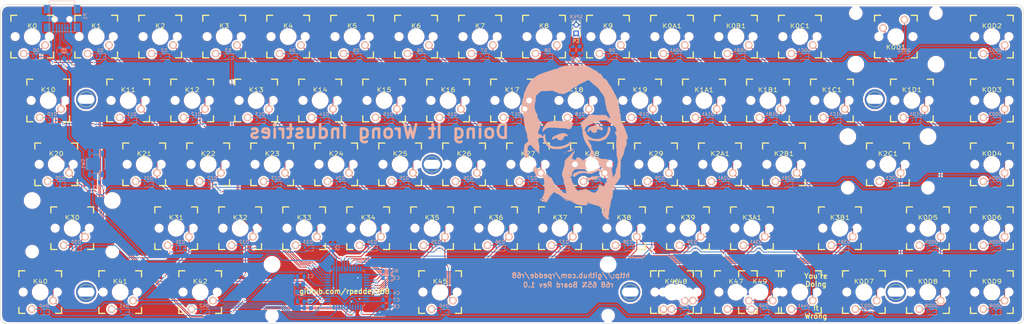
<source format=kicad_pcb>
(kicad_pcb (version 4) (host pcbnew 4.0.5+dfsg1-4)
  (title_block (title r68) (date 2017-08-19) (rev 1.0))
  (layers (0 F.Cu signal) (31 B.Cu signal) (34 B.Paste user) (35 F.Paste user) (36 B.SilkS user) (37 F.SilkS user) (38 B.Mask user) (39 F.Mask user) (44 Edge.Cuts user))
  (net 0 "")
  (net 1 GND)
  (net 2 "Net-(C1-Pad2)")
  (net 3 "Net-(C2-Pad1)")
  (net 4 VCC)
  (net 5 "Net-(C8-Pad1)")
  (net 6 /R0)
  (net 7 "Net-(D0-Pad2)")
  (net 8 "Net-(D0A1-Pad2)")
  (net 9 "Net-(D0B1-Pad2)")
  (net 10 "Net-(D0C1-Pad2)")
  (net 11 "Net-(D0D1-Pad2)")
  (net 12 "Net-(D1-Pad2)")
  (net 13 /R1)
  (net 14 "Net-(D1A1-Pad2)")
  (net 15 "Net-(D1B1-Pad2)")
  (net 16 "Net-(D1C1-Pad2)")
  (net 17 "Net-(D1D1-Pad2)")
  (net 18 "Net-(D2-Pad2)")
  (net 19 /R2)
  (net 20 "Net-(D2A1-Pad2)")
  (net 21 "Net-(D2B1-Pad2)")
  (net 22 "Net-(D2C1-Pad2)")
  (net 23 "Net-(D3-Pad2)")
  (net 24 /R3)
  (net 25 "Net-(D3A1-Pad2)")
  (net 26 "Net-(D3B1-Pad2)")
  (net 27 "Net-(D4-Pad2)")
  (net 28 /R4)
  (net 29 "Net-(D4A1-Pad2)")
  (net 30 "Net-(D5-Pad2)")
  (net 31 "Net-(D6-Pad2)")
  (net 32 "Net-(D7-Pad2)")
  (net 33 "Net-(D8-Pad2)")
  (net 34 "Net-(D9-Pad2)")
  (net 35 "Net-(D10-Pad2)")
  (net 36 "Net-(D11-Pad2)")
  (net 37 "Net-(D12-Pad2)")
  (net 38 "Net-(D13-Pad2)")
  (net 39 "Net-(D14-Pad2)")
  (net 40 "Net-(D15-Pad2)")
  (net 41 "Net-(D16-Pad2)")
  (net 42 "Net-(D17-Pad2)")
  (net 43 "Net-(D18-Pad2)")
  (net 44 "Net-(D19-Pad2)")
  (net 45 "Net-(D20-Pad2)")
  (net 46 "Net-(D21-Pad2)")
  (net 47 "Net-(D22-Pad2)")
  (net 48 "Net-(D23-Pad2)")
  (net 49 "Net-(D24-Pad2)")
  (net 50 "Net-(D25-Pad2)")
  (net 51 "Net-(D26-Pad2)")
  (net 52 "Net-(D27-Pad2)")
  (net 53 "Net-(D28-Pad2)")
  (net 54 "Net-(D29-Pad2)")
  (net 55 "Net-(D30-Pad2)")
  (net 56 "Net-(D31-Pad2)")
  (net 57 "Net-(D32-Pad2)")
  (net 58 "Net-(D33-Pad2)")
  (net 59 "Net-(D34-Pad2)")
  (net 60 "Net-(D35-Pad2)")
  (net 61 "Net-(D36-Pad2)")
  (net 62 "Net-(D37-Pad2)")
  (net 63 "Net-(D38-Pad2)")
  (net 64 "Net-(D39-Pad2)")
  (net 65 "Net-(D40-Pad2)")
  (net 66 "Net-(D41-Pad2)")
  (net 67 "Net-(D42-Pad2)")
  (net 68 "Net-(D45-Pad2)")
  (net 69 "Net-(D48-Pad2)")
  (net 70 "Net-(D49-Pad2)")
  (net 71 /C0)
  (net 72 /C10)
  (net 73 /C11)
  (net 74 /C12)
  (net 75 /C13)
  (net 76 /C1)
  (net 77 /C2)
  (net 78 /C3)
  (net 79 /C4)
  (net 80 /C5)
  (net 81 /C6)
  (net 82 /C7)
  (net 83 /C8)
  (net 84 /C9)
  (net 85 "Net-(P1-Pad2)")
  (net 86 "Net-(P1-Pad3)")
  (net 87 "Net-(R1-Pad2)")
  (net 88 "Net-(R2-Pad1)")
  (net 89 "Net-(R3-Pad2)")
  (net 90 "Net-(R4-Pad1)")
  (net 91 "Net-(C9-Pad1)")
  (net 92 "Net-(R5-Pad1)")
  (net 93 "Net-(D0D2-Pad2)")
  (net 94 "Net-(D0D3-Pad2)")
  (net 95 "Net-(D0D4-Pad2)")
  (net 96 "Net-(D0D5-Pad2)")
  (net 97 "Net-(D0D6-Pad2)")
  (net 98 "Net-(D0D7-Pad2)")
  (net 99 "Net-(D0D8-Pad2)")
  (net 100 "Net-(D0D9-Pad2)")
  (net 101 /C14)
  (module Keyboard:CHERRY_PCB_100H (layer F.Cu) (at 38.1 52.3875 180)
    (fp_text reference K0 (at 0 3.175 180) (layer F.SilkS) (effects (font (size 1.27 1.524) (thickness 0.2032))))
    (fp_text value K_ESC hide)
    (pad 1 thru_hole circle (at 2.54 -5.08 180) (size 2.286 2.286) (drill 1.4986) (layers *.Cu *.SilkS *.Mask) (net 7 "Net-(D0-Pad2)"))
    (pad 2 thru_hole circle (at -3.81 -2.54 180) (size 2.286 2.286) (drill 1.4986) (layers *.Cu *.SilkS *.Mask) (net 71 /C0))
    (pad HOLE np_thru_hole circle (at 0 0 180) (size 3.9878 3.9878) (drill 3.9878) (layers *.Cu))
    (pad HOLE np_thru_hole circle (at -5.08 0 180) (size 1.7018 1.7018) (drill 1.7018) (layers *.Cu))
    (pad HOLE np_thru_hole circle (at 5.08 0 180) (size 1.7018 1.7018) (drill 1.7018) (layers *.Cu))
  )
  (module Connectors:1pin (layer F.Cu) (at 295.27524 128.587459)
    (fp_text reference REF** hide)
    (fp_text value 1pin)
    (pad "" thru_hole circle (at 0 0) (size 6 6) (drill oval 5 2.7) (layers *.Cu *.Mask))
  )
  (module Connectors:1pin (layer F.Cu) (at 289.00024 71.087459)
    (fp_text reference REF** hide)
    (fp_text value 1pin)
    (pad "" thru_hole circle (at 0 0) (size 6 6) (drill oval 5 2.7) (layers *.Cu *.Mask))
  )
  (module Connectors:1pin (layer F.Cu) (at 216.17524 128.587459)
    (fp_text reference REF** hide)
    (fp_text value 1pin)
    (pad "" thru_hole circle (at 0 0) (size 6 6) (drill oval 5 2.7) (layers *.Cu *.Mask))
  )
  (module Connectors:1pin (layer F.Cu) (at 157.15024 90.487459)
    (fp_text reference REF** hide)
    (fp_text value 1pin)
    (pad "" thru_hole circle (at 0 0) (size 6 6) (drill oval 5 2.7) (layers *.Cu *.Mask))
  )
  (module Connectors:1pin (layer F.Cu) (at 54.15024 128.587459)
    (fp_text reference REF** hide)
    (fp_text value 1pin)
    (pad "" thru_hole circle (at 0 0) (size 6 6) (drill oval 5 2.7) (layers *.Cu *.Mask))
  )
  (module Keyboard:CHERRY_PCB_100H (layer F.Cu) (at 209.55 52.3875 180)
    (fp_text reference K9 (at 0 3.175 180) (layer F.SilkS) (effects (font (size 1.27 1.524) (thickness 0.2032))))
    (fp_text value K_9 hide)
    (pad 1 thru_hole circle (at 2.54 -5.08 180) (size 2.286 2.286) (drill 1.4986) (layers *.Cu *.SilkS *.Mask) (net 34 "Net-(D9-Pad2)"))
    (pad 2 thru_hole circle (at -3.81 -2.54 180) (size 2.286 2.286) (drill 1.4986) (layers *.Cu *.SilkS *.Mask) (net 84 /C9))
    (pad HOLE np_thru_hole circle (at 0 0 180) (size 3.9878 3.9878) (drill 3.9878) (layers *.Cu))
    (pad HOLE np_thru_hole circle (at -5.08 0 180) (size 1.7018 1.7018) (drill 1.7018) (layers *.Cu))
    (pad HOLE np_thru_hole circle (at 5.08 0 180) (size 1.7018 1.7018) (drill 1.7018) (layers *.Cu))
  )
  (module Keyboard:CHERRY_PCB_150H (layer F.Cu) (at 42.8625 71.4375 180)
    (fp_text reference K10 (at 0 3.175 180) (layer F.SilkS) (effects (font (size 1.27 1.524) (thickness 0.2032))))
    (fp_text value K_TAB hide)
    (pad 1 thru_hole circle (at 2.54 -5.08 180) (size 2.286 2.286) (drill 1.4986) (layers *.Cu *.SilkS *.Mask) (net 35 "Net-(D10-Pad2)"))
    (pad 2 thru_hole circle (at -3.81 -2.54 180) (size 2.286 2.286) (drill 1.4986) (layers *.Cu *.SilkS *.Mask) (net 71 /C0))
    (pad HOLE np_thru_hole circle (at 0 0 180) (size 3.9878 3.9878) (drill 3.9878) (layers *.Cu))
    (pad HOLE np_thru_hole circle (at -5.08 0 180) (size 1.7018 1.7018) (drill 1.7018) (layers *.Cu))
    (pad HOLE np_thru_hole circle (at 5.08 0 180) (size 1.7018 1.7018) (drill 1.7018) (layers *.Cu))
  )
  (module Keyboard:CHERRY_PCB_100H (layer F.Cu) (at 266.7 128.5875 180)
    (fp_text reference K4A1 hide)
    (fp_text value K_RWIN hide)
    (pad 1 thru_hole circle (at 2.54 -5.08 180) (size 2.286 2.286) (drill 1.4986) (layers *.Cu *.SilkS *.Mask) (net 29 "Net-(D4A1-Pad2)"))
    (pad 2 thru_hole circle (at -3.81 -2.54 180) (size 2.286 2.286) (drill 1.4986) (layers *.Cu *.SilkS *.Mask) (net 72 /C10))
    (pad HOLE np_thru_hole circle (at 0 0 180) (size 3.9878 3.9878) (drill 3.9878) (layers *.Cu))
    (pad HOLE np_thru_hole circle (at -5.08 0 180) (size 1.7018 1.7018) (drill 1.7018) (layers *.Cu))
    (pad HOLE np_thru_hole circle (at 5.08 0 180) (size 1.7018 1.7018) (drill 1.7018) (layers *.Cu))
  )
  (module Keyboard:CHERRY_PCB_100H (layer F.Cu) (at 57.15 52.3875 180)
    (fp_text reference K1 (at 0 3.175 180) (layer F.SilkS) (effects (font (size 1.27 1.524) (thickness 0.2032))))
    (fp_text value K_1 hide)
    (pad 1 thru_hole circle (at 2.54 -5.08 180) (size 2.286 2.286) (drill 1.4986) (layers *.Cu *.SilkS *.Mask) (net 12 "Net-(D1-Pad2)"))
    (pad 2 thru_hole circle (at -3.81 -2.54 180) (size 2.286 2.286) (drill 1.4986) (layers *.Cu *.SilkS *.Mask) (net 76 /C1))
    (pad HOLE np_thru_hole circle (at 0 0 180) (size 3.9878 3.9878) (drill 3.9878) (layers *.Cu))
    (pad HOLE np_thru_hole circle (at -5.08 0 180) (size 1.7018 1.7018) (drill 1.7018) (layers *.Cu))
    (pad HOLE np_thru_hole circle (at 5.08 0 180) (size 1.7018 1.7018) (drill 1.7018) (layers *.Cu))
  )
  (module Keyboard:CHERRY_PCB_625H (layer F.Cu) (at 159.54375 128.5875 180)
    (fp_text reference K45 (at 0 3.175 180) (layer F.SilkS) (effects (font (size 1.27 1.524) (thickness 0.2032))))
    (fp_text value K_SP hide)
    (pad 1 thru_hole circle (at 2.54 -5.08 180) (size 2.286 2.286) (drill 1.4986) (layers *.Cu *.SilkS *.Mask) (net 68 "Net-(D45-Pad2)"))
    (pad 2 thru_hole circle (at -3.81 -2.54 180) (size 2.286 2.286) (drill 1.4986) (layers *.Cu *.SilkS *.Mask) (net 80 /C5))
    (pad HOLE np_thru_hole circle (at 0 0 180) (size 3.9878 3.9878) (drill 3.9878) (layers *.Cu))
    (pad HOLE np_thru_hole circle (at -5.08 0 180) (size 1.7018 1.7018) (drill 1.7018) (layers *.Cu))
    (pad HOLE np_thru_hole circle (at 5.08 0 180) (size 1.7018 1.7018) (drill 1.7018) (layers *.Cu))
    (pad HOLE np_thru_hole circle (at -50.038 -6.985 180) (size 3.048 3.048) (drill 3.048) (layers *.Cu))
    (pad HOLE np_thru_hole circle (at 50.038 -6.985 180) (size 3.048 3.048) (drill 3.048) (layers *.Cu))
    (pad HOLE np_thru_hole circle (at -50.038 8.255 180) (size 3.9878 3.9878) (drill 3.9878) (layers *.Cu))
    (pad HOLE np_thru_hole circle (at 50.038 8.255 180) (size 3.9878 3.9878) (drill 3.9878) (layers *.Cu))
  )
  (module Housings_QFP:TQFP-44_10x10mm_Pitch0.8mm (layer B.Cu) (at 131.90625 127.396875 90)
    (fp_text reference U1 (at 0 7.45 90) (layer B.SilkS) (effects (justify mirror)))
    (fp_text value ATmega32U4-AU)
    (pad 1 smd rect (at -5.7 4 90) (size 1.5 0.55) (layers B.Cu B.Paste B.Mask) (net 101 /C14))
    (pad 2 smd rect (at -5.7 3.2 90) (size 1.5 0.55) (layers B.Cu B.Paste B.Mask) (net 4 VCC))
    (pad 3 smd rect (at -5.7 2.4 90) (size 1.5 0.55) (layers B.Cu B.Paste B.Mask) (net 88 "Net-(R2-Pad1)"))
    (pad 4 smd rect (at -5.7 1.6 90) (size 1.5 0.55) (layers B.Cu B.Paste B.Mask) (net 87 "Net-(R1-Pad2)"))
    (pad 5 smd rect (at -5.7 0.8 90) (size 1.5 0.55) (layers B.Cu B.Paste B.Mask) (net 1 GND))
    (pad 6 smd rect (at -5.7 0 90) (size 1.5 0.55) (layers B.Cu B.Paste B.Mask) (net 5 "Net-(C8-Pad1)"))
    (pad 7 smd rect (at -5.7 -0.8 90) (size 1.5 0.55) (layers B.Cu B.Paste B.Mask) (net 4 VCC))
    (pad 8 smd rect (at -5.7 -1.6 90) (size 1.5 0.55) (layers B.Cu B.Paste B.Mask))
    (pad 9 smd rect (at -5.7 -2.4 90) (size 1.5 0.55) (layers B.Cu B.Paste B.Mask))
    (pad 10 smd rect (at -5.7 -3.2 90) (size 1.5 0.55) (layers B.Cu B.Paste B.Mask) (net 71 /C0))
    (pad 11 smd rect (at -5.7 -4 90) (size 1.5 0.55) (layers B.Cu B.Paste B.Mask) (net 76 /C1))
    (pad 12 smd rect (at -4 -5.7) (size 1.5 0.55) (layers B.Cu B.Paste B.Mask) (net 77 /C2))
    (pad 13 smd rect (at -3.2 -5.7) (size 1.5 0.55) (layers B.Cu B.Paste B.Mask) (net 89 "Net-(R3-Pad2)"))
    (pad 14 smd rect (at -2.4 -5.7) (size 1.5 0.55) (layers B.Cu B.Paste B.Mask) (net 4 VCC))
    (pad 15 smd rect (at -1.6 -5.7) (size 1.5 0.55) (layers B.Cu B.Paste B.Mask) (net 1 GND))
    (pad 16 smd rect (at -0.8 -5.7) (size 1.5 0.55) (layers B.Cu B.Paste B.Mask) (net 3 "Net-(C2-Pad1)"))
    (pad 17 smd rect (at 0 -5.7) (size 1.5 0.55) (layers B.Cu B.Paste B.Mask) (net 2 "Net-(C1-Pad2)"))
    (pad 18 smd rect (at 0.8 -5.7) (size 1.5 0.55) (layers B.Cu B.Paste B.Mask) (net 28 /R4))
    (pad 19 smd rect (at 1.6 -5.7) (size 1.5 0.55) (layers B.Cu B.Paste B.Mask) (net 24 /R3))
    (pad 20 smd rect (at 2.4 -5.7) (size 1.5 0.55) (layers B.Cu B.Paste B.Mask) (net 19 /R2))
    (pad 21 smd rect (at 3.2 -5.7) (size 1.5 0.55) (layers B.Cu B.Paste B.Mask) (net 13 /R1))
    (pad 22 smd rect (at 4 -5.7) (size 1.5 0.55) (layers B.Cu B.Paste B.Mask) (net 6 /R0))
    (pad 23 smd rect (at 5.7 -4 90) (size 1.5 0.55) (layers B.Cu B.Paste B.Mask) (net 1 GND))
    (pad 24 smd rect (at 5.7 -3.2 90) (size 1.5 0.55) (layers B.Cu B.Paste B.Mask) (net 4 VCC))
    (pad 25 smd rect (at 5.7 -2.4 90) (size 1.5 0.55) (layers B.Cu B.Paste B.Mask))
    (pad 26 smd rect (at 5.7 -1.6 90) (size 1.5 0.55) (layers B.Cu B.Paste B.Mask) (net 78 /C3))
    (pad 27 smd rect (at 5.7 -0.8 90) (size 1.5 0.55) (layers B.Cu B.Paste B.Mask) (net 79 /C4))
    (pad 28 smd rect (at 5.7 0 90) (size 1.5 0.55) (layers B.Cu B.Paste B.Mask) (net 80 /C5))
    (pad 29 smd rect (at 5.7 0.8 90) (size 1.5 0.55) (layers B.Cu B.Paste B.Mask) (net 81 /C6))
    (pad 30 smd rect (at 5.7 1.6 90) (size 1.5 0.55) (layers B.Cu B.Paste B.Mask) (net 82 /C7))
    (pad 31 smd rect (at 5.7 2.4 90) (size 1.5 0.55) (layers B.Cu B.Paste B.Mask) (net 92 "Net-(R5-Pad1)"))
    (pad 32 smd rect (at 5.7 3.2 90) (size 1.5 0.55) (layers B.Cu B.Paste B.Mask))
    (pad 33 smd rect (at 5.7 4 90) (size 1.5 0.55) (layers B.Cu B.Paste B.Mask) (net 90 "Net-(R4-Pad1)"))
    (pad 34 smd rect (at 4 5.7) (size 1.5 0.55) (layers B.Cu B.Paste B.Mask) (net 4 VCC))
    (pad 35 smd rect (at 3.2 5.7) (size 1.5 0.55) (layers B.Cu B.Paste B.Mask) (net 1 GND))
    (pad 36 smd rect (at 2.4 5.7) (size 1.5 0.55) (layers B.Cu B.Paste B.Mask) (net 83 /C8))
    (pad 37 smd rect (at 1.6 5.7) (size 1.5 0.55) (layers B.Cu B.Paste B.Mask) (net 84 /C9))
    (pad 38 smd rect (at 0.8 5.7) (size 1.5 0.55) (layers B.Cu B.Paste B.Mask) (net 72 /C10))
    (pad 39 smd rect (at 0 5.7) (size 1.5 0.55) (layers B.Cu B.Paste B.Mask) (net 73 /C11))
    (pad 40 smd rect (at -0.8 5.7) (size 1.5 0.55) (layers B.Cu B.Paste B.Mask) (net 74 /C12))
    (pad 41 smd rect (at -1.6 5.7) (size 1.5 0.55) (layers B.Cu B.Paste B.Mask) (net 75 /C13))
    (pad 42 smd rect (at -2.4 5.7) (size 1.5 0.55) (layers B.Cu B.Paste B.Mask) (net 4 VCC))
    (pad 43 smd rect (at -3.2 5.7) (size 1.5 0.55) (layers B.Cu B.Paste B.Mask) (net 1 GND))
    (pad 44 smd rect (at -4 5.7) (size 1.5 0.55) (layers B.Cu B.Paste B.Mask) (net 4 VCC))
  )
  (module Keyboard:CHERRY_PCB_100H (layer F.Cu) (at 80.9625 109.5375 180)
    (fp_text reference K31 (at 0 3.175 180) (layer F.SilkS) (effects (font (size 1.27 1.524) (thickness 0.2032))))
    (fp_text value K_Z hide)
    (pad 1 thru_hole circle (at 2.54 -5.08 180) (size 2.286 2.286) (drill 1.4986) (layers *.Cu *.SilkS *.Mask) (net 56 "Net-(D31-Pad2)"))
    (pad 2 thru_hole circle (at -3.81 -2.54 180) (size 2.286 2.286) (drill 1.4986) (layers *.Cu *.SilkS *.Mask) (net 76 /C1))
    (pad HOLE np_thru_hole circle (at 0 0 180) (size 3.9878 3.9878) (drill 3.9878) (layers *.Cu))
    (pad HOLE np_thru_hole circle (at -5.08 0 180) (size 1.7018 1.7018) (drill 1.7018) (layers *.Cu))
    (pad HOLE np_thru_hole circle (at 5.08 0 180) (size 1.7018 1.7018) (drill 1.7018) (layers *.Cu))
  )
  (module Keyboard:CHERRY_PCB_225H (layer F.Cu) (at 292.89375 90.4875 180)
    (fp_text reference K2C1 (at 0 3.175 180) (layer F.SilkS) (effects (font (size 1.27 1.524) (thickness 0.2032))))
    (fp_text value K_ENT hide)
    (pad 1 thru_hole circle (at 2.54 -5.08 180) (size 2.286 2.286) (drill 1.4986) (layers *.Cu *.SilkS *.Mask) (net 22 "Net-(D2C1-Pad2)"))
    (pad 2 thru_hole circle (at -3.81 -2.54 180) (size 2.286 2.286) (drill 1.4986) (layers *.Cu *.SilkS *.Mask) (net 74 /C12))
    (pad HOLE np_thru_hole circle (at 0 0 180) (size 3.9878 3.9878) (drill 3.9878) (layers *.Cu))
    (pad HOLE np_thru_hole circle (at -5.08 0 180) (size 1.7018 1.7018) (drill 1.7018) (layers *.Cu))
    (pad HOLE np_thru_hole circle (at 5.08 0 180) (size 1.7018 1.7018) (drill 1.7018) (layers *.Cu))
    (pad HOLE np_thru_hole circle (at -11.938 -6.985 180) (size 3.048 3.048) (drill 3.048) (layers *.Cu))
    (pad HOLE np_thru_hole circle (at 11.938 -6.985 180) (size 3.048 3.048) (drill 3.048) (layers *.Cu))
    (pad HOLE np_thru_hole circle (at -11.938 8.255 180) (size 3.9878 3.9878) (drill 3.9878) (layers *.Cu))
    (pad HOLE np_thru_hole circle (at 11.938 8.255 180) (size 3.9878 3.9878) (drill 3.9878) (layers *.Cu))
  )
  (module Keyboard:CHERRY_PCB_100H (layer F.Cu) (at 119.0625 109.5375 180)
    (fp_text reference K33 (at 0 3.175 180) (layer F.SilkS) (effects (font (size 1.27 1.524) (thickness 0.2032))))
    (fp_text value K_C hide)
    (pad 1 thru_hole circle (at 2.54 -5.08 180) (size 2.286 2.286) (drill 1.4986) (layers *.Cu *.SilkS *.Mask) (net 58 "Net-(D33-Pad2)"))
    (pad 2 thru_hole circle (at -3.81 -2.54 180) (size 2.286 2.286) (drill 1.4986) (layers *.Cu *.SilkS *.Mask) (net 78 /C3))
    (pad HOLE np_thru_hole circle (at 0 0 180) (size 3.9878 3.9878) (drill 3.9878) (layers *.Cu))
    (pad HOLE np_thru_hole circle (at -5.08 0 180) (size 1.7018 1.7018) (drill 1.7018) (layers *.Cu))
    (pad HOLE np_thru_hole circle (at 5.08 0 180) (size 1.7018 1.7018) (drill 1.7018) (layers *.Cu))
  )
  (module Keyboard:CHERRY_PCB_125H (layer F.Cu) (at 88.10625 128.5875 180)
    (fp_text reference K42 (at 0 3.175 180) (layer F.SilkS) (effects (font (size 1.27 1.524) (thickness 0.2032))))
    (fp_text value K_LAL hide)
    (pad 1 thru_hole circle (at 2.54 -5.08 180) (size 2.286 2.286) (drill 1.4986) (layers *.Cu *.SilkS *.Mask) (net 67 "Net-(D42-Pad2)"))
    (pad 2 thru_hole circle (at -3.81 -2.54 180) (size 2.286 2.286) (drill 1.4986) (layers *.Cu *.SilkS *.Mask) (net 77 /C2))
    (pad HOLE np_thru_hole circle (at 0 0 180) (size 3.9878 3.9878) (drill 3.9878) (layers *.Cu))
    (pad HOLE np_thru_hole circle (at -5.08 0 180) (size 1.7018 1.7018) (drill 1.7018) (layers *.Cu))
    (pad HOLE np_thru_hole circle (at 5.08 0 180) (size 1.7018 1.7018) (drill 1.7018) (layers *.Cu))
  )
  (module Keyboard:CHERRY_PCB_100H (layer F.Cu) (at 171.45 52.3875 180)
    (fp_text reference K7 (at 0 3.175 180) (layer F.SilkS) (effects (font (size 1.27 1.524) (thickness 0.2032))))
    (fp_text value K_7 hide)
    (pad 1 thru_hole circle (at 2.54 -5.08 180) (size 2.286 2.286) (drill 1.4986) (layers *.Cu *.SilkS *.Mask) (net 32 "Net-(D7-Pad2)"))
    (pad 2 thru_hole circle (at -3.81 -2.54 180) (size 2.286 2.286) (drill 1.4986) (layers *.Cu *.SilkS *.Mask) (net 82 /C7))
    (pad HOLE np_thru_hole circle (at 0 0 180) (size 3.9878 3.9878) (drill 3.9878) (layers *.Cu))
    (pad HOLE np_thru_hole circle (at -5.08 0 180) (size 1.7018 1.7018) (drill 1.7018) (layers *.Cu))
    (pad HOLE np_thru_hole circle (at 5.08 0 180) (size 1.7018 1.7018) (drill 1.7018) (layers *.Cu))
  )
  (module Keyboard:CHERRY_PCB_100H (layer F.Cu) (at 76.2 52.3875 180)
    (fp_text reference K2 (at 0 3.175 180) (layer F.SilkS) (effects (font (size 1.27 1.524) (thickness 0.2032))))
    (fp_text value K_2 hide)
    (pad 1 thru_hole circle (at 2.54 -5.08 180) (size 2.286 2.286) (drill 1.4986) (layers *.Cu *.SilkS *.Mask) (net 18 "Net-(D2-Pad2)"))
    (pad 2 thru_hole circle (at -3.81 -2.54 180) (size 2.286 2.286) (drill 1.4986) (layers *.Cu *.SilkS *.Mask) (net 77 /C2))
    (pad HOLE np_thru_hole circle (at 0 0 180) (size 3.9878 3.9878) (drill 3.9878) (layers *.Cu))
    (pad HOLE np_thru_hole circle (at -5.08 0 180) (size 1.7018 1.7018) (drill 1.7018) (layers *.Cu))
    (pad HOLE np_thru_hole circle (at 5.08 0 180) (size 1.7018 1.7018) (drill 1.7018) (layers *.Cu))
  )
  (module Keyboard:CHERRY_PCB_100H (layer F.Cu) (at 228.6 52.3875 180)
    (fp_text reference K0A1 (at 0 3.175 180) (layer F.SilkS) (effects (font (size 1.27 1.524) (thickness 0.2032))))
    (fp_text value K_0 hide)
    (pad 1 thru_hole circle (at 2.54 -5.08 180) (size 2.286 2.286) (drill 1.4986) (layers *.Cu *.SilkS *.Mask) (net 8 "Net-(D0A1-Pad2)"))
    (pad 2 thru_hole circle (at -3.81 -2.54 180) (size 2.286 2.286) (drill 1.4986) (layers *.Cu *.SilkS *.Mask) (net 72 /C10))
    (pad HOLE np_thru_hole circle (at 0 0 180) (size 3.9878 3.9878) (drill 3.9878) (layers *.Cu))
    (pad HOLE np_thru_hole circle (at -5.08 0 180) (size 1.7018 1.7018) (drill 1.7018) (layers *.Cu))
    (pad HOLE np_thru_hole circle (at 5.08 0 180) (size 1.7018 1.7018) (drill 1.7018) (layers *.Cu))
  )
  (module Keyboard:CHERRY_PCB_100H (layer F.Cu) (at 247.65 52.3875 180)
    (fp_text reference K0B1 (at 0 3.175 180) (layer F.SilkS) (effects (font (size 1.27 1.524) (thickness 0.2032))))
    (fp_text value K_MIN hide)
    (pad 1 thru_hole circle (at 2.54 -5.08 180) (size 2.286 2.286) (drill 1.4986) (layers *.Cu *.SilkS *.Mask) (net 9 "Net-(D0B1-Pad2)"))
    (pad 2 thru_hole circle (at -3.81 -2.54 180) (size 2.286 2.286) (drill 1.4986) (layers *.Cu *.SilkS *.Mask) (net 73 /C11))
    (pad HOLE np_thru_hole circle (at 0 0 180) (size 3.9878 3.9878) (drill 3.9878) (layers *.Cu))
    (pad HOLE np_thru_hole circle (at -5.08 0 180) (size 1.7018 1.7018) (drill 1.7018) (layers *.Cu))
    (pad HOLE np_thru_hole circle (at 5.08 0 180) (size 1.7018 1.7018) (drill 1.7018) (layers *.Cu))
  )
  (module Keyboard:CHERRY_PCB_100H (layer F.Cu) (at 266.7 52.3875 180)
    (fp_text reference K0C1 (at 0 3.175 180) (layer F.SilkS) (effects (font (size 1.27 1.524) (thickness 0.2032))))
    (fp_text value K_EQL hide)
    (pad 1 thru_hole circle (at 2.54 -5.08 180) (size 2.286 2.286) (drill 1.4986) (layers *.Cu *.SilkS *.Mask) (net 10 "Net-(D0C1-Pad2)"))
    (pad 2 thru_hole circle (at -3.81 -2.54 180) (size 2.286 2.286) (drill 1.4986) (layers *.Cu *.SilkS *.Mask) (net 74 /C12))
    (pad HOLE np_thru_hole circle (at 0 0 180) (size 3.9878 3.9878) (drill 3.9878) (layers *.Cu))
    (pad HOLE np_thru_hole circle (at -5.08 0 180) (size 1.7018 1.7018) (drill 1.7018) (layers *.Cu))
    (pad HOLE np_thru_hole circle (at 5.08 0 180) (size 1.7018 1.7018) (drill 1.7018) (layers *.Cu))
  )
  (module Keyboard:CHERRY_PCB_200H (layer F.Cu) (at 295.275 52.3875)
    (fp_text reference K0D1 (at 0 3.175) (layer F.SilkS) (effects (font (size 1.27 1.524) (thickness 0.2032))))
    (fp_text value K_BS hide)
    (pad 1 thru_hole circle (at 2.54 -5.08) (size 2.286 2.286) (drill 1.4986) (layers *.Cu *.SilkS *.Mask) (net 11 "Net-(D0D1-Pad2)"))
    (pad 2 thru_hole circle (at -3.81 -2.54) (size 2.286 2.286) (drill 1.4986) (layers *.Cu *.SilkS *.Mask) (net 75 /C13))
    (pad HOLE np_thru_hole circle (at 0 0) (size 3.9878 3.9878) (drill 3.9878) (layers *.Cu))
    (pad HOLE np_thru_hole circle (at -5.08 0) (size 1.7018 1.7018) (drill 1.7018) (layers *.Cu))
    (pad HOLE np_thru_hole circle (at 5.08 0) (size 1.7018 1.7018) (drill 1.7018) (layers *.Cu))
    (pad HOLE np_thru_hole circle (at -11.938 -6.985) (size 3.048 3.048) (drill 3.048) (layers *.Cu))
    (pad HOLE np_thru_hole circle (at 11.938 -6.985) (size 3.048 3.048) (drill 3.048) (layers *.Cu))
    (pad HOLE np_thru_hole circle (at -11.938 8.255) (size 3.9878 3.9878) (drill 3.9878) (layers *.Cu))
    (pad HOLE np_thru_hole circle (at 11.938 8.255) (size 3.9878 3.9878) (drill 3.9878) (layers *.Cu))
  )
  (module Keyboard:CHERRY_PCB_100H (layer F.Cu) (at 238.125 71.4375 180)
    (fp_text reference K1A1 (at 0 3.175 180) (layer F.SilkS) (effects (font (size 1.27 1.524) (thickness 0.2032))))
    (fp_text value K_P hide)
    (pad 1 thru_hole circle (at 2.54 -5.08 180) (size 2.286 2.286) (drill 1.4986) (layers *.Cu *.SilkS *.Mask) (net 14 "Net-(D1A1-Pad2)"))
    (pad 2 thru_hole circle (at -3.81 -2.54 180) (size 2.286 2.286) (drill 1.4986) (layers *.Cu *.SilkS *.Mask) (net 72 /C10))
    (pad HOLE np_thru_hole circle (at 0 0 180) (size 3.9878 3.9878) (drill 3.9878) (layers *.Cu))
    (pad HOLE np_thru_hole circle (at -5.08 0 180) (size 1.7018 1.7018) (drill 1.7018) (layers *.Cu))
    (pad HOLE np_thru_hole circle (at 5.08 0 180) (size 1.7018 1.7018) (drill 1.7018) (layers *.Cu))
  )
  (module Keyboard:CHERRY_PCB_100H (layer F.Cu) (at 257.175 71.4375 180)
    (fp_text reference K1B1 (at 0 3.175 180) (layer F.SilkS) (effects (font (size 1.27 1.524) (thickness 0.2032))))
    (fp_text value K_OBR hide)
    (pad 1 thru_hole circle (at 2.54 -5.08 180) (size 2.286 2.286) (drill 1.4986) (layers *.Cu *.SilkS *.Mask) (net 15 "Net-(D1B1-Pad2)"))
    (pad 2 thru_hole circle (at -3.81 -2.54 180) (size 2.286 2.286) (drill 1.4986) (layers *.Cu *.SilkS *.Mask) (net 73 /C11))
    (pad HOLE np_thru_hole circle (at 0 0 180) (size 3.9878 3.9878) (drill 3.9878) (layers *.Cu))
    (pad HOLE np_thru_hole circle (at -5.08 0 180) (size 1.7018 1.7018) (drill 1.7018) (layers *.Cu))
    (pad HOLE np_thru_hole circle (at 5.08 0 180) (size 1.7018 1.7018) (drill 1.7018) (layers *.Cu))
  )
  (module Keyboard:CHERRY_PCB_100H (layer F.Cu) (at 276.225 71.4375 180)
    (fp_text reference K1C1 (at 0 3.175 180) (layer F.SilkS) (effects (font (size 1.27 1.524) (thickness 0.2032))))
    (fp_text value K_CBR hide)
    (pad 1 thru_hole circle (at 2.54 -5.08 180) (size 2.286 2.286) (drill 1.4986) (layers *.Cu *.SilkS *.Mask) (net 16 "Net-(D1C1-Pad2)"))
    (pad 2 thru_hole circle (at -3.81 -2.54 180) (size 2.286 2.286) (drill 1.4986) (layers *.Cu *.SilkS *.Mask) (net 74 /C12))
    (pad HOLE np_thru_hole circle (at 0 0 180) (size 3.9878 3.9878) (drill 3.9878) (layers *.Cu))
    (pad HOLE np_thru_hole circle (at -5.08 0 180) (size 1.7018 1.7018) (drill 1.7018) (layers *.Cu))
    (pad HOLE np_thru_hole circle (at 5.08 0 180) (size 1.7018 1.7018) (drill 1.7018) (layers *.Cu))
  )
  (module Keyboard:CHERRY_PCB_150H (layer F.Cu) (at 300.0375 71.4375 180)
    (fp_text reference K1D1 (at 0 3.175 180) (layer F.SilkS) (effects (font (size 1.27 1.524) (thickness 0.2032))))
    (fp_text value K_BSL hide)
    (pad 1 thru_hole circle (at 2.54 -5.08 180) (size 2.286 2.286) (drill 1.4986) (layers *.Cu *.SilkS *.Mask) (net 17 "Net-(D1D1-Pad2)"))
    (pad 2 thru_hole circle (at -3.81 -2.54 180) (size 2.286 2.286) (drill 1.4986) (layers *.Cu *.SilkS *.Mask) (net 75 /C13))
    (pad HOLE np_thru_hole circle (at 0 0 180) (size 3.9878 3.9878) (drill 3.9878) (layers *.Cu))
    (pad HOLE np_thru_hole circle (at -5.08 0 180) (size 1.7018 1.7018) (drill 1.7018) (layers *.Cu))
    (pad HOLE np_thru_hole circle (at 5.08 0 180) (size 1.7018 1.7018) (drill 1.7018) (layers *.Cu))
  )
  (module Keyboard:CHERRY_PCB_100H (layer F.Cu) (at 242.8875 90.4875 180)
    (fp_text reference K2A1 (at 0 3.175 180) (layer F.SilkS) (effects (font (size 1.27 1.524) (thickness 0.2032))))
    (fp_text value K_COL hide)
    (pad 1 thru_hole circle (at 2.54 -5.08 180) (size 2.286 2.286) (drill 1.4986) (layers *.Cu *.SilkS *.Mask) (net 20 "Net-(D2A1-Pad2)"))
    (pad 2 thru_hole circle (at -3.81 -2.54 180) (size 2.286 2.286) (drill 1.4986) (layers *.Cu *.SilkS *.Mask) (net 72 /C10))
    (pad HOLE np_thru_hole circle (at 0 0 180) (size 3.9878 3.9878) (drill 3.9878) (layers *.Cu))
    (pad HOLE np_thru_hole circle (at -5.08 0 180) (size 1.7018 1.7018) (drill 1.7018) (layers *.Cu))
    (pad HOLE np_thru_hole circle (at 5.08 0 180) (size 1.7018 1.7018) (drill 1.7018) (layers *.Cu))
  )
  (module Keyboard:CHERRY_PCB_100H (layer F.Cu) (at 261.9375 90.4875 180)
    (fp_text reference K2B1 (at 0 3.175 180) (layer F.SilkS) (effects (font (size 1.27 1.524) (thickness 0.2032))))
    (fp_text value K_QOT hide)
    (pad 1 thru_hole circle (at 2.54 -5.08 180) (size 2.286 2.286) (drill 1.4986) (layers *.Cu *.SilkS *.Mask) (net 21 "Net-(D2B1-Pad2)"))
    (pad 2 thru_hole circle (at -3.81 -2.54 180) (size 2.286 2.286) (drill 1.4986) (layers *.Cu *.SilkS *.Mask) (net 73 /C11))
    (pad HOLE np_thru_hole circle (at 0 0 180) (size 3.9878 3.9878) (drill 3.9878) (layers *.Cu))
    (pad HOLE np_thru_hole circle (at -5.08 0 180) (size 1.7018 1.7018) (drill 1.7018) (layers *.Cu))
    (pad HOLE np_thru_hole circle (at 5.08 0 180) (size 1.7018 1.7018) (drill 1.7018) (layers *.Cu))
  )
  (module Keyboard:CHERRY_PCB_100H (layer F.Cu) (at 95.25 52.3875 180)
    (fp_text reference K3 (at 0 3.175 180) (layer F.SilkS) (effects (font (size 1.27 1.524) (thickness 0.2032))))
    (fp_text value K_3 hide)
    (pad 1 thru_hole circle (at 2.54 -5.08 180) (size 2.286 2.286) (drill 1.4986) (layers *.Cu *.SilkS *.Mask) (net 23 "Net-(D3-Pad2)"))
    (pad 2 thru_hole circle (at -3.81 -2.54 180) (size 2.286 2.286) (drill 1.4986) (layers *.Cu *.SilkS *.Mask) (net 78 /C3))
    (pad HOLE np_thru_hole circle (at 0 0 180) (size 3.9878 3.9878) (drill 3.9878) (layers *.Cu))
    (pad HOLE np_thru_hole circle (at -5.08 0 180) (size 1.7018 1.7018) (drill 1.7018) (layers *.Cu))
    (pad HOLE np_thru_hole circle (at 5.08 0 180) (size 1.7018 1.7018) (drill 1.7018) (layers *.Cu))
  )
  (module Keyboard:CHERRY_PCB_100H (layer F.Cu) (at 252.4125 109.5375 180)
    (fp_text reference K3A1 (at 0 3.175 180) (layer F.SilkS) (effects (font (size 1.27 1.524) (thickness 0.2032))))
    (fp_text value K_QUE hide)
    (pad 1 thru_hole circle (at 2.54 -5.08 180) (size 2.286 2.286) (drill 1.4986) (layers *.Cu *.SilkS *.Mask) (net 25 "Net-(D3A1-Pad2)"))
    (pad 2 thru_hole circle (at -3.81 -2.54 180) (size 2.286 2.286) (drill 1.4986) (layers *.Cu *.SilkS *.Mask) (net 72 /C10))
    (pad HOLE np_thru_hole circle (at 0 0 180) (size 3.9878 3.9878) (drill 3.9878) (layers *.Cu))
    (pad HOLE np_thru_hole circle (at -5.08 0 180) (size 1.7018 1.7018) (drill 1.7018) (layers *.Cu))
    (pad HOLE np_thru_hole circle (at 5.08 0 180) (size 1.7018 1.7018) (drill 1.7018) (layers *.Cu))
  )
  (module Keyboard:CHERRY_PCB_100H (layer F.Cu) (at 114.3 52.3875 180)
    (fp_text reference K4 (at 0 3.175 180) (layer F.SilkS) (effects (font (size 1.27 1.524) (thickness 0.2032))))
    (fp_text value K_4 hide)
    (pad 1 thru_hole circle (at 2.54 -5.08 180) (size 2.286 2.286) (drill 1.4986) (layers *.Cu *.SilkS *.Mask) (net 27 "Net-(D4-Pad2)"))
    (pad 2 thru_hole circle (at -3.81 -2.54 180) (size 2.286 2.286) (drill 1.4986) (layers *.Cu *.SilkS *.Mask) (net 79 /C4))
    (pad HOLE np_thru_hole circle (at 0 0 180) (size 3.9878 3.9878) (drill 3.9878) (layers *.Cu))
    (pad HOLE np_thru_hole circle (at -5.08 0 180) (size 1.7018 1.7018) (drill 1.7018) (layers *.Cu))
    (pad HOLE np_thru_hole circle (at 5.08 0 180) (size 1.7018 1.7018) (drill 1.7018) (layers *.Cu))
  )
  (module Keyboard:CHERRY_PCB_100H (layer F.Cu) (at 133.35 52.3875 180)
    (fp_text reference K5 (at 0 3.175 180) (layer F.SilkS) (effects (font (size 1.27 1.524) (thickness 0.2032))))
    (fp_text value K_5 hide)
    (pad 1 thru_hole circle (at 2.54 -5.08 180) (size 2.286 2.286) (drill 1.4986) (layers *.Cu *.SilkS *.Mask) (net 30 "Net-(D5-Pad2)"))
    (pad 2 thru_hole circle (at -3.81 -2.54 180) (size 2.286 2.286) (drill 1.4986) (layers *.Cu *.SilkS *.Mask) (net 80 /C5))
    (pad HOLE np_thru_hole circle (at 0 0 180) (size 3.9878 3.9878) (drill 3.9878) (layers *.Cu))
    (pad HOLE np_thru_hole circle (at -5.08 0 180) (size 1.7018 1.7018) (drill 1.7018) (layers *.Cu))
    (pad HOLE np_thru_hole circle (at 5.08 0 180) (size 1.7018 1.7018) (drill 1.7018) (layers *.Cu))
  )
  (module Keyboard:CHERRY_PCB_100H (layer F.Cu) (at 152.4 52.3875 180)
    (fp_text reference K6 (at 0 3.175 180) (layer F.SilkS) (effects (font (size 1.27 1.524) (thickness 0.2032))))
    (fp_text value K_6 hide)
    (pad 1 thru_hole circle (at 2.54 -5.08 180) (size 2.286 2.286) (drill 1.4986) (layers *.Cu *.SilkS *.Mask) (net 31 "Net-(D6-Pad2)"))
    (pad 2 thru_hole circle (at -3.81 -2.54 180) (size 2.286 2.286) (drill 1.4986) (layers *.Cu *.SilkS *.Mask) (net 81 /C6))
    (pad HOLE np_thru_hole circle (at 0 0 180) (size 3.9878 3.9878) (drill 3.9878) (layers *.Cu))
    (pad HOLE np_thru_hole circle (at -5.08 0 180) (size 1.7018 1.7018) (drill 1.7018) (layers *.Cu))
    (pad HOLE np_thru_hole circle (at 5.08 0 180) (size 1.7018 1.7018) (drill 1.7018) (layers *.Cu))
  )
  (module Keyboard:CHERRY_PCB_100H (layer F.Cu) (at 190.5 52.3875 180)
    (fp_text reference K8 (at 0 3.175 180) (layer F.SilkS) (effects (font (size 1.27 1.524) (thickness 0.2032))))
    (fp_text value K_8 hide)
    (pad 1 thru_hole circle (at 2.54 -5.08 180) (size 2.286 2.286) (drill 1.4986) (layers *.Cu *.SilkS *.Mask) (net 33 "Net-(D8-Pad2)"))
    (pad 2 thru_hole circle (at -3.81 -2.54 180) (size 2.286 2.286) (drill 1.4986) (layers *.Cu *.SilkS *.Mask) (net 83 /C8))
    (pad HOLE np_thru_hole circle (at 0 0 180) (size 3.9878 3.9878) (drill 3.9878) (layers *.Cu))
    (pad HOLE np_thru_hole circle (at -5.08 0 180) (size 1.7018 1.7018) (drill 1.7018) (layers *.Cu))
    (pad HOLE np_thru_hole circle (at 5.08 0 180) (size 1.7018 1.7018) (drill 1.7018) (layers *.Cu))
  )
  (module Keyboard:CHERRY_PCB_100H (layer F.Cu) (at 66.675 71.4375 180)
    (fp_text reference K11 (at 0 3.175 180) (layer F.SilkS) (effects (font (size 1.27 1.524) (thickness 0.2032))))
    (fp_text value K_Q hide)
    (pad 1 thru_hole circle (at 2.54 -5.08 180) (size 2.286 2.286) (drill 1.4986) (layers *.Cu *.SilkS *.Mask) (net 36 "Net-(D11-Pad2)"))
    (pad 2 thru_hole circle (at -3.81 -2.54 180) (size 2.286 2.286) (drill 1.4986) (layers *.Cu *.SilkS *.Mask) (net 76 /C1))
    (pad HOLE np_thru_hole circle (at 0 0 180) (size 3.9878 3.9878) (drill 3.9878) (layers *.Cu))
    (pad HOLE np_thru_hole circle (at -5.08 0 180) (size 1.7018 1.7018) (drill 1.7018) (layers *.Cu))
    (pad HOLE np_thru_hole circle (at 5.08 0 180) (size 1.7018 1.7018) (drill 1.7018) (layers *.Cu))
  )
  (module Keyboard:CHERRY_PCB_100H (layer F.Cu) (at 85.725 71.4375 180)
    (fp_text reference K12 (at 0 3.175 180) (layer F.SilkS) (effects (font (size 1.27 1.524) (thickness 0.2032))))
    (fp_text value K_W hide)
    (pad 1 thru_hole circle (at 2.54 -5.08 180) (size 2.286 2.286) (drill 1.4986) (layers *.Cu *.SilkS *.Mask) (net 37 "Net-(D12-Pad2)"))
    (pad 2 thru_hole circle (at -3.81 -2.54 180) (size 2.286 2.286) (drill 1.4986) (layers *.Cu *.SilkS *.Mask) (net 77 /C2))
    (pad HOLE np_thru_hole circle (at 0 0 180) (size 3.9878 3.9878) (drill 3.9878) (layers *.Cu))
    (pad HOLE np_thru_hole circle (at -5.08 0 180) (size 1.7018 1.7018) (drill 1.7018) (layers *.Cu))
    (pad HOLE np_thru_hole circle (at 5.08 0 180) (size 1.7018 1.7018) (drill 1.7018) (layers *.Cu))
  )
  (module Keyboard:CHERRY_PCB_100H (layer F.Cu) (at 104.775 71.4375 180)
    (fp_text reference K13 (at 0 3.175 180) (layer F.SilkS) (effects (font (size 1.27 1.524) (thickness 0.2032))))
    (fp_text value K_E hide)
    (pad 1 thru_hole circle (at 2.54 -5.08 180) (size 2.286 2.286) (drill 1.4986) (layers *.Cu *.SilkS *.Mask) (net 38 "Net-(D13-Pad2)"))
    (pad 2 thru_hole circle (at -3.81 -2.54 180) (size 2.286 2.286) (drill 1.4986) (layers *.Cu *.SilkS *.Mask) (net 78 /C3))
    (pad HOLE np_thru_hole circle (at 0 0 180) (size 3.9878 3.9878) (drill 3.9878) (layers *.Cu))
    (pad HOLE np_thru_hole circle (at -5.08 0 180) (size 1.7018 1.7018) (drill 1.7018) (layers *.Cu))
    (pad HOLE np_thru_hole circle (at 5.08 0 180) (size 1.7018 1.7018) (drill 1.7018) (layers *.Cu))
  )
  (module Keyboard:CHERRY_PCB_100H (layer F.Cu) (at 123.825 71.4375 180)
    (fp_text reference K14 (at 0 3.175 180) (layer F.SilkS) (effects (font (size 1.27 1.524) (thickness 0.2032))))
    (fp_text value K_R hide)
    (pad 1 thru_hole circle (at 2.54 -5.08 180) (size 2.286 2.286) (drill 1.4986) (layers *.Cu *.SilkS *.Mask) (net 39 "Net-(D14-Pad2)"))
    (pad 2 thru_hole circle (at -3.81 -2.54 180) (size 2.286 2.286) (drill 1.4986) (layers *.Cu *.SilkS *.Mask) (net 79 /C4))
    (pad HOLE np_thru_hole circle (at 0 0 180) (size 3.9878 3.9878) (drill 3.9878) (layers *.Cu))
    (pad HOLE np_thru_hole circle (at -5.08 0 180) (size 1.7018 1.7018) (drill 1.7018) (layers *.Cu))
    (pad HOLE np_thru_hole circle (at 5.08 0 180) (size 1.7018 1.7018) (drill 1.7018) (layers *.Cu))
  )
  (module Keyboard:CHERRY_PCB_100H (layer F.Cu) (at 142.875 71.4375 180)
    (fp_text reference K15 (at 0 3.175 180) (layer F.SilkS) (effects (font (size 1.27 1.524) (thickness 0.2032))))
    (fp_text value K_T hide)
    (pad 1 thru_hole circle (at 2.54 -5.08 180) (size 2.286 2.286) (drill 1.4986) (layers *.Cu *.SilkS *.Mask) (net 40 "Net-(D15-Pad2)"))
    (pad 2 thru_hole circle (at -3.81 -2.54 180) (size 2.286 2.286) (drill 1.4986) (layers *.Cu *.SilkS *.Mask) (net 80 /C5))
    (pad HOLE np_thru_hole circle (at 0 0 180) (size 3.9878 3.9878) (drill 3.9878) (layers *.Cu))
    (pad HOLE np_thru_hole circle (at -5.08 0 180) (size 1.7018 1.7018) (drill 1.7018) (layers *.Cu))
    (pad HOLE np_thru_hole circle (at 5.08 0 180) (size 1.7018 1.7018) (drill 1.7018) (layers *.Cu))
  )
  (module Keyboard:CHERRY_PCB_100H (layer F.Cu) (at 161.925 71.4375 180)
    (fp_text reference K16 (at 0 3.175 180) (layer F.SilkS) (effects (font (size 1.27 1.524) (thickness 0.2032))))
    (fp_text value K_Y hide)
    (pad 1 thru_hole circle (at 2.54 -5.08 180) (size 2.286 2.286) (drill 1.4986) (layers *.Cu *.SilkS *.Mask) (net 41 "Net-(D16-Pad2)"))
    (pad 2 thru_hole circle (at -3.81 -2.54 180) (size 2.286 2.286) (drill 1.4986) (layers *.Cu *.SilkS *.Mask) (net 81 /C6))
    (pad HOLE np_thru_hole circle (at 0 0 180) (size 3.9878 3.9878) (drill 3.9878) (layers *.Cu))
    (pad HOLE np_thru_hole circle (at -5.08 0 180) (size 1.7018 1.7018) (drill 1.7018) (layers *.Cu))
    (pad HOLE np_thru_hole circle (at 5.08 0 180) (size 1.7018 1.7018) (drill 1.7018) (layers *.Cu))
  )
  (module Keyboard:CHERRY_PCB_100H (layer F.Cu) (at 180.975 71.4375 180)
    (fp_text reference K17 (at 0 3.175 180) (layer F.SilkS) (effects (font (size 1.27 1.524) (thickness 0.2032))))
    (fp_text value K_U hide)
    (pad 1 thru_hole circle (at 2.54 -5.08 180) (size 2.286 2.286) (drill 1.4986) (layers *.Cu *.SilkS *.Mask) (net 42 "Net-(D17-Pad2)"))
    (pad 2 thru_hole circle (at -3.81 -2.54 180) (size 2.286 2.286) (drill 1.4986) (layers *.Cu *.SilkS *.Mask) (net 82 /C7))
    (pad HOLE np_thru_hole circle (at 0 0 180) (size 3.9878 3.9878) (drill 3.9878) (layers *.Cu))
    (pad HOLE np_thru_hole circle (at -5.08 0 180) (size 1.7018 1.7018) (drill 1.7018) (layers *.Cu))
    (pad HOLE np_thru_hole circle (at 5.08 0 180) (size 1.7018 1.7018) (drill 1.7018) (layers *.Cu))
  )
  (module Keyboard:CHERRY_PCB_100H (layer F.Cu) (at 200.025 71.4375 180)
    (fp_text reference K18 (at 0 3.175 180) (layer F.SilkS) (effects (font (size 1.27 1.524) (thickness 0.2032))))
    (fp_text value K_I hide)
    (pad 1 thru_hole circle (at 2.54 -5.08 180) (size 2.286 2.286) (drill 1.4986) (layers *.Cu *.SilkS *.Mask) (net 43 "Net-(D18-Pad2)"))
    (pad 2 thru_hole circle (at -3.81 -2.54 180) (size 2.286 2.286) (drill 1.4986) (layers *.Cu *.SilkS *.Mask) (net 83 /C8))
    (pad HOLE np_thru_hole circle (at 0 0 180) (size 3.9878 3.9878) (drill 3.9878) (layers *.Cu))
    (pad HOLE np_thru_hole circle (at -5.08 0 180) (size 1.7018 1.7018) (drill 1.7018) (layers *.Cu))
    (pad HOLE np_thru_hole circle (at 5.08 0 180) (size 1.7018 1.7018) (drill 1.7018) (layers *.Cu))
  )
  (module Keyboard:CHERRY_PCB_100H (layer F.Cu) (at 219.075 71.4375 180)
    (fp_text reference K19 (at 0 3.175 180) (layer F.SilkS) (effects (font (size 1.27 1.524) (thickness 0.2032))))
    (fp_text value K_O hide)
    (pad 1 thru_hole circle (at 2.54 -5.08 180) (size 2.286 2.286) (drill 1.4986) (layers *.Cu *.SilkS *.Mask) (net 44 "Net-(D19-Pad2)"))
    (pad 2 thru_hole circle (at -3.81 -2.54 180) (size 2.286 2.286) (drill 1.4986) (layers *.Cu *.SilkS *.Mask) (net 84 /C9))
    (pad HOLE np_thru_hole circle (at 0 0 180) (size 3.9878 3.9878) (drill 3.9878) (layers *.Cu))
    (pad HOLE np_thru_hole circle (at -5.08 0 180) (size 1.7018 1.7018) (drill 1.7018) (layers *.Cu))
    (pad HOLE np_thru_hole circle (at 5.08 0 180) (size 1.7018 1.7018) (drill 1.7018) (layers *.Cu))
  )
  (module Keyboard:CHERRY_PCB_175H (layer F.Cu) (at 45.24375 90.4875 180)
    (fp_text reference K20 (at 0 3.175 180) (layer F.SilkS) (effects (font (size 1.27 1.524) (thickness 0.2032))))
    (fp_text value K_CAP hide)
    (pad 1 thru_hole circle (at 2.54 -5.08 180) (size 2.286 2.286) (drill 1.4986) (layers *.Cu *.SilkS *.Mask) (net 45 "Net-(D20-Pad2)"))
    (pad 2 thru_hole circle (at -3.81 -2.54 180) (size 2.286 2.286) (drill 1.4986) (layers *.Cu *.SilkS *.Mask) (net 71 /C0))
    (pad HOLE np_thru_hole circle (at 0 0 180) (size 3.9878 3.9878) (drill 3.9878) (layers *.Cu))
    (pad HOLE np_thru_hole circle (at -5.08 0 180) (size 1.7018 1.7018) (drill 1.7018) (layers *.Cu))
    (pad HOLE np_thru_hole circle (at 5.08 0 180) (size 1.7018 1.7018) (drill 1.7018) (layers *.Cu))
  )
  (module Keyboard:CHERRY_PCB_100H (layer F.Cu) (at 71.4375 90.4875 180)
    (fp_text reference K21 (at 0 3.175 180) (layer F.SilkS) (effects (font (size 1.27 1.524) (thickness 0.2032))))
    (fp_text value K_A hide)
    (pad 1 thru_hole circle (at 2.54 -5.08 180) (size 2.286 2.286) (drill 1.4986) (layers *.Cu *.SilkS *.Mask) (net 46 "Net-(D21-Pad2)"))
    (pad 2 thru_hole circle (at -3.81 -2.54 180) (size 2.286 2.286) (drill 1.4986) (layers *.Cu *.SilkS *.Mask) (net 76 /C1))
    (pad HOLE np_thru_hole circle (at 0 0 180) (size 3.9878 3.9878) (drill 3.9878) (layers *.Cu))
    (pad HOLE np_thru_hole circle (at -5.08 0 180) (size 1.7018 1.7018) (drill 1.7018) (layers *.Cu))
    (pad HOLE np_thru_hole circle (at 5.08 0 180) (size 1.7018 1.7018) (drill 1.7018) (layers *.Cu))
  )
  (module Keyboard:CHERRY_PCB_100H (layer F.Cu) (at 90.4875 90.4875 180)
    (fp_text reference K22 (at 0 3.175 180) (layer F.SilkS) (effects (font (size 1.27 1.524) (thickness 0.2032))))
    (fp_text value K_S hide)
    (pad 1 thru_hole circle (at 2.54 -5.08 180) (size 2.286 2.286) (drill 1.4986) (layers *.Cu *.SilkS *.Mask) (net 47 "Net-(D22-Pad2)"))
    (pad 2 thru_hole circle (at -3.81 -2.54 180) (size 2.286 2.286) (drill 1.4986) (layers *.Cu *.SilkS *.Mask) (net 77 /C2))
    (pad HOLE np_thru_hole circle (at 0 0 180) (size 3.9878 3.9878) (drill 3.9878) (layers *.Cu))
    (pad HOLE np_thru_hole circle (at -5.08 0 180) (size 1.7018 1.7018) (drill 1.7018) (layers *.Cu))
    (pad HOLE np_thru_hole circle (at 5.08 0 180) (size 1.7018 1.7018) (drill 1.7018) (layers *.Cu))
  )
  (module Keyboard:CHERRY_PCB_100H (layer F.Cu) (at 109.5375 90.4875 180)
    (fp_text reference K23 (at 0 3.175 180) (layer F.SilkS) (effects (font (size 1.27 1.524) (thickness 0.2032))))
    (fp_text value K_D hide)
    (pad 1 thru_hole circle (at 2.54 -5.08 180) (size 2.286 2.286) (drill 1.4986) (layers *.Cu *.SilkS *.Mask) (net 48 "Net-(D23-Pad2)"))
    (pad 2 thru_hole circle (at -3.81 -2.54 180) (size 2.286 2.286) (drill 1.4986) (layers *.Cu *.SilkS *.Mask) (net 78 /C3))
    (pad HOLE np_thru_hole circle (at 0 0 180) (size 3.9878 3.9878) (drill 3.9878) (layers *.Cu))
    (pad HOLE np_thru_hole circle (at -5.08 0 180) (size 1.7018 1.7018) (drill 1.7018) (layers *.Cu))
    (pad HOLE np_thru_hole circle (at 5.08 0 180) (size 1.7018 1.7018) (drill 1.7018) (layers *.Cu))
  )
  (module Keyboard:CHERRY_PCB_100H (layer F.Cu) (at 128.5875 90.4875 180)
    (fp_text reference K24 (at 0 3.175 180) (layer F.SilkS) (effects (font (size 1.27 1.524) (thickness 0.2032))))
    (fp_text value K_F hide)
    (pad 1 thru_hole circle (at 2.54 -5.08 180) (size 2.286 2.286) (drill 1.4986) (layers *.Cu *.SilkS *.Mask) (net 49 "Net-(D24-Pad2)"))
    (pad 2 thru_hole circle (at -3.81 -2.54 180) (size 2.286 2.286) (drill 1.4986) (layers *.Cu *.SilkS *.Mask) (net 79 /C4))
    (pad HOLE np_thru_hole circle (at 0 0 180) (size 3.9878 3.9878) (drill 3.9878) (layers *.Cu))
    (pad HOLE np_thru_hole circle (at -5.08 0 180) (size 1.7018 1.7018) (drill 1.7018) (layers *.Cu))
    (pad HOLE np_thru_hole circle (at 5.08 0 180) (size 1.7018 1.7018) (drill 1.7018) (layers *.Cu))
  )
  (module Keyboard:CHERRY_PCB_100H (layer F.Cu) (at 147.6375 90.4875 180)
    (fp_text reference K25 (at 0 3.175 180) (layer F.SilkS) (effects (font (size 1.27 1.524) (thickness 0.2032))))
    (fp_text value K_G hide)
    (pad 1 thru_hole circle (at 2.54 -5.08 180) (size 2.286 2.286) (drill 1.4986) (layers *.Cu *.SilkS *.Mask) (net 50 "Net-(D25-Pad2)"))
    (pad 2 thru_hole circle (at -3.81 -2.54 180) (size 2.286 2.286) (drill 1.4986) (layers *.Cu *.SilkS *.Mask) (net 80 /C5))
    (pad HOLE np_thru_hole circle (at 0 0 180) (size 3.9878 3.9878) (drill 3.9878) (layers *.Cu))
    (pad HOLE np_thru_hole circle (at -5.08 0 180) (size 1.7018 1.7018) (drill 1.7018) (layers *.Cu))
    (pad HOLE np_thru_hole circle (at 5.08 0 180) (size 1.7018 1.7018) (drill 1.7018) (layers *.Cu))
  )
  (module Keyboard:CHERRY_PCB_100H (layer F.Cu) (at 166.6875 90.4875 180)
    (fp_text reference K26 (at 0 3.175 180) (layer F.SilkS) (effects (font (size 1.27 1.524) (thickness 0.2032))))
    (fp_text value K_H hide)
    (pad 1 thru_hole circle (at 2.54 -5.08 180) (size 2.286 2.286) (drill 1.4986) (layers *.Cu *.SilkS *.Mask) (net 51 "Net-(D26-Pad2)"))
    (pad 2 thru_hole circle (at -3.81 -2.54 180) (size 2.286 2.286) (drill 1.4986) (layers *.Cu *.SilkS *.Mask) (net 81 /C6))
    (pad HOLE np_thru_hole circle (at 0 0 180) (size 3.9878 3.9878) (drill 3.9878) (layers *.Cu))
    (pad HOLE np_thru_hole circle (at -5.08 0 180) (size 1.7018 1.7018) (drill 1.7018) (layers *.Cu))
    (pad HOLE np_thru_hole circle (at 5.08 0 180) (size 1.7018 1.7018) (drill 1.7018) (layers *.Cu))
  )
  (module Keyboard:CHERRY_PCB_100H (layer F.Cu) (at 185.7375 90.4875 180)
    (fp_text reference K27 (at 0 3.175 180) (layer F.SilkS) (effects (font (size 1.27 1.524) (thickness 0.2032))))
    (fp_text value K_J hide)
    (pad 1 thru_hole circle (at 2.54 -5.08 180) (size 2.286 2.286) (drill 1.4986) (layers *.Cu *.SilkS *.Mask) (net 52 "Net-(D27-Pad2)"))
    (pad 2 thru_hole circle (at -3.81 -2.54 180) (size 2.286 2.286) (drill 1.4986) (layers *.Cu *.SilkS *.Mask) (net 82 /C7))
    (pad HOLE np_thru_hole circle (at 0 0 180) (size 3.9878 3.9878) (drill 3.9878) (layers *.Cu))
    (pad HOLE np_thru_hole circle (at -5.08 0 180) (size 1.7018 1.7018) (drill 1.7018) (layers *.Cu))
    (pad HOLE np_thru_hole circle (at 5.08 0 180) (size 1.7018 1.7018) (drill 1.7018) (layers *.Cu))
  )
  (module Keyboard:CHERRY_PCB_100H (layer F.Cu) (at 204.7875 90.4875 180)
    (fp_text reference K28 (at 0 3.175 180) (layer F.SilkS) (effects (font (size 1.27 1.524) (thickness 0.2032))))
    (fp_text value K_K hide)
    (pad 1 thru_hole circle (at 2.54 -5.08 180) (size 2.286 2.286) (drill 1.4986) (layers *.Cu *.SilkS *.Mask) (net 53 "Net-(D28-Pad2)"))
    (pad 2 thru_hole circle (at -3.81 -2.54 180) (size 2.286 2.286) (drill 1.4986) (layers *.Cu *.SilkS *.Mask) (net 83 /C8))
    (pad HOLE np_thru_hole circle (at 0 0 180) (size 3.9878 3.9878) (drill 3.9878) (layers *.Cu))
    (pad HOLE np_thru_hole circle (at -5.08 0 180) (size 1.7018 1.7018) (drill 1.7018) (layers *.Cu))
    (pad HOLE np_thru_hole circle (at 5.08 0 180) (size 1.7018 1.7018) (drill 1.7018) (layers *.Cu))
  )
  (module Keyboard:CHERRY_PCB_100H (layer F.Cu) (at 223.8375 90.4875 180)
    (fp_text reference K29 (at 0 3.175 180) (layer F.SilkS) (effects (font (size 1.27 1.524) (thickness 0.2032))))
    (fp_text value K_L hide)
    (pad 1 thru_hole circle (at 2.54 -5.08 180) (size 2.286 2.286) (drill 1.4986) (layers *.Cu *.SilkS *.Mask) (net 54 "Net-(D29-Pad2)"))
    (pad 2 thru_hole circle (at -3.81 -2.54 180) (size 2.286 2.286) (drill 1.4986) (layers *.Cu *.SilkS *.Mask) (net 84 /C9))
    (pad HOLE np_thru_hole circle (at 0 0 180) (size 3.9878 3.9878) (drill 3.9878) (layers *.Cu))
    (pad HOLE np_thru_hole circle (at -5.08 0 180) (size 1.7018 1.7018) (drill 1.7018) (layers *.Cu))
    (pad HOLE np_thru_hole circle (at 5.08 0 180) (size 1.7018 1.7018) (drill 1.7018) (layers *.Cu))
  )
  (module Keyboard:CHERRY_PCB_100H (layer F.Cu) (at 100.0125 109.5375 180)
    (fp_text reference K32 (at 0 3.175 180) (layer F.SilkS) (effects (font (size 1.27 1.524) (thickness 0.2032))))
    (fp_text value K_X hide)
    (pad 1 thru_hole circle (at 2.54 -5.08 180) (size 2.286 2.286) (drill 1.4986) (layers *.Cu *.SilkS *.Mask) (net 57 "Net-(D32-Pad2)"))
    (pad 2 thru_hole circle (at -3.81 -2.54 180) (size 2.286 2.286) (drill 1.4986) (layers *.Cu *.SilkS *.Mask) (net 77 /C2))
    (pad HOLE np_thru_hole circle (at 0 0 180) (size 3.9878 3.9878) (drill 3.9878) (layers *.Cu))
    (pad HOLE np_thru_hole circle (at -5.08 0 180) (size 1.7018 1.7018) (drill 1.7018) (layers *.Cu))
    (pad HOLE np_thru_hole circle (at 5.08 0 180) (size 1.7018 1.7018) (drill 1.7018) (layers *.Cu))
  )
  (module Keyboard:CHERRY_PCB_100H (layer F.Cu) (at 138.1125 109.5375 180)
    (fp_text reference K34 (at 0 3.175 180) (layer F.SilkS) (effects (font (size 1.27 1.524) (thickness 0.2032))))
    (fp_text value K_V hide)
    (pad 1 thru_hole circle (at 2.54 -5.08 180) (size 2.286 2.286) (drill 1.4986) (layers *.Cu *.SilkS *.Mask) (net 59 "Net-(D34-Pad2)"))
    (pad 2 thru_hole circle (at -3.81 -2.54 180) (size 2.286 2.286) (drill 1.4986) (layers *.Cu *.SilkS *.Mask) (net 79 /C4))
    (pad HOLE np_thru_hole circle (at 0 0 180) (size 3.9878 3.9878) (drill 3.9878) (layers *.Cu))
    (pad HOLE np_thru_hole circle (at -5.08 0 180) (size 1.7018 1.7018) (drill 1.7018) (layers *.Cu))
    (pad HOLE np_thru_hole circle (at 5.08 0 180) (size 1.7018 1.7018) (drill 1.7018) (layers *.Cu))
  )
  (module Keyboard:CHERRY_PCB_100H (layer F.Cu) (at 157.1625 109.5375 180)
    (fp_text reference K35 (at 0 3.175 180) (layer F.SilkS) (effects (font (size 1.27 1.524) (thickness 0.2032))))
    (fp_text value K_B hide)
    (pad 1 thru_hole circle (at 2.54 -5.08 180) (size 2.286 2.286) (drill 1.4986) (layers *.Cu *.SilkS *.Mask) (net 60 "Net-(D35-Pad2)"))
    (pad 2 thru_hole circle (at -3.81 -2.54 180) (size 2.286 2.286) (drill 1.4986) (layers *.Cu *.SilkS *.Mask) (net 80 /C5))
    (pad HOLE np_thru_hole circle (at 0 0 180) (size 3.9878 3.9878) (drill 3.9878) (layers *.Cu))
    (pad HOLE np_thru_hole circle (at -5.08 0 180) (size 1.7018 1.7018) (drill 1.7018) (layers *.Cu))
    (pad HOLE np_thru_hole circle (at 5.08 0 180) (size 1.7018 1.7018) (drill 1.7018) (layers *.Cu))
  )
  (module Keyboard:CHERRY_PCB_100H (layer F.Cu) (at 176.2125 109.5375 180)
    (fp_text reference K36 (at 0 3.175 180) (layer F.SilkS) (effects (font (size 1.27 1.524) (thickness 0.2032))))
    (fp_text value K_N hide)
    (pad 1 thru_hole circle (at 2.54 -5.08 180) (size 2.286 2.286) (drill 1.4986) (layers *.Cu *.SilkS *.Mask) (net 61 "Net-(D36-Pad2)"))
    (pad 2 thru_hole circle (at -3.81 -2.54 180) (size 2.286 2.286) (drill 1.4986) (layers *.Cu *.SilkS *.Mask) (net 81 /C6))
    (pad HOLE np_thru_hole circle (at 0 0 180) (size 3.9878 3.9878) (drill 3.9878) (layers *.Cu))
    (pad HOLE np_thru_hole circle (at -5.08 0 180) (size 1.7018 1.7018) (drill 1.7018) (layers *.Cu))
    (pad HOLE np_thru_hole circle (at 5.08 0 180) (size 1.7018 1.7018) (drill 1.7018) (layers *.Cu))
  )
  (module Keyboard:CHERRY_PCB_100H (layer F.Cu) (at 195.2625 109.5375 180)
    (fp_text reference K37 (at 0 3.175 180) (layer F.SilkS) (effects (font (size 1.27 1.524) (thickness 0.2032))))
    (fp_text value K_M hide)
    (pad 1 thru_hole circle (at 2.54 -5.08 180) (size 2.286 2.286) (drill 1.4986) (layers *.Cu *.SilkS *.Mask) (net 62 "Net-(D37-Pad2)"))
    (pad 2 thru_hole circle (at -3.81 -2.54 180) (size 2.286 2.286) (drill 1.4986) (layers *.Cu *.SilkS *.Mask) (net 82 /C7))
    (pad HOLE np_thru_hole circle (at 0 0 180) (size 3.9878 3.9878) (drill 3.9878) (layers *.Cu))
    (pad HOLE np_thru_hole circle (at -5.08 0 180) (size 1.7018 1.7018) (drill 1.7018) (layers *.Cu))
    (pad HOLE np_thru_hole circle (at 5.08 0 180) (size 1.7018 1.7018) (drill 1.7018) (layers *.Cu))
  )
  (module Keyboard:CHERRY_PCB_100H (layer F.Cu) (at 214.3125 109.5375 180)
    (fp_text reference K38 (at 0 3.175 180) (layer F.SilkS) (effects (font (size 1.27 1.524) (thickness 0.2032))))
    (fp_text value K_COM hide)
    (pad 1 thru_hole circle (at 2.54 -5.08 180) (size 2.286 2.286) (drill 1.4986) (layers *.Cu *.SilkS *.Mask) (net 63 "Net-(D38-Pad2)"))
    (pad 2 thru_hole circle (at -3.81 -2.54 180) (size 2.286 2.286) (drill 1.4986) (layers *.Cu *.SilkS *.Mask) (net 83 /C8))
    (pad HOLE np_thru_hole circle (at 0 0 180) (size 3.9878 3.9878) (drill 3.9878) (layers *.Cu))
    (pad HOLE np_thru_hole circle (at -5.08 0 180) (size 1.7018 1.7018) (drill 1.7018) (layers *.Cu))
    (pad HOLE np_thru_hole circle (at 5.08 0 180) (size 1.7018 1.7018) (drill 1.7018) (layers *.Cu))
  )
  (module Keyboard:CHERRY_PCB_100H (layer F.Cu) (at 233.3625 109.5375 180)
    (fp_text reference K39 (at 0 3.175 180) (layer F.SilkS) (effects (font (size 1.27 1.524) (thickness 0.2032))))
    (fp_text value K_DOT hide)
    (pad 1 thru_hole circle (at 2.54 -5.08 180) (size 2.286 2.286) (drill 1.4986) (layers *.Cu *.SilkS *.Mask) (net 64 "Net-(D39-Pad2)"))
    (pad 2 thru_hole circle (at -3.81 -2.54 180) (size 2.286 2.286) (drill 1.4986) (layers *.Cu *.SilkS *.Mask) (net 84 /C9))
    (pad HOLE np_thru_hole circle (at 0 0 180) (size 3.9878 3.9878) (drill 3.9878) (layers *.Cu))
    (pad HOLE np_thru_hole circle (at -5.08 0 180) (size 1.7018 1.7018) (drill 1.7018) (layers *.Cu))
    (pad HOLE np_thru_hole circle (at 5.08 0 180) (size 1.7018 1.7018) (drill 1.7018) (layers *.Cu))
  )
  (module Keyboard:CHERRY_PCB_125H (layer F.Cu) (at 40.48125 128.5875 180)
    (fp_text reference K40 (at 0 3.175 180) (layer F.SilkS) (effects (font (size 1.27 1.524) (thickness 0.2032))))
    (fp_text value K_LCL hide)
    (pad 1 thru_hole circle (at 2.54 -5.08 180) (size 2.286 2.286) (drill 1.4986) (layers *.Cu *.SilkS *.Mask) (net 65 "Net-(D40-Pad2)"))
    (pad 2 thru_hole circle (at -3.81 -2.54 180) (size 2.286 2.286) (drill 1.4986) (layers *.Cu *.SilkS *.Mask) (net 71 /C0))
    (pad HOLE np_thru_hole circle (at 0 0 180) (size 3.9878 3.9878) (drill 3.9878) (layers *.Cu))
    (pad HOLE np_thru_hole circle (at -5.08 0 180) (size 1.7018 1.7018) (drill 1.7018) (layers *.Cu))
    (pad HOLE np_thru_hole circle (at 5.08 0 180) (size 1.7018 1.7018) (drill 1.7018) (layers *.Cu))
  )
  (module Keyboard:CHERRY_PCB_125H (layer F.Cu) (at 64.29375 128.5875 180)
    (fp_text reference K41 (at 0 3.175 180) (layer F.SilkS) (effects (font (size 1.27 1.524) (thickness 0.2032))))
    (fp_text value K_LWN hide)
    (pad 1 thru_hole circle (at 2.54 -5.08 180) (size 2.286 2.286) (drill 1.4986) (layers *.Cu *.SilkS *.Mask) (net 66 "Net-(D41-Pad2)"))
    (pad 2 thru_hole circle (at -3.81 -2.54 180) (size 2.286 2.286) (drill 1.4986) (layers *.Cu *.SilkS *.Mask) (net 76 /C1))
    (pad HOLE np_thru_hole circle (at 0 0 180) (size 3.9878 3.9878) (drill 3.9878) (layers *.Cu))
    (pad HOLE np_thru_hole circle (at -5.08 0 180) (size 1.7018 1.7018) (drill 1.7018) (layers *.Cu))
    (pad HOLE np_thru_hole circle (at 5.08 0 180) (size 1.7018 1.7018) (drill 1.7018) (layers *.Cu))
  )
  (module Connectors:USB_Mini-B (layer B.Cu) (at 46.975 47 270)
    (fp_text reference P1 (at -0.65 -6.9 270) (layer B.SilkS) (effects (justify mirror)))
    (fp_text value USB_B)
    (pad 1 smd rect (at 2.8 1.6 270) (size 2.3 0.5) (layers B.Cu B.Paste B.Mask) (net 4 VCC))
    (pad 2 smd rect (at 2.8 0.8 270) (size 2.3 0.5) (layers B.Cu B.Paste B.Mask) (net 85 "Net-(P1-Pad2)"))
    (pad 3 smd rect (at 2.8 0 270) (size 2.3 0.5) (layers B.Cu B.Paste B.Mask) (net 86 "Net-(P1-Pad3)"))
    (pad 4 smd rect (at 2.8 -0.8 270) (size 2.3 0.5) (layers B.Cu B.Paste B.Mask) (net 1 GND))
    (pad 5 smd rect (at 2.8 -1.6 270) (size 2.3 0.5) (layers B.Cu B.Paste B.Mask) (net 1 GND))
    (pad 6 smd rect (at 2.7 4.45 270) (size 2.5 2) (layers B.Cu B.Paste B.Mask))
    (pad 6 smd rect (at -2.8 4.45 270) (size 2.5 2) (layers B.Cu B.Paste B.Mask))
    (pad 6 smd rect (at 2.7 -4.45 270) (size 2.5 2) (layers B.Cu B.Paste B.Mask))
    (pad 6 smd rect (at -2.8 -4.45 270) (size 2.5 2) (layers B.Cu B.Paste B.Mask))
    (pad "" np_thru_hole circle (at 0.2 2.2 270) (size 0.9 0.9) (drill 0.9) (layers *.Cu *.Mask))
    (pad "" np_thru_hole circle (at 0.2 -2.2 270) (size 0.9 0.9) (drill 0.9) (layers *.Cu *.Mask))
  )
  (module Buttons_Switches_SMD:SW_SPST_TL3342 (layer B.Cu) (at 57.075 90.3625 270)
    (fp_text reference SW1 (at 0 3.75 270) (layer B.SilkS) (effects (justify mirror)))
    (fp_text value SW_Push)
    (pad 1 smd rect (at -3.15 1.9 270) (size 1.7 1) (layers B.Cu B.Paste B.Mask) (net 1 GND))
    (pad 1 smd rect (at 3.15 1.9 270) (size 1.7 1) (layers B.Cu B.Paste B.Mask) (net 1 GND))
    (pad 2 smd rect (at -3.15 -1.9 270) (size 1.7 1) (layers B.Cu B.Paste B.Mask) (net 89 "Net-(R3-Pad2)"))
    (pad 2 smd rect (at 3.15 -1.9 270) (size 1.7 1) (layers B.Cu B.Paste B.Mask) (net 89 "Net-(R3-Pad2)"))
  )
  (module Keyboard:CHERRY_PCB_225H (layer F.Cu) (at 50.00625 109.5375 180)
    (fp_text reference K30 (at 0 3.175 180) (layer F.SilkS) (effects (font (size 1.27 1.524) (thickness 0.2032))))
    (fp_text value K_LSH hide)
    (pad 1 thru_hole circle (at 2.54 -5.08 180) (size 2.286 2.286) (drill 1.4986) (layers *.Cu *.SilkS *.Mask) (net 55 "Net-(D30-Pad2)"))
    (pad 2 thru_hole circle (at -3.81 -2.54 180) (size 2.286 2.286) (drill 1.4986) (layers *.Cu *.SilkS *.Mask) (net 71 /C0))
    (pad HOLE np_thru_hole circle (at 0 0 180) (size 3.9878 3.9878) (drill 3.9878) (layers *.Cu))
    (pad HOLE np_thru_hole circle (at -5.08 0 180) (size 1.7018 1.7018) (drill 1.7018) (layers *.Cu))
    (pad HOLE np_thru_hole circle (at 5.08 0 180) (size 1.7018 1.7018) (drill 1.7018) (layers *.Cu))
    (pad HOLE np_thru_hole circle (at -11.938 -6.985 180) (size 3.048 3.048) (drill 3.048) (layers *.Cu))
    (pad HOLE np_thru_hole circle (at 11.938 -6.985 180) (size 3.048 3.048) (drill 3.048) (layers *.Cu))
    (pad HOLE np_thru_hole circle (at -11.938 8.255 180) (size 3.9878 3.9878) (drill 3.9878) (layers *.Cu))
    (pad HOLE np_thru_hole circle (at 11.938 8.255 180) (size 3.9878 3.9878) (drill 3.9878) (layers *.Cu))
  )
  (module Keyboard:CHERRY_PCB_125H (layer F.Cu) (at 230.98125 128.5875 180)
    (fp_text reference K48 (at 0 3.175 180) (layer F.SilkS) (effects (font (size 1.27 1.524) (thickness 0.2032))))
    (fp_text value K_FNA hide)
    (pad 1 thru_hole circle (at 2.54 -5.08 180) (size 2.286 2.286) (drill 1.4986) (layers *.Cu *.SilkS *.Mask) (net 69 "Net-(D48-Pad2)"))
    (pad 2 thru_hole circle (at -3.81 -2.54 180) (size 2.286 2.286) (drill 1.4986) (layers *.Cu *.SilkS *.Mask) (net 83 /C8))
    (pad HOLE np_thru_hole circle (at 0 0 180) (size 3.9878 3.9878) (drill 3.9878) (layers *.Cu))
    (pad HOLE np_thru_hole circle (at -5.08 0 180) (size 1.7018 1.7018) (drill 1.7018) (layers *.Cu))
    (pad HOLE np_thru_hole circle (at 5.08 0 180) (size 1.7018 1.7018) (drill 1.7018) (layers *.Cu))
  )
  (module Keyboard:CHERRY_PCB_125H (layer F.Cu) (at 254.79375 128.5875 180)
    (fp_text reference K49 (at 0 3.175 180) (layer F.SilkS) (effects (font (size 1.27 1.524) (thickness 0.2032))))
    (fp_text value K_FN2A hide)
    (pad 1 thru_hole circle (at 2.54 -5.08 180) (size 2.286 2.286) (drill 1.4986) (layers *.Cu *.SilkS *.Mask) (net 70 "Net-(D49-Pad2)"))
    (pad 2 thru_hole circle (at -3.81 -2.54 180) (size 2.286 2.286) (drill 1.4986) (layers *.Cu *.SilkS *.Mask) (net 84 /C9))
    (pad HOLE np_thru_hole circle (at 0 0 180) (size 3.9878 3.9878) (drill 3.9878) (layers *.Cu))
    (pad HOLE np_thru_hole circle (at -5.08 0 180) (size 1.7018 1.7018) (drill 1.7018) (layers *.Cu))
    (pad HOLE np_thru_hole circle (at 5.08 0 180) (size 1.7018 1.7018) (drill 1.7018) (layers *.Cu))
  )
  (module Pin_Headers:Pin_Header_Straight_1x02_Pitch2.54mm (layer F.Cu) (at 200.075 51.4025 180)
    (fp_text reference P2 (at 0 -2.33 180) (layer F.SilkS))
    (fp_text value SPKR (at 0 4.87 180) (layer B.SilkS) (effects (justify mirror)))
    (pad 1 thru_hole rect (at 0 0 180) (size 1.7 1.7) (drill 1) (layers *.Cu *.Mask) (net 91 "Net-(C9-Pad1)"))
    (pad 2 thru_hole oval (at 0 2.54 180) (size 1.7 1.7) (drill 1) (layers *.Cu *.Mask) (net 1 GND))
  )
  (module Capacitors_SMD:C_0805 (layer B.Cu) (at 118.075 123.8625)
    (fp_text reference C1 (at 2.7952 -0.018) (layer B.SilkS) (effects (justify mirror)))
    (fp_text value 18pF)
    (pad 1 smd rect (at -1 0) (size 1 1.25) (layers B.Cu B.Paste B.Mask) (net 1 GND))
    (pad 2 smd rect (at 1 0) (size 1 1.25) (layers B.Cu B.Paste B.Mask) (net 2 "Net-(C1-Pad2)"))
  )
  (module Capacitors_SMD:C_0805 (layer B.Cu) (at 118.075 131.3625)
    (fp_text reference C2 (at 2.703125 0) (layer B.SilkS) (effects (justify mirror)))
    (fp_text value 18pF)
    (pad 1 smd rect (at -1 0) (size 1 1.25) (layers B.Cu B.Paste B.Mask) (net 3 "Net-(C2-Pad1)"))
    (pad 2 smd rect (at 1 0) (size 1 1.25) (layers B.Cu B.Paste B.Mask) (net 1 GND))
  )
  (module Capacitors_SMD:C_0805 (layer B.Cu) (at 143.575 124.3625)
    (fp_text reference C3 (at 3 0) (layer B.SilkS) (effects (justify mirror)))
    (fp_text value .1uF)
    (pad 1 smd rect (at -1 0) (size 1 1.25) (layers B.Cu B.Paste B.Mask) (net 4 VCC))
    (pad 2 smd rect (at 1 0) (size 1 1.25) (layers B.Cu B.Paste B.Mask) (net 1 GND))
  )
  (module Capacitors_SMD:C_0805 (layer B.Cu) (at 143.575 128.8625)
    (fp_text reference C4 (at 3 0) (layer B.SilkS) (effects (justify mirror)))
    (fp_text value .1uF)
    (pad 1 smd rect (at -1 0) (size 1 1.25) (layers B.Cu B.Paste B.Mask) (net 4 VCC))
    (pad 2 smd rect (at 1 0) (size 1 1.25) (layers B.Cu B.Paste B.Mask) (net 1 GND))
  )
  (module Capacitors_SMD:C_0805 (layer B.Cu) (at 127.575 115.3625 90)
    (fp_text reference C5 (at 0 1.5 90) (layer B.SilkS) (effects (justify mirror)))
    (fp_text value .1uF)
    (pad 1 smd rect (at -1 0 90) (size 1 1.25) (layers B.Cu B.Paste B.Mask) (net 4 VCC))
    (pad 2 smd rect (at 1 0 90) (size 1 1.25) (layers B.Cu B.Paste B.Mask) (net 1 GND))
  )
  (module Capacitors_SMD:C_0805 (layer B.Cu) (at 120.075 133.3625 180)
    (fp_text reference C6 (at -3 0 180) (layer B.SilkS) (effects (justify mirror)))
    (fp_text value .1uF)
    (pad 1 smd rect (at -1 0 180) (size 1 1.25) (layers B.Cu B.Paste B.Mask) (net 4 VCC))
    (pad 2 smd rect (at 1 0 180) (size 1 1.25) (layers B.Cu B.Paste B.Mask) (net 1 GND))
  )
  (module Capacitors_SMD:C_0805 (layer B.Cu) (at 143.575 130.8625)
    (fp_text reference C7 (at 2.962 0.068) (layer B.SilkS) (effects (justify mirror)))
    (fp_text value .1uF)
    (pad 1 smd rect (at -1 0) (size 1 1.25) (layers B.Cu B.Paste B.Mask) (net 4 VCC))
    (pad 2 smd rect (at 1 0) (size 1 1.25) (layers B.Cu B.Paste B.Mask) (net 1 GND))
  )
  (module Capacitors_SMD:C_0805 (layer B.Cu) (at 143.575 132.8625)
    (fp_text reference C8 (at 3 0) (layer B.SilkS) (effects (justify mirror)))
    (fp_text value 1uF)
    (pad 1 smd rect (at -1 0) (size 1 1.25) (layers B.Cu B.Paste B.Mask) (net 5 "Net-(C8-Pad1)"))
    (pad 2 smd rect (at 1 0) (size 1 1.25) (layers B.Cu B.Paste B.Mask) (net 1 GND))
  )
  (module Capacitors_SMD:C_0805 (layer B.Cu) (at 201.075 56.3625 270)
    (fp_text reference C9 (at 3 0 270) (layer B.SilkS) (effects (justify mirror)))
    (fp_text value .1uF)
    (pad 1 smd rect (at -1 0 270) (size 1 1.25) (layers B.Cu B.Paste B.Mask) (net 91 "Net-(C9-Pad1)"))
    (pad 2 smd rect (at 1 0 270) (size 1 1.25) (layers B.Cu B.Paste B.Mask) (net 1 GND))
  )
  (module Diodes_SMD:D_SOD-323 (layer B.Cu) (at 39.290625 58.340625 180)
    (fp_text reference D0 (at 0 1.85 180) (layer B.SilkS) (effects (justify mirror)))
    (fp_text value D)
    (pad 1 smd rect (at -1.05 0 180) (size 0.6 0.45) (layers B.Cu B.Paste B.Mask) (net 6 /R0))
    (pad 2 smd rect (at 1.05 0 180) (size 0.6 0.45) (layers B.Cu B.Paste B.Mask) (net 7 "Net-(D0-Pad2)"))
  )
  (module Diodes_SMD:D_SOD-323 (layer B.Cu) (at 229.790625 58.340625 180)
    (fp_text reference D0A1 (at 0 1.85 180) (layer B.SilkS) (effects (justify mirror)))
    (fp_text value D)
    (pad 1 smd rect (at -1.05 0 180) (size 0.6 0.45) (layers B.Cu B.Paste B.Mask) (net 6 /R0))
    (pad 2 smd rect (at 1.05 0 180) (size 0.6 0.45) (layers B.Cu B.Paste B.Mask) (net 8 "Net-(D0A1-Pad2)"))
  )
  (module Diodes_SMD:D_SOD-323 (layer B.Cu) (at 248.840625 58.340625 180)
    (fp_text reference D0B1 (at 0 1.85 180) (layer B.SilkS) (effects (justify mirror)))
    (fp_text value D)
    (pad 1 smd rect (at -1.05 0 180) (size 0.6 0.45) (layers B.Cu B.Paste B.Mask) (net 6 /R0))
    (pad 2 smd rect (at 1.05 0 180) (size 0.6 0.45) (layers B.Cu B.Paste B.Mask) (net 9 "Net-(D0B1-Pad2)"))
  )
  (module Diodes_SMD:D_SOD-323 (layer B.Cu) (at 267.890625 58.340625 180)
    (fp_text reference D0C1 (at 0 1.85 180) (layer B.SilkS) (effects (justify mirror)))
    (fp_text value D)
    (pad 1 smd rect (at -1.05 0 180) (size 0.6 0.45) (layers B.Cu B.Paste B.Mask) (net 6 /R0))
    (pad 2 smd rect (at 1.05 0 180) (size 0.6 0.45) (layers B.Cu B.Paste B.Mask) (net 10 "Net-(D0C1-Pad2)"))
  )
  (module Diodes_SMD:D_SOD-323 (layer B.Cu) (at 297.65625 58.340625 180)
    (fp_text reference D0D1 (at 0 1.85 180) (layer B.SilkS) (effects (justify mirror)))
    (fp_text value D)
    (pad 1 smd rect (at -1.05 0 180) (size 0.6 0.45) (layers B.Cu B.Paste B.Mask) (net 6 /R0))
    (pad 2 smd rect (at 1.05 0 180) (size 0.6 0.45) (layers B.Cu B.Paste B.Mask) (net 11 "Net-(D0D1-Pad2)"))
  )
  (module Diodes_SMD:D_SOD-323 (layer B.Cu) (at 58.340625 58.340625 180)
    (fp_text reference D1 (at 0 1.85 180) (layer B.SilkS) (effects (justify mirror)))
    (fp_text value D)
    (pad 1 smd rect (at -1.05 0 180) (size 0.6 0.45) (layers B.Cu B.Paste B.Mask) (net 6 /R0))
    (pad 2 smd rect (at 1.05 0 180) (size 0.6 0.45) (layers B.Cu B.Paste B.Mask) (net 12 "Net-(D1-Pad2)"))
  )
  (module Diodes_SMD:D_SOD-323 (layer B.Cu) (at 239.315625 77.390625 180)
    (fp_text reference D1A1 (at 0 1.85 180) (layer B.SilkS) (effects (justify mirror)))
    (fp_text value D)
    (pad 1 smd rect (at -1.05 0 180) (size 0.6 0.45) (layers B.Cu B.Paste B.Mask) (net 13 /R1))
    (pad 2 smd rect (at 1.05 0 180) (size 0.6 0.45) (layers B.Cu B.Paste B.Mask) (net 14 "Net-(D1A1-Pad2)"))
  )
  (module Diodes_SMD:D_SOD-323 (layer B.Cu) (at 258.365625 77.390625 180)
    (fp_text reference D1B1 (at 0 1.85 180) (layer B.SilkS) (effects (justify mirror)))
    (fp_text value D)
    (pad 1 smd rect (at -1.05 0 180) (size 0.6 0.45) (layers B.Cu B.Paste B.Mask) (net 13 /R1))
    (pad 2 smd rect (at 1.05 0 180) (size 0.6 0.45) (layers B.Cu B.Paste B.Mask) (net 15 "Net-(D1B1-Pad2)"))
  )
  (module Diodes_SMD:D_SOD-323 (layer B.Cu) (at 277.415625 77.390625 180)
    (fp_text reference D1C1 (at 0 1.85 180) (layer B.SilkS) (effects (justify mirror)))
    (fp_text value D)
    (pad 1 smd rect (at -1.05 0 180) (size 0.6 0.45) (layers B.Cu B.Paste B.Mask) (net 13 /R1))
    (pad 2 smd rect (at 1.05 0 180) (size 0.6 0.45) (layers B.Cu B.Paste B.Mask) (net 16 "Net-(D1C1-Pad2)"))
  )
  (module Diodes_SMD:D_SOD-323 (layer B.Cu) (at 301.228125 77.390625 180)
    (fp_text reference D1D1 (at 0 1.85 180) (layer B.SilkS) (effects (justify mirror)))
    (fp_text value D)
    (pad 1 smd rect (at -1.05 0 180) (size 0.6 0.45) (layers B.Cu B.Paste B.Mask) (net 13 /R1))
    (pad 2 smd rect (at 1.05 0 180) (size 0.6 0.45) (layers B.Cu B.Paste B.Mask) (net 17 "Net-(D1D1-Pad2)"))
  )
  (module Diodes_SMD:D_SOD-323 (layer B.Cu) (at 77.390625 58.340625 180)
    (fp_text reference D2 (at 0 1.85 180) (layer B.SilkS) (effects (justify mirror)))
    (fp_text value D)
    (pad 1 smd rect (at -1.05 0 180) (size 0.6 0.45) (layers B.Cu B.Paste B.Mask) (net 6 /R0))
    (pad 2 smd rect (at 1.05 0 180) (size 0.6 0.45) (layers B.Cu B.Paste B.Mask) (net 18 "Net-(D2-Pad2)"))
  )
  (module Diodes_SMD:D_SOD-323 (layer B.Cu) (at 244.078125 96.440625 180)
    (fp_text reference D2A1 (at 0 1.85 180) (layer B.SilkS) (effects (justify mirror)))
    (fp_text value D)
    (pad 1 smd rect (at -1.05 0 180) (size 0.6 0.45) (layers B.Cu B.Paste B.Mask) (net 19 /R2))
    (pad 2 smd rect (at 1.05 0 180) (size 0.6 0.45) (layers B.Cu B.Paste B.Mask) (net 20 "Net-(D2A1-Pad2)"))
  )
  (module Diodes_SMD:D_SOD-323 (layer B.Cu) (at 263.128125 96.440625 180)
    (fp_text reference D2B1 (at 0 1.85 180) (layer B.SilkS) (effects (justify mirror)))
    (fp_text value D)
    (pad 1 smd rect (at -1.05 0 180) (size 0.6 0.45) (layers B.Cu B.Paste B.Mask) (net 19 /R2))
    (pad 2 smd rect (at 1.05 0 180) (size 0.6 0.45) (layers B.Cu B.Paste B.Mask) (net 21 "Net-(D2B1-Pad2)"))
  )
  (module Diodes_SMD:D_SOD-323 (layer B.Cu) (at 294.084375 96.440625 180)
    (fp_text reference D2C1 (at 0 1.85 180) (layer B.SilkS) (effects (justify mirror)))
    (fp_text value D)
    (pad 1 smd rect (at -1.05 0 180) (size 0.6 0.45) (layers B.Cu B.Paste B.Mask) (net 19 /R2))
    (pad 2 smd rect (at 1.05 0 180) (size 0.6 0.45) (layers B.Cu B.Paste B.Mask) (net 22 "Net-(D2C1-Pad2)"))
  )
  (module Diodes_SMD:D_SOD-323 (layer B.Cu) (at 96.440625 58.340625 180)
    (fp_text reference D3 (at 0 1.85 180) (layer B.SilkS) (effects (justify mirror)))
    (fp_text value D)
    (pad 1 smd rect (at -1.05 0 180) (size 0.6 0.45) (layers B.Cu B.Paste B.Mask) (net 6 /R0))
    (pad 2 smd rect (at 1.05 0 180) (size 0.6 0.45) (layers B.Cu B.Paste B.Mask) (net 23 "Net-(D3-Pad2)"))
  )
  (module Diodes_SMD:D_SOD-323 (layer B.Cu) (at 253.603125 115.490625 180)
    (fp_text reference D3A1 (at 0 1.85 180) (layer B.SilkS) (effects (justify mirror)))
    (fp_text value D)
    (pad 1 smd rect (at -1.05 0 180) (size 0.6 0.45) (layers B.Cu B.Paste B.Mask) (net 24 /R3))
    (pad 2 smd rect (at 1.05 0 180) (size 0.6 0.45) (layers B.Cu B.Paste B.Mask) (net 25 "Net-(D3A1-Pad2)"))
  )
  (module Diodes_SMD:D_SOD-323 (layer B.Cu) (at 115.490625 58.340625 180)
    (fp_text reference D4 (at 0 1.85 180) (layer B.SilkS) (effects (justify mirror)))
    (fp_text value D)
    (pad 1 smd rect (at -1.05 0 180) (size 0.6 0.45) (layers B.Cu B.Paste B.Mask) (net 6 /R0))
    (pad 2 smd rect (at 1.05 0 180) (size 0.6 0.45) (layers B.Cu B.Paste B.Mask) (net 27 "Net-(D4-Pad2)"))
  )
  (module Diodes_SMD:D_SOD-323 (layer B.Cu) (at 267.890625 134.540625 180)
    (fp_text reference D4A1 (at 0 1.85 180) (layer B.SilkS) (effects (justify mirror)))
    (fp_text value D)
    (pad 1 smd rect (at -1.05 0 180) (size 0.6 0.45) (layers B.Cu B.Paste B.Mask) (net 28 /R4))
    (pad 2 smd rect (at 1.05 0 180) (size 0.6 0.45) (layers B.Cu B.Paste B.Mask) (net 29 "Net-(D4A1-Pad2)"))
  )
  (module Diodes_SMD:D_SOD-323 (layer B.Cu) (at 134.540625 58.340625 180)
    (fp_text reference D5 (at 0 1.85 180) (layer B.SilkS) (effects (justify mirror)))
    (fp_text value D)
    (pad 1 smd rect (at -1.05 0 180) (size 0.6 0.45) (layers B.Cu B.Paste B.Mask) (net 6 /R0))
    (pad 2 smd rect (at 1.05 0 180) (size 0.6 0.45) (layers B.Cu B.Paste B.Mask) (net 30 "Net-(D5-Pad2)"))
  )
  (module Diodes_SMD:D_SOD-323 (layer B.Cu) (at 153.590625 58.340625 180)
    (fp_text reference D6 (at 0 1.85 180) (layer B.SilkS) (effects (justify mirror)))
    (fp_text value D)
    (pad 1 smd rect (at -1.05 0 180) (size 0.6 0.45) (layers B.Cu B.Paste B.Mask) (net 6 /R0))
    (pad 2 smd rect (at 1.05 0 180) (size 0.6 0.45) (layers B.Cu B.Paste B.Mask) (net 31 "Net-(D6-Pad2)"))
  )
  (module Diodes_SMD:D_SOD-323 (layer B.Cu) (at 172.640625 58.340625 180)
    (fp_text reference D7 (at 0 1.85 180) (layer B.SilkS) (effects (justify mirror)))
    (fp_text value D)
    (pad 1 smd rect (at -1.05 0 180) (size 0.6 0.45) (layers B.Cu B.Paste B.Mask) (net 6 /R0))
    (pad 2 smd rect (at 1.05 0 180) (size 0.6 0.45) (layers B.Cu B.Paste B.Mask) (net 32 "Net-(D7-Pad2)"))
  )
  (module Diodes_SMD:D_SOD-323 (layer B.Cu) (at 191.575 58.340625 180)
    (fp_text reference D8 (at 0 1.85 180) (layer B.SilkS) (effects (justify mirror)))
    (fp_text value D)
    (pad 1 smd rect (at -1.05 0 180) (size 0.6 0.45) (layers B.Cu B.Paste B.Mask) (net 6 /R0))
    (pad 2 smd rect (at 1.05 0 180) (size 0.6 0.45) (layers B.Cu B.Paste B.Mask) (net 33 "Net-(D8-Pad2)"))
  )
  (module Diodes_SMD:D_SOD-323 (layer B.Cu) (at 210.740625 58.340625 180)
    (fp_text reference D9 (at 0 1.85 180) (layer B.SilkS) (effects (justify mirror)))
    (fp_text value D)
    (pad 1 smd rect (at -1.05 0 180) (size 0.6 0.45) (layers B.Cu B.Paste B.Mask) (net 6 /R0))
    (pad 2 smd rect (at 1.05 0 180) (size 0.6 0.45) (layers B.Cu B.Paste B.Mask) (net 34 "Net-(D9-Pad2)"))
  )
  (module Diodes_SMD:D_SOD-323 (layer B.Cu) (at 44.053125 77.390625 180)
    (fp_text reference D10 (at 0 1.85 180) (layer B.SilkS) (effects (justify mirror)))
    (fp_text value D)
    (pad 1 smd rect (at -1.05 0 180) (size 0.6 0.45) (layers B.Cu B.Paste B.Mask) (net 13 /R1))
    (pad 2 smd rect (at 1.05 0 180) (size 0.6 0.45) (layers B.Cu B.Paste B.Mask) (net 35 "Net-(D10-Pad2)"))
  )
  (module Diodes_SMD:D_SOD-323 (layer B.Cu) (at 67.725 77.390625 180)
    (fp_text reference D11 (at 0 1.85 180) (layer B.SilkS) (effects (justify mirror)))
    (fp_text value D)
    (pad 1 smd rect (at -1.05 0 180) (size 0.6 0.45) (layers B.Cu B.Paste B.Mask) (net 13 /R1))
    (pad 2 smd rect (at 1.05 0 180) (size 0.6 0.45) (layers B.Cu B.Paste B.Mask) (net 36 "Net-(D11-Pad2)"))
  )
  (module Diodes_SMD:D_SOD-323 (layer B.Cu) (at 86.915625 77.390625 180)
    (fp_text reference D12 (at 0 1.85 180) (layer B.SilkS) (effects (justify mirror)))
    (fp_text value D)
    (pad 1 smd rect (at -1.05 0 180) (size 0.6 0.45) (layers B.Cu B.Paste B.Mask) (net 13 /R1))
    (pad 2 smd rect (at 1.05 0 180) (size 0.6 0.45) (layers B.Cu B.Paste B.Mask) (net 37 "Net-(D12-Pad2)"))
  )
  (module Diodes_SMD:D_SOD-323 (layer B.Cu) (at 105.965625 77.390625 180)
    (fp_text reference D13 (at 0 1.85 180) (layer B.SilkS) (effects (justify mirror)))
    (fp_text value D)
    (pad 1 smd rect (at -1.05 0 180) (size 0.6 0.45) (layers B.Cu B.Paste B.Mask) (net 13 /R1))
    (pad 2 smd rect (at 1.05 0 180) (size 0.6 0.45) (layers B.Cu B.Paste B.Mask) (net 38 "Net-(D13-Pad2)"))
  )
  (module Diodes_SMD:D_SOD-323 (layer B.Cu) (at 125.015625 77.390625 180)
    (fp_text reference D14 (at 0 1.85 180) (layer B.SilkS) (effects (justify mirror)))
    (fp_text value D)
    (pad 1 smd rect (at -1.05 0 180) (size 0.6 0.45) (layers B.Cu B.Paste B.Mask) (net 13 /R1))
    (pad 2 smd rect (at 1.05 0 180) (size 0.6 0.45) (layers B.Cu B.Paste B.Mask) (net 39 "Net-(D14-Pad2)"))
  )
  (module Diodes_SMD:D_SOD-323 (layer B.Cu) (at 144.065625 77.390625 180)
    (fp_text reference D15 (at 0 1.85 180) (layer B.SilkS) (effects (justify mirror)))
    (fp_text value D)
    (pad 1 smd rect (at -1.05 0 180) (size 0.6 0.45) (layers B.Cu B.Paste B.Mask) (net 13 /R1))
    (pad 2 smd rect (at 1.05 0 180) (size 0.6 0.45) (layers B.Cu B.Paste B.Mask) (net 40 "Net-(D15-Pad2)"))
  )
  (module Diodes_SMD:D_SOD-323 (layer B.Cu) (at 163.115625 77.390625 180)
    (fp_text reference D16 (at 0 1.85 180) (layer B.SilkS) (effects (justify mirror)))
    (fp_text value D)
    (pad 1 smd rect (at -1.05 0 180) (size 0.6 0.45) (layers B.Cu B.Paste B.Mask) (net 13 /R1))
    (pad 2 smd rect (at 1.05 0 180) (size 0.6 0.45) (layers B.Cu B.Paste B.Mask) (net 41 "Net-(D16-Pad2)"))
  )
  (module Diodes_SMD:D_SOD-323 (layer B.Cu) (at 182.165625 77.390625 180)
    (fp_text reference D17 (at 0 1.85 180) (layer B.SilkS) (effects (justify mirror)))
    (fp_text value D)
    (pad 1 smd rect (at -1.05 0 180) (size 0.6 0.45) (layers B.Cu B.Paste B.Mask) (net 13 /R1))
    (pad 2 smd rect (at 1.05 0 180) (size 0.6 0.45) (layers B.Cu B.Paste B.Mask) (net 42 "Net-(D17-Pad2)"))
  )
  (module Diodes_SMD:D_SOD-323 (layer B.Cu) (at 201.215625 77.390625 180)
    (fp_text reference D18 (at 0 1.85 180) (layer B.SilkS) (effects (justify mirror)))
    (fp_text value D)
    (pad 1 smd rect (at -1.05 0 180) (size 0.6 0.45) (layers B.Cu B.Paste B.Mask) (net 13 /R1))
    (pad 2 smd rect (at 1.05 0 180) (size 0.6 0.45) (layers B.Cu B.Paste B.Mask) (net 43 "Net-(D18-Pad2)"))
  )
  (module Diodes_SMD:D_SOD-323 (layer B.Cu) (at 220.265625 77.390625 180)
    (fp_text reference D19 (at 0 1.85 180) (layer B.SilkS) (effects (justify mirror)))
    (fp_text value D)
    (pad 1 smd rect (at -1.05 0 180) (size 0.6 0.45) (layers B.Cu B.Paste B.Mask) (net 13 /R1))
    (pad 2 smd rect (at 1.05 0 180) (size 0.6 0.45) (layers B.Cu B.Paste B.Mask) (net 44 "Net-(D19-Pad2)"))
  )
  (module Diodes_SMD:D_SOD-323 (layer B.Cu) (at 46.434375 96.440625 180)
    (fp_text reference D20 (at 0 1.85 180) (layer B.SilkS) (effects (justify mirror)))
    (fp_text value D)
    (pad 1 smd rect (at -1.05 0 180) (size 0.6 0.45) (layers B.Cu B.Paste B.Mask) (net 19 /R2))
    (pad 2 smd rect (at 1.05 0 180) (size 0.6 0.45) (layers B.Cu B.Paste B.Mask) (net 45 "Net-(D20-Pad2)"))
  )
  (module Diodes_SMD:D_SOD-323 (layer B.Cu) (at 72.628125 96.440625 180)
    (fp_text reference D21 (at 0 1.85 180) (layer B.SilkS) (effects (justify mirror)))
    (fp_text value D)
    (pad 1 smd rect (at -1.05 0 180) (size 0.6 0.45) (layers B.Cu B.Paste B.Mask) (net 19 /R2))
    (pad 2 smd rect (at 1.05 0 180) (size 0.6 0.45) (layers B.Cu B.Paste B.Mask) (net 46 "Net-(D21-Pad2)"))
  )
  (module Diodes_SMD:D_SOD-323 (layer B.Cu) (at 91.678125 96.440625 180)
    (fp_text reference D22 (at 0 1.85 180) (layer B.SilkS) (effects (justify mirror)))
    (fp_text value D)
    (pad 1 smd rect (at -1.05 0 180) (size 0.6 0.45) (layers B.Cu B.Paste B.Mask) (net 19 /R2))
    (pad 2 smd rect (at 1.05 0 180) (size 0.6 0.45) (layers B.Cu B.Paste B.Mask) (net 47 "Net-(D22-Pad2)"))
  )
  (module Diodes_SMD:D_SOD-323 (layer B.Cu) (at 110.728125 96.440625 180)
    (fp_text reference D23 (at 0 1.85 180) (layer B.SilkS) (effects (justify mirror)))
    (fp_text value D)
    (pad 1 smd rect (at -1.05 0 180) (size 0.6 0.45) (layers B.Cu B.Paste B.Mask) (net 19 /R2))
    (pad 2 smd rect (at 1.05 0 180) (size 0.6 0.45) (layers B.Cu B.Paste B.Mask) (net 48 "Net-(D23-Pad2)"))
  )
  (module Diodes_SMD:D_SOD-323 (layer B.Cu) (at 129.778125 96.440625 180)
    (fp_text reference D24 (at 0 1.85 180) (layer B.SilkS) (effects (justify mirror)))
    (fp_text value D)
    (pad 1 smd rect (at -1.05 0 180) (size 0.6 0.45) (layers B.Cu B.Paste B.Mask) (net 19 /R2))
    (pad 2 smd rect (at 1.05 0 180) (size 0.6 0.45) (layers B.Cu B.Paste B.Mask) (net 49 "Net-(D24-Pad2)"))
  )
  (module Diodes_SMD:D_SOD-323 (layer B.Cu) (at 148.828125 96.440625 180)
    (fp_text reference D25 (at 0 1.85 180) (layer B.SilkS) (effects (justify mirror)))
    (fp_text value D)
    (pad 1 smd rect (at -1.05 0 180) (size 0.6 0.45) (layers B.Cu B.Paste B.Mask) (net 19 /R2))
    (pad 2 smd rect (at 1.05 0 180) (size 0.6 0.45) (layers B.Cu B.Paste B.Mask) (net 50 "Net-(D25-Pad2)"))
  )
  (module Diodes_SMD:D_SOD-323 (layer B.Cu) (at 167.878125 96.440625 180)
    (fp_text reference D26 (at 0 1.85 180) (layer B.SilkS) (effects (justify mirror)))
    (fp_text value D)
    (pad 1 smd rect (at -1.05 0 180) (size 0.6 0.45) (layers B.Cu B.Paste B.Mask) (net 19 /R2))
    (pad 2 smd rect (at 1.05 0 180) (size 0.6 0.45) (layers B.Cu B.Paste B.Mask) (net 51 "Net-(D26-Pad2)"))
  )
  (module Diodes_SMD:D_SOD-323 (layer B.Cu) (at 186.928125 96.440625 180)
    (fp_text reference D27 (at 0 1.85 180) (layer B.SilkS) (effects (justify mirror)))
    (fp_text value D)
    (pad 1 smd rect (at -1.05 0 180) (size 0.6 0.45) (layers B.Cu B.Paste B.Mask) (net 19 /R2))
    (pad 2 smd rect (at 1.05 0 180) (size 0.6 0.45) (layers B.Cu B.Paste B.Mask) (net 52 "Net-(D27-Pad2)"))
  )
  (module Diodes_SMD:D_SOD-323 (layer B.Cu) (at 205.978125 96.440625 180)
    (fp_text reference D28 (at 0 1.85 180) (layer B.SilkS) (effects (justify mirror)))
    (fp_text value D)
    (pad 1 smd rect (at -1.05 0 180) (size 0.6 0.45) (layers B.Cu B.Paste B.Mask) (net 19 /R2))
    (pad 2 smd rect (at 1.05 0 180) (size 0.6 0.45) (layers B.Cu B.Paste B.Mask) (net 53 "Net-(D28-Pad2)"))
  )
  (module Diodes_SMD:D_SOD-323 (layer B.Cu) (at 225.028125 96.440625 180)
    (fp_text reference D29 (at 0 1.85 180) (layer B.SilkS) (effects (justify mirror)))
    (fp_text value D)
    (pad 1 smd rect (at -1.05 0 180) (size 0.6 0.45) (layers B.Cu B.Paste B.Mask) (net 19 /R2))
    (pad 2 smd rect (at 1.05 0 180) (size 0.6 0.45) (layers B.Cu B.Paste B.Mask) (net 54 "Net-(D29-Pad2)"))
  )
  (module Diodes_SMD:D_SOD-323 (layer B.Cu) (at 51.196875 115.490625 180)
    (fp_text reference D30 (at 0 1.85 180) (layer B.SilkS) (effects (justify mirror)))
    (fp_text value D)
    (pad 1 smd rect (at -1.05 0 180) (size 0.6 0.45) (layers B.Cu B.Paste B.Mask) (net 24 /R3))
    (pad 2 smd rect (at 1.05 0 180) (size 0.6 0.45) (layers B.Cu B.Paste B.Mask) (net 55 "Net-(D30-Pad2)"))
  )
  (module Diodes_SMD:D_SOD-323 (layer B.Cu) (at 82.153125 115.490625 180)
    (fp_text reference D31 (at 0 1.85 180) (layer B.SilkS) (effects (justify mirror)))
    (fp_text value D)
    (pad 1 smd rect (at -1.05 0 180) (size 0.6 0.45) (layers B.Cu B.Paste B.Mask) (net 24 /R3))
    (pad 2 smd rect (at 1.05 0 180) (size 0.6 0.45) (layers B.Cu B.Paste B.Mask) (net 56 "Net-(D31-Pad2)"))
  )
  (module Diodes_SMD:D_SOD-323 (layer B.Cu) (at 101.203125 115.490625 180)
    (fp_text reference D32 (at 0 1.85 180) (layer B.SilkS) (effects (justify mirror)))
    (fp_text value D)
    (pad 1 smd rect (at -1.05 0 180) (size 0.6 0.45) (layers B.Cu B.Paste B.Mask) (net 24 /R3))
    (pad 2 smd rect (at 1.05 0 180) (size 0.6 0.45) (layers B.Cu B.Paste B.Mask) (net 57 "Net-(D32-Pad2)"))
  )
  (module Diodes_SMD:D_SOD-323 (layer B.Cu) (at 120.253125 115.490625 180)
    (fp_text reference D33 (at 0 1.85 180) (layer B.SilkS) (effects (justify mirror)))
    (fp_text value D)
    (pad 1 smd rect (at -1.05 0 180) (size 0.6 0.45) (layers B.Cu B.Paste B.Mask) (net 24 /R3))
    (pad 2 smd rect (at 1.05 0 180) (size 0.6 0.45) (layers B.Cu B.Paste B.Mask) (net 58 "Net-(D33-Pad2)"))
  )
  (module Diodes_SMD:D_SOD-323 (layer B.Cu) (at 139.303125 115.490625 180)
    (fp_text reference D34 (at 0 1.85 180) (layer B.SilkS) (effects (justify mirror)))
    (fp_text value D)
    (pad 1 smd rect (at -1.05 0 180) (size 0.6 0.45) (layers B.Cu B.Paste B.Mask) (net 24 /R3))
    (pad 2 smd rect (at 1.05 0 180) (size 0.6 0.45) (layers B.Cu B.Paste B.Mask) (net 59 "Net-(D34-Pad2)"))
  )
  (module Diodes_SMD:D_SOD-323 (layer B.Cu) (at 158.353125 115.490625 180)
    (fp_text reference D35 (at 0 1.85 180) (layer B.SilkS) (effects (justify mirror)))
    (fp_text value D)
    (pad 1 smd rect (at -1.05 0 180) (size 0.6 0.45) (layers B.Cu B.Paste B.Mask) (net 24 /R3))
    (pad 2 smd rect (at 1.05 0 180) (size 0.6 0.45) (layers B.Cu B.Paste B.Mask) (net 60 "Net-(D35-Pad2)"))
  )
  (module Diodes_SMD:D_SOD-323 (layer B.Cu) (at 177.403125 115.490625 180)
    (fp_text reference D36 (at 0 1.85 180) (layer B.SilkS) (effects (justify mirror)))
    (fp_text value D)
    (pad 1 smd rect (at -1.05 0 180) (size 0.6 0.45) (layers B.Cu B.Paste B.Mask) (net 24 /R3))
    (pad 2 smd rect (at 1.05 0 180) (size 0.6 0.45) (layers B.Cu B.Paste B.Mask) (net 61 "Net-(D36-Pad2)"))
  )
  (module Diodes_SMD:D_SOD-323 (layer B.Cu) (at 196.453125 115.490625 180)
    (fp_text reference D37 (at 0 1.85 180) (layer B.SilkS) (effects (justify mirror)))
    (fp_text value D)
    (pad 1 smd rect (at -1.05 0 180) (size 0.6 0.45) (layers B.Cu B.Paste B.Mask) (net 24 /R3))
    (pad 2 smd rect (at 1.05 0 180) (size 0.6 0.45) (layers B.Cu B.Paste B.Mask) (net 62 "Net-(D37-Pad2)"))
  )
  (module Diodes_SMD:D_SOD-323 (layer B.Cu) (at 215.503125 115.490625 180)
    (fp_text reference D38 (at 0 1.85 180) (layer B.SilkS) (effects (justify mirror)))
    (fp_text value D)
    (pad 1 smd rect (at -1.05 0 180) (size 0.6 0.45) (layers B.Cu B.Paste B.Mask) (net 24 /R3))
    (pad 2 smd rect (at 1.05 0 180) (size 0.6 0.45) (layers B.Cu B.Paste B.Mask) (net 63 "Net-(D38-Pad2)"))
  )
  (module Diodes_SMD:D_SOD-323 (layer B.Cu) (at 234.553125 115.490625 180)
    (fp_text reference D39 (at 0 1.85 180) (layer B.SilkS) (effects (justify mirror)))
    (fp_text value D)
    (pad 1 smd rect (at -1.05 0 180) (size 0.6 0.45) (layers B.Cu B.Paste B.Mask) (net 24 /R3))
    (pad 2 smd rect (at 1.05 0 180) (size 0.6 0.45) (layers B.Cu B.Paste B.Mask) (net 64 "Net-(D39-Pad2)"))
  )
  (module Diodes_SMD:D_SOD-323 (layer B.Cu) (at 41.671875 134.540625 180)
    (fp_text reference D40 (at 0 1.85 180) (layer B.SilkS) (effects (justify mirror)))
    (fp_text value D)
    (pad 1 smd rect (at -1.05 0 180) (size 0.6 0.45) (layers B.Cu B.Paste B.Mask) (net 28 /R4))
    (pad 2 smd rect (at 1.05 0 180) (size 0.6 0.45) (layers B.Cu B.Paste B.Mask) (net 65 "Net-(D40-Pad2)"))
  )
  (module Diodes_SMD:D_SOD-323 (layer B.Cu) (at 65.484375 134.540625 180)
    (fp_text reference D41 (at 0 1.85 180) (layer B.SilkS) (effects (justify mirror)))
    (fp_text value D)
    (pad 1 smd rect (at -1.05 0 180) (size 0.6 0.45) (layers B.Cu B.Paste B.Mask) (net 28 /R4))
    (pad 2 smd rect (at 1.05 0 180) (size 0.6 0.45) (layers B.Cu B.Paste B.Mask) (net 66 "Net-(D41-Pad2)"))
  )
  (module Diodes_SMD:D_SOD-323 (layer B.Cu) (at 89.296875 134.540625 180)
    (fp_text reference D42 (at 0 1.85 180) (layer B.SilkS) (effects (justify mirror)))
    (fp_text value D)
    (pad 1 smd rect (at -1.05 0 180) (size 0.6 0.45) (layers B.Cu B.Paste B.Mask) (net 28 /R4))
    (pad 2 smd rect (at 1.05 0 180) (size 0.6 0.45) (layers B.Cu B.Paste B.Mask) (net 67 "Net-(D42-Pad2)"))
  )
  (module Diodes_SMD:D_SOD-323 (layer B.Cu) (at 160.734375 134.540625 180)
    (fp_text reference D45 (at 0 1.85 180) (layer B.SilkS) (effects (justify mirror)))
    (fp_text value D)
    (pad 1 smd rect (at -1.05 0 180) (size 0.6 0.45) (layers B.Cu B.Paste B.Mask) (net 28 /R4))
    (pad 2 smd rect (at 1.05 0 180) (size 0.6 0.45) (layers B.Cu B.Paste B.Mask) (net 68 "Net-(D45-Pad2)"))
  )
  (module Diodes_SMD:D_SOD-323 (layer B.Cu) (at 232.171875 134.540625 180)
    (fp_text reference D48 (at 0 1.85 180) (layer B.SilkS) (effects (justify mirror)))
    (fp_text value D)
    (pad 1 smd rect (at -1.05 0 180) (size 0.6 0.45) (layers B.Cu B.Paste B.Mask) (net 28 /R4))
    (pad 2 smd rect (at 1.05 0 180) (size 0.6 0.45) (layers B.Cu B.Paste B.Mask) (net 69 "Net-(D48-Pad2)"))
  )
  (module Diodes_SMD:D_SOD-323 (layer B.Cu) (at 255.984375 134.540625 180)
    (fp_text reference D49 (at 0 1.85 180) (layer B.SilkS) (effects (justify mirror)))
    (fp_text value D)
    (pad 1 smd rect (at -1.05 0 180) (size 0.6 0.45) (layers B.Cu B.Paste B.Mask) (net 28 /R4))
    (pad 2 smd rect (at 1.05 0 180) (size 0.6 0.45) (layers B.Cu B.Paste B.Mask) (net 70 "Net-(D49-Pad2)"))
  )
  (module Resistors_SMD:R_0805 (layer B.Cu) (at 48.8696 56.63184 270)
    (fp_text reference R1 (at 0 1.65 270) (layer B.SilkS) (effects (justify mirror)))
    (fp_text value 22)
    (pad 1 smd rect (at -0.95 0 270) (size 0.7 1.3) (layers B.Cu B.Paste B.Mask) (net 86 "Net-(P1-Pad3)"))
    (pad 2 smd rect (at 0.95 0 270) (size 0.7 1.3) (layers B.Cu B.Paste B.Mask) (net 87 "Net-(R1-Pad2)"))
  )
  (module Resistors_SMD:R_0805 (layer B.Cu) (at 46.29658 56.63184 90)
    (fp_text reference R2 (at 0 1.65 90) (layer B.SilkS) (effects (justify mirror)))
    (fp_text value 22)
    (pad 1 smd rect (at -0.95 0 90) (size 0.7 1.3) (layers B.Cu B.Paste B.Mask) (net 88 "Net-(R2-Pad1)"))
    (pad 2 smd rect (at 0.95 0 90) (size 0.7 1.3) (layers B.Cu B.Paste B.Mask) (net 85 "Net-(P1-Pad2)"))
  )
  (module Resistors_SMD:R_0805 (layer B.Cu) (at 57.075 95.8625)
    (fp_text reference R3 (at 0 1.65) (layer B.SilkS) (effects (justify mirror)))
    (fp_text value 10K)
    (pad 1 smd rect (at -0.95 0) (size 0.7 1.3) (layers B.Cu B.Paste B.Mask) (net 4 VCC))
    (pad 2 smd rect (at 0.95 0) (size 0.7 1.3) (layers B.Cu B.Paste B.Mask) (net 89 "Net-(R3-Pad2)"))
  )
  (module Resistors_SMD:R_0805 (layer B.Cu) (at 143.575 122.3625)
    (fp_text reference R4 (at 2.55 0) (layer B.SilkS) (effects (justify mirror)))
    (fp_text value 10K)
    (pad 1 smd rect (at -0.95 0) (size 0.7 1.3) (layers B.Cu B.Paste B.Mask) (net 90 "Net-(R4-Pad1)"))
    (pad 2 smd rect (at 0.95 0) (size 0.7 1.3) (layers B.Cu B.Paste B.Mask) (net 1 GND))
  )
  (module Resistors_SMD:R_0805 (layer B.Cu) (at 199.075 56.3625 90)
    (fp_text reference R5 (at -2.95 0 90) (layer B.SilkS) (effects (justify mirror)))
    (fp_text value 22)
    (pad 1 smd rect (at -0.95 0 90) (size 0.7 1.3) (layers B.Cu B.Paste B.Mask) (net 92 "Net-(R5-Pad1)"))
    (pad 2 smd rect (at 0.95 0 90) (size 0.7 1.3) (layers B.Cu B.Paste B.Mask) (net 91 "Net-(C9-Pad1)"))
  )
  (module Crystals:Crystal_SMD_3225-4pin_3.2x2.5mm (layer B.Cu) (at 117.871875 127.396875 90)
    (fp_text reference Y1 (at 0 2.703125 180) (layer B.SilkS) (effects (justify mirror)))
    (fp_text value 16MHz)
    (pad 1 smd rect (at -1.1 -0.85 90) (size 1.4 1.2) (layers B.Cu B.Paste B.Mask) (net 3 "Net-(C2-Pad1)"))
    (pad 2 smd rect (at 1.1 -0.85 90) (size 1.4 1.2) (layers B.Cu B.Paste B.Mask) (net 1 GND))
    (pad 3 smd rect (at 1.1 0.85 90) (size 1.4 1.2) (layers B.Cu B.Paste B.Mask) (net 2 "Net-(C1-Pad2)"))
    (pad 4 smd rect (at -1.1 0.85 90) (size 1.4 1.2) (layers B.Cu B.Paste B.Mask) (net 1 GND))
  )
  (module Diodes_SMD:D_SOD-323 (layer B.Cu) (at 324.9 58.340625 180)
    (fp_text reference D0D2 (at 0 1.85 180) (layer B.SilkS) (effects (justify mirror)))
    (fp_text value D)
    (pad 1 smd rect (at -1.05 0 180) (size 0.6 0.45) (layers B.Cu B.Paste B.Mask) (net 6 /R0))
    (pad 2 smd rect (at 1.05 0 180) (size 0.6 0.45) (layers B.Cu B.Paste B.Mask) (net 93 "Net-(D0D2-Pad2)"))
  )
  (module Diodes_SMD:D_SOD-323 (layer B.Cu) (at 324.9 77.390625 180)
    (fp_text reference D0D3 (at 0 1.85 180) (layer B.SilkS) (effects (justify mirror)))
    (fp_text value D)
    (pad 1 smd rect (at -1.05 0 180) (size 0.6 0.45) (layers B.Cu B.Paste B.Mask) (net 13 /R1))
    (pad 2 smd rect (at 1.05 0 180) (size 0.6 0.45) (layers B.Cu B.Paste B.Mask) (net 94 "Net-(D0D3-Pad2)"))
  )
  (module Diodes_SMD:D_SOD-323 (layer B.Cu) (at 324.9 96.440625 180)
    (fp_text reference D0D4 (at 0 1.85 180) (layer B.SilkS) (effects (justify mirror)))
    (fp_text value D)
    (pad 1 smd rect (at -1.05 0 180) (size 0.6 0.45) (layers B.Cu B.Paste B.Mask) (net 19 /R2))
    (pad 2 smd rect (at 1.05 0 180) (size 0.6 0.45) (layers B.Cu B.Paste B.Mask) (net 95 "Net-(D0D4-Pad2)"))
  )
  (module Diodes_SMD:D_SOD-323 (layer B.Cu) (at 305.85 115.490625 180)
    (fp_text reference D0D5 (at 0 1.85 180) (layer B.SilkS) (effects (justify mirror)))
    (fp_text value D)
    (pad 1 smd rect (at -1.05 0 180) (size 0.6 0.45) (layers B.Cu B.Paste B.Mask) (net 24 /R3))
    (pad 2 smd rect (at 1.05 0 180) (size 0.6 0.45) (layers B.Cu B.Paste B.Mask) (net 96 "Net-(D0D5-Pad2)"))
  )
  (module Diodes_SMD:D_SOD-323 (layer B.Cu) (at 324.9 115.490625 180)
    (fp_text reference D0D6 (at 0 1.85 180) (layer B.SilkS) (effects (justify mirror)))
    (fp_text value D)
    (pad 1 smd rect (at -1.05 0 180) (size 0.6 0.45) (layers B.Cu B.Paste B.Mask) (net 24 /R3))
    (pad 2 smd rect (at 1.05 0 180) (size 0.6 0.45) (layers B.Cu B.Paste B.Mask) (net 97 "Net-(D0D6-Pad2)"))
  )
  (module Diodes_SMD:D_SOD-323 (layer B.Cu) (at 286.8 134.540625 180)
    (fp_text reference D0D7 (at 0 1.85 180) (layer B.SilkS) (effects (justify mirror)))
    (fp_text value D)
    (pad 1 smd rect (at -1.05 0 180) (size 0.6 0.45) (layers B.Cu B.Paste B.Mask) (net 28 /R4))
    (pad 2 smd rect (at 1.05 0 180) (size 0.6 0.45) (layers B.Cu B.Paste B.Mask) (net 98 "Net-(D0D7-Pad2)"))
  )
  (module Diodes_SMD:D_SOD-323 (layer B.Cu) (at 305.85 134.540625 180)
    (fp_text reference D0D8 (at 0 1.85 180) (layer B.SilkS) (effects (justify mirror)))
    (fp_text value D)
    (pad 1 smd rect (at -1.05 0 180) (size 0.6 0.45) (layers B.Cu B.Paste B.Mask) (net 28 /R4))
    (pad 2 smd rect (at 1.05 0 180) (size 0.6 0.45) (layers B.Cu B.Paste B.Mask) (net 99 "Net-(D0D8-Pad2)"))
  )
  (module Diodes_SMD:D_SOD-323 (layer B.Cu) (at 325.040625 134.540625 180)
    (fp_text reference D0D9 (at 0 1.85 180) (layer B.SilkS) (effects (justify mirror)))
    (fp_text value D)
    (pad 1 smd rect (at -1.05 0 180) (size 0.6 0.45) (layers B.Cu B.Paste B.Mask))
    (pad 2 smd rect (at 1.05 0 180) (size 0.6 0.45) (layers B.Cu B.Paste B.Mask) (net 100 "Net-(D0D9-Pad2)"))
  )
  (module Keyboard:CHERRY_PCB_100H (layer F.Cu) (at 323.85 52.3875 180)
    (fp_text reference K0D2 (at 0 3.175 180) (layer F.SilkS) (effects (font (size 1.27 1.524) (thickness 0.2032))))
    (fp_text value K_HOME hide)
    (pad 1 thru_hole circle (at 2.54 -5.08 180) (size 2.286 2.286) (drill 1.4986) (layers *.Cu *.SilkS *.Mask) (net 93 "Net-(D0D2-Pad2)"))
    (pad 2 thru_hole circle (at -3.81 -2.54 180) (size 2.286 2.286) (drill 1.4986) (layers *.Cu *.SilkS *.Mask) (net 101 /C14))
    (pad HOLE np_thru_hole circle (at 0 0 180) (size 3.9878 3.9878) (drill 3.9878) (layers *.Cu))
    (pad HOLE np_thru_hole circle (at -5.08 0 180) (size 1.7018 1.7018) (drill 1.7018) (layers *.Cu))
    (pad HOLE np_thru_hole circle (at 5.08 0 180) (size 1.7018 1.7018) (drill 1.7018) (layers *.Cu))
  )
  (module Keyboard:CHERRY_PCB_100H (layer F.Cu) (at 323.85 71.4375 180)
    (fp_text reference K0D3 (at 0 3.175 180) (layer F.SilkS) (effects (font (size 1.27 1.524) (thickness 0.2032))))
    (fp_text value K_END hide)
    (pad 1 thru_hole circle (at 2.54 -5.08 180) (size 2.286 2.286) (drill 1.4986) (layers *.Cu *.SilkS *.Mask) (net 94 "Net-(D0D3-Pad2)"))
    (pad 2 thru_hole circle (at -3.81 -2.54 180) (size 2.286 2.286) (drill 1.4986) (layers *.Cu *.SilkS *.Mask) (net 101 /C14))
    (pad HOLE np_thru_hole circle (at 0 0 180) (size 3.9878 3.9878) (drill 3.9878) (layers *.Cu))
    (pad HOLE np_thru_hole circle (at -5.08 0 180) (size 1.7018 1.7018) (drill 1.7018) (layers *.Cu))
    (pad HOLE np_thru_hole circle (at 5.08 0 180) (size 1.7018 1.7018) (drill 1.7018) (layers *.Cu))
  )
  (module Keyboard:CHERRY_PCB_100H (layer F.Cu) (at 323.85 90.4875 180)
    (fp_text reference K0D4 (at 0 3.175 180) (layer F.SilkS) (effects (font (size 1.27 1.524) (thickness 0.2032))))
    (fp_text value K_PGUP hide)
    (pad 1 thru_hole circle (at 2.54 -5.08 180) (size 2.286 2.286) (drill 1.4986) (layers *.Cu *.SilkS *.Mask) (net 95 "Net-(D0D4-Pad2)"))
    (pad 2 thru_hole circle (at -3.81 -2.54 180) (size 2.286 2.286) (drill 1.4986) (layers *.Cu *.SilkS *.Mask) (net 101 /C14))
    (pad HOLE np_thru_hole circle (at 0 0 180) (size 3.9878 3.9878) (drill 3.9878) (layers *.Cu))
    (pad HOLE np_thru_hole circle (at -5.08 0 180) (size 1.7018 1.7018) (drill 1.7018) (layers *.Cu))
    (pad HOLE np_thru_hole circle (at 5.08 0 180) (size 1.7018 1.7018) (drill 1.7018) (layers *.Cu))
  )
  (module Keyboard:CHERRY_PCB_100H (layer F.Cu) (at 304.8 109.5375 180)
    (fp_text reference K0D5 (at 0 3.175 180) (layer F.SilkS) (effects (font (size 1.27 1.524) (thickness 0.2032))))
    (fp_text value K_UP hide)
    (pad 1 thru_hole circle (at 2.54 -5.08 180) (size 2.286 2.286) (drill 1.4986) (layers *.Cu *.SilkS *.Mask) (net 96 "Net-(D0D5-Pad2)"))
    (pad 2 thru_hole circle (at -3.81 -2.54 180) (size 2.286 2.286) (drill 1.4986) (layers *.Cu *.SilkS *.Mask) (net 75 /C13))
    (pad HOLE np_thru_hole circle (at 0 0 180) (size 3.9878 3.9878) (drill 3.9878) (layers *.Cu))
    (pad HOLE np_thru_hole circle (at -5.08 0 180) (size 1.7018 1.7018) (drill 1.7018) (layers *.Cu))
    (pad HOLE np_thru_hole circle (at 5.08 0 180) (size 1.7018 1.7018) (drill 1.7018) (layers *.Cu))
  )
  (module Keyboard:CHERRY_PCB_100H (layer F.Cu) (at 323.85 109.5375 180)
    (fp_text reference K0D6 (at 0 3.175 180) (layer F.SilkS) (effects (font (size 1.27 1.524) (thickness 0.2032))))
    (fp_text value K_PGDN hide)
    (pad 1 thru_hole circle (at 2.54 -5.08 180) (size 2.286 2.286) (drill 1.4986) (layers *.Cu *.SilkS *.Mask) (net 97 "Net-(D0D6-Pad2)"))
    (pad 2 thru_hole circle (at -3.81 -2.54 180) (size 2.286 2.286) (drill 1.4986) (layers *.Cu *.SilkS *.Mask) (net 101 /C14))
    (pad HOLE np_thru_hole circle (at 0 0 180) (size 3.9878 3.9878) (drill 3.9878) (layers *.Cu))
    (pad HOLE np_thru_hole circle (at -5.08 0 180) (size 1.7018 1.7018) (drill 1.7018) (layers *.Cu))
    (pad HOLE np_thru_hole circle (at 5.08 0 180) (size 1.7018 1.7018) (drill 1.7018) (layers *.Cu))
  )
  (module Keyboard:CHERRY_PCB_100H (layer F.Cu) (at 285.75 128.5875 180)
    (fp_text reference K0D7 (at 0 3.175 180) (layer F.SilkS) (effects (font (size 1.27 1.524) (thickness 0.2032))))
    (fp_text value K_LEFT hide)
    (pad 1 thru_hole circle (at 2.54 -5.08 180) (size 2.286 2.286) (drill 1.4986) (layers *.Cu *.SilkS *.Mask) (net 98 "Net-(D0D7-Pad2)"))
    (pad 2 thru_hole circle (at -3.81 -2.54 180) (size 2.286 2.286) (drill 1.4986) (layers *.Cu *.SilkS *.Mask) (net 74 /C12))
    (pad HOLE np_thru_hole circle (at 0 0 180) (size 3.9878 3.9878) (drill 3.9878) (layers *.Cu))
    (pad HOLE np_thru_hole circle (at -5.08 0 180) (size 1.7018 1.7018) (drill 1.7018) (layers *.Cu))
    (pad HOLE np_thru_hole circle (at 5.08 0 180) (size 1.7018 1.7018) (drill 1.7018) (layers *.Cu))
  )
  (module Keyboard:CHERRY_PCB_100H (layer F.Cu) (at 304.8 128.5875 180)
    (fp_text reference K0D8 (at 0 3.175 180) (layer F.SilkS) (effects (font (size 1.27 1.524) (thickness 0.2032))))
    (fp_text value K_DOWN hide)
    (pad 1 thru_hole circle (at 2.54 -5.08 180) (size 2.286 2.286) (drill 1.4986) (layers *.Cu *.SilkS *.Mask) (net 99 "Net-(D0D8-Pad2)"))
    (pad 2 thru_hole circle (at -3.81 -2.54 180) (size 2.286 2.286) (drill 1.4986) (layers *.Cu *.SilkS *.Mask) (net 75 /C13))
    (pad HOLE np_thru_hole circle (at 0 0 180) (size 3.9878 3.9878) (drill 3.9878) (layers *.Cu))
    (pad HOLE np_thru_hole circle (at -5.08 0 180) (size 1.7018 1.7018) (drill 1.7018) (layers *.Cu))
    (pad HOLE np_thru_hole circle (at 5.08 0 180) (size 1.7018 1.7018) (drill 1.7018) (layers *.Cu))
  )
  (module Keyboard:CHERRY_PCB_100H (layer F.Cu) (at 323.85 128.5875 180)
    (fp_text reference K0D9 (at 0 3.175 180) (layer F.SilkS) (effects (font (size 1.27 1.524) (thickness 0.2032))))
    (fp_text value K_RGHT hide)
    (pad 1 thru_hole circle (at 2.54 -5.08 180) (size 2.286 2.286) (drill 1.4986) (layers *.Cu *.SilkS *.Mask) (net 100 "Net-(D0D9-Pad2)"))
    (pad 2 thru_hole circle (at -3.81 -2.54 180) (size 2.286 2.286) (drill 1.4986) (layers *.Cu *.SilkS *.Mask) (net 101 /C14))
    (pad HOLE np_thru_hole circle (at 0 0 180) (size 3.9878 3.9878) (drill 3.9878) (layers *.Cu))
    (pad HOLE np_thru_hole circle (at -5.08 0 180) (size 1.7018 1.7018) (drill 1.7018) (layers *.Cu))
    (pad HOLE np_thru_hole circle (at 5.08 0 180) (size 1.7018 1.7018) (drill 1.7018) (layers *.Cu))
  )
  (module Keyboard:CHERRY_PCB_100H (layer F.Cu) (at 228.6 128.5875 180)
    (fp_text reference K46 (at 0 3.175 180) (layer F.SilkS) (effects (font (size 1.27 1.524) (thickness 0.2032))))
    (fp_text value K_FNC hide)
    (pad 1 thru_hole circle (at 2.54 -5.08 180) (size 2.286 2.286) (drill 1.4986) (layers *.Cu *.SilkS *.Mask) (net 69 "Net-(D48-Pad2)"))
    (pad 2 thru_hole circle (at -3.81 -2.54 180) (size 2.286 2.286) (drill 1.4986) (layers *.Cu *.SilkS *.Mask) (net 83 /C8))
    (pad HOLE np_thru_hole circle (at 0 0 180) (size 3.9878 3.9878) (drill 3.9878) (layers *.Cu))
    (pad HOLE np_thru_hole circle (at -5.08 0 180) (size 1.7018 1.7018) (drill 1.7018) (layers *.Cu))
    (pad HOLE np_thru_hole circle (at 5.08 0 180) (size 1.7018 1.7018) (drill 1.7018) (layers *.Cu))
  )
  (module Keyboard:CHERRY_PCB_100H (layer F.Cu) (at 247.65 128.5875 180)
    (fp_text reference K47 (at 0 3.175 180) (layer F.SilkS) (effects (font (size 1.27 1.524) (thickness 0.2032))))
    (fp_text value K_FN2C hide)
    (pad 1 thru_hole circle (at 2.54 -5.08 180) (size 2.286 2.286) (drill 1.4986) (layers *.Cu *.SilkS *.Mask) (net 70 "Net-(D49-Pad2)"))
    (pad 2 thru_hole circle (at -3.81 -2.54 180) (size 2.286 2.286) (drill 1.4986) (layers *.Cu *.SilkS *.Mask) (net 84 /C9))
    (pad HOLE np_thru_hole circle (at 0 0 180) (size 3.9878 3.9878) (drill 3.9878) (layers *.Cu))
    (pad HOLE np_thru_hole circle (at -5.08 0 180) (size 1.7018 1.7018) (drill 1.7018) (layers *.Cu))
    (pad HOLE np_thru_hole circle (at 5.08 0 180) (size 1.7018 1.7018) (drill 1.7018) (layers *.Cu))
  )
  (module Keyboard:CHERRY_PCB_175H (layer F.Cu) (at 278.60625 109.5375 180)
    (fp_text reference K3B1 (at 0 3.175 180) (layer F.SilkS) (effects (font (size 1.27 1.524) (thickness 0.2032))))
    (fp_text value K_RSH hide)
    (pad 1 thru_hole circle (at 2.54 -5.08 180) (size 2.286 2.286) (drill 1.4986) (layers *.Cu *.SilkS *.Mask) (net 26 "Net-(D3B1-Pad2)"))
    (pad 2 thru_hole circle (at -3.81 -2.54 180) (size 2.286 2.286) (drill 1.4986) (layers *.Cu *.SilkS *.Mask) (net 73 /C11))
    (pad HOLE np_thru_hole circle (at 0 0 180) (size 3.9878 3.9878) (drill 3.9878) (layers *.Cu))
    (pad HOLE np_thru_hole circle (at -5.08 0 180) (size 1.7018 1.7018) (drill 1.7018) (layers *.Cu))
    (pad HOLE np_thru_hole circle (at 5.08 0 180) (size 1.7018 1.7018) (drill 1.7018) (layers *.Cu))
  )
  (module Diodes_SMD:D_SOD-323 (layer B.Cu) (at 279.796875 115.490625 180)
    (fp_text reference D3B1 (at 0 1.85 180) (layer B.SilkS) (effects (justify mirror)))
    (fp_text value D)
    (pad 1 smd rect (at -1.05 0 180) (size 0.6 0.45) (layers B.Cu B.Paste B.Mask) (net 24 /R3))
    (pad 2 smd rect (at 1.05 0 180) (size 0.6 0.45) (layers B.Cu B.Paste B.Mask) (net 26 "Net-(D3B1-Pad2)"))
  )
  (module Connectors:1pin (layer F.Cu) (at 54.15024 71.087459)
    (fp_text reference REF** hide)
    (fp_text value 1pin)
    (pad "" thru_hole circle (at 0 0) (size 6 6) (drill oval 5 2.7) (layers *.Cu *.Mask))
  )
  (module logos:ron-test (layer B.Cu) (at 199.575 86.3625 180)
    (fp_text reference G*** hide)
    (fp_text value LOGO hide)
  )
  (gr_text "It\nWrong" (at 271.4625 134.540625) (layer F.SilkS) (effects (font (size 1.5 1.5) (thickness 0.3))))
  (gr_text "You're\nDoing" (at 271.4625 125.015625) (layer F.SilkS) (effects (font (size 1.5 1.5) (thickness 0.3))))
  (gr_line (start 311.94375 42.8625) (end 330.99375 42.8625) (layer Edge.Cuts) (width 0.15))
  (gr_line (start 333.375 135.73125) (end 333.375 45.24375) (layer Edge.Cuts) (width 0.15))
  (gr_line (start 311.94375 138.1125) (end 330.99375 138.1125) (layer Edge.Cuts) (width 0.15))
  (gr_line (start 28.575 45.24375) (end 28.575 135.73125) (layer Edge.Cuts) (width 0.15))
  (gr_text github.com/rpedde/r68 (at 131.075 128.3625) (layer F.SilkS) (effects (font (size 1.5 1.5) (thickness 0.3))))
  (gr_text http://github.com/rpedde/r68 (at 198.501 123.6345) (layer B.SilkS) (effects (font (size 1.5 1.5) (thickness 0.3)) (justify mirror)))
  (gr_text "r68 65% Board Rev 1.0" (at 197.739 126.4285) (layer B.SilkS) (effects (font (size 1.5 1.5) (thickness 0.3)) (justify mirror)))
  (gr_text "Doing It Wrong Industries" (at 141.351 80.7085) (layer B.SilkS) (effects (font (size 4 4) (thickness 0.8)) (justify mirror)))
  (gr_line (start 311.94375 138.1125) (end 30.95625 138.1125) (angle 90) (layer Edge.Cuts) (width 0.15))
  (gr_line (start 30.95625 42.8625) (end 311.94375 42.8625) (angle 90) (layer Edge.Cuts) (width 0.15))
  (gr_arc (start 30.95625 135.73125) (end 30.95625 138.1125) (angle 90) (layer Edge.Cuts) (width 0.15))
  (gr_arc (start 330.99375 135.73125) (end 333.375 135.73125) (angle 90) (layer Edge.Cuts) (width 0.15))
  (gr_arc (start 330.99375 45.24375) (end 330.99375 42.8625) (angle 90) (layer Edge.Cuts) (width 0.15))
  (gr_arc (start 30.95625 45.24375) (end 28.575 45.24375) (angle 90) (layer Edge.Cuts) (width 0.15))
  (segment (start 48.575 49.8) (end 47.775 49.8) (width 0.25) (layer B.Cu) (net 1))
  (segment (start 55.175 87.2125) (end 55.175 77.7625) (width 0.25) (layer B.Cu) (net 1))
  (segment (start 55.175 77.7625) (end 59.575 73.3625) (width 0.25) (layer B.Cu) (net 1))
  (segment (start 59.575 73.3625) (end 59.575 68.3625) (width 0.25) (layer B.Cu) (net 1))
  (segment (start 51.575 60.3625) (end 51.575 54.8425) (width 0.25) (layer B.Cu) (net 1))
  (segment (start 51.575 54.8425) (end 48.575 51.8425) (width 0.25) (layer B.Cu) (net 1))
  (segment (start 59.575 68.3625) (end 51.575 60.3625) (width 0.25) (layer B.Cu) (net 1))
  (segment (start 48.575 51.8425) (end 48.575 49.8) (width 0.25) (layer B.Cu) (net 1))
  (segment (start 200.075 48.8625) (end 201.277081 48.8625) (width 0.25) (layer B.Cu) (net 1))
  (segment (start 201.277081 48.8625) (end 202.575 50.160419) (width 0.25) (layer B.Cu) (net 1))
  (segment (start 202.575 50.160419) (end 202.575 55.9875) (width 0.25) (layer B.Cu) (net 1))
  (segment (start 202.575 55.9875) (end 201.2 57.3625) (width 0.25) (layer B.Cu) (net 1))
  (segment (start 201.2 57.3625) (end 201.075 57.3625) (width 0.25) (layer B.Cu) (net 1))
  (segment (start 201.2875 57.15) (end 201.075 57.3625) (width 0.25) (layer B.Cu) (net 1))
  (segment (start 141.275001 134.312503) (end 141.575 134.612502) (width 0.25) (layer F.Cu) (net 1))
  (segment (start 137.574998 130.6125) (end 141.275001 134.312503) (width 0.25) (layer F.Cu) (net 1))
  (segment (start 135.575 130.6125) (end 137.574998 130.6125) (width 0.25) (layer F.Cu) (net 1))
  (segment (start 141.999264 134.612502) (end 141.575 134.612502) (width 0.25) (layer B.Cu) (net 1))
  (segment (start 144.575 132.9875) (end 142.949998 134.612502) (width 0.25) (layer B.Cu) (net 1))
  (segment (start 142.949998 134.612502) (end 141.999264 134.612502) (width 0.25) (layer B.Cu) (net 1))
  (via (at 141.575 134.612502) (size 0.6) (drill 0.4) (layers F.Cu B.Cu) (net 1))
  (segment (start 144.575 132.8625) (end 144.575 132.9875) (width 0.25) (layer B.Cu) (net 1))
  (segment (start 144.525 122.3625) (end 144.525 124.3125) (width 0.25) (layer B.Cu) (net 1))
  (segment (start 144.525 124.3125) (end 144.575 124.3625) (width 0.25) (layer B.Cu) (net 1))
  (segment (start 144.575 124.3625) (end 144.575 128.8625) (width 0.25) (layer B.Cu) (net 1))
  (segment (start 144.575 130.8625) (end 144.575 132.8625) (width 0.25) (layer B.Cu) (net 1))
  (segment (start 144.575 128.8625) (end 144.575 130.8625) (width 0.25) (layer B.Cu) (net 1))
  (segment (start 135.575 130.6125) (end 135.275001 130.312501) (width 0.25) (layer F.Cu) (net 1))
  (segment (start 135.275001 130.312501) (end 134.525001 130.312501) (width 0.25) (layer F.Cu) (net 1))
  (segment (start 134.525001 130.312501) (end 131.825 127.6125) (width 0.25) (layer F.Cu) (net 1))
  (segment (start 137.60625 130.596875) (end 135.590625 130.596875) (width 0.25) (layer B.Cu) (net 1))
  (segment (start 135.590625 130.596875) (end 135.575 130.6125) (width 0.25) (layer B.Cu) (net 1))
  (via (at 135.575 130.6125) (size 0.6) (drill 0.4) (layers F.Cu B.Cu) (net 1))
  (segment (start 135.075 124.3625) (end 137.440625 124.3625) (width 0.25) (layer B.Cu) (net 1))
  (segment (start 137.440625 124.3625) (end 137.60625 124.196875) (width 0.25) (layer B.Cu) (net 1))
  (segment (start 129.325 127.6125) (end 133.075 131.3625) (width 0.25) (layer F.Cu) (net 1))
  (segment (start 129.075 127.3625) (end 129.325 127.6125) (width 0.25) (layer F.Cu) (net 1))
  (segment (start 129.325 127.6125) (end 131.825 127.6125) (width 0.25) (layer F.Cu) (net 1))
  (segment (start 131.825 127.6125) (end 135.075 124.3625) (width 0.25) (layer F.Cu) (net 1))
  (via (at 135.075 124.3625) (size 0.6) (drill 0.4) (layers F.Cu B.Cu) (net 1))
  (segment (start 127.825 127.3625) (end 127.825 121.778125) (width 0.25) (layer B.Cu) (net 1))
  (segment (start 127.825 121.778125) (end 127.90625 121.696875) (width 0.25) (layer B.Cu) (net 1))
  (segment (start 133.075 131.3625) (end 132.70625 131.73125) (width 0.25) (layer B.Cu) (net 1))
  (segment (start 132.70625 131.73125) (end 132.70625 133.096875) (width 0.25) (layer B.Cu) (net 1))
  (segment (start 127.825 127.3625) (end 129.075 127.3625) (width 0.25) (layer F.Cu) (net 1))
  (via (at 133.075 131.3625) (size 0.6) (drill 0.4) (layers F.Cu B.Cu) (net 1))
  (segment (start 126.20625 128.996875) (end 127.20625 128.996875) (width 0.25) (layer B.Cu) (net 1))
  (segment (start 127.20625 128.996875) (end 127.825 128.378125) (width 0.25) (layer B.Cu) (net 1))
  (segment (start 127.825 128.378125) (end 127.825 127.3625) (width 0.25) (layer B.Cu) (net 1))
  (via (at 127.825 127.3625) (size 0.6) (drill 0.4) (layers F.Cu B.Cu) (net 1))
  (segment (start 119.075 131.3625) (end 119.075 133.3625) (width 0.25) (layer B.Cu) (net 1))
  (segment (start 120.275001 131.162499) (end 120.575 130.8625) (width 0.25) (layer B.Cu) (net 1))
  (segment (start 120.075 131.3625) (end 120.275001 131.162499) (width 0.25) (layer B.Cu) (net 1))
  (segment (start 119.075 131.3625) (end 120.075 131.3625) (width 0.25) (layer B.Cu) (net 1))
  (segment (start 120.575 128.8625) (end 120.575 130.8625) (width 0.25) (layer F.Cu) (net 1))
  (via (at 120.575 130.8625) (size 0.6) (drill 0.4) (layers F.Cu B.Cu) (net 1))
  (segment (start 118.721875 128.496875) (end 120.209375 128.496875) (width 0.25) (layer B.Cu) (net 1))
  (segment (start 120.209375 128.496875) (end 120.575 128.8625) (width 0.25) (layer B.Cu) (net 1))
  (via (at 120.575 128.8625) (size 0.6) (drill 0.4) (layers F.Cu B.Cu) (net 1))
  (segment (start 55.175 93.5125) (end 55.175 92.4125) (width 0.25) (layer B.Cu) (net 1))
  (segment (start 55.175 92.4125) (end 55.175 87.2125) (width 0.25) (layer B.Cu) (net 1))
  (segment (start 118.721875 128.496875) (end 118.721875 127.546875) (width 0.25) (layer B.Cu) (net 1))
  (segment (start 118.721875 127.546875) (end 118.5375 127.3625) (width 0.25) (layer B.Cu) (net 1))
  (segment (start 118.5375 127.3625) (end 117.1375 127.3625) (width 0.25) (layer B.Cu) (net 1))
  (segment (start 117.1375 127.3625) (end 117.021875 127.246875) (width 0.25) (layer B.Cu) (net 1))
  (segment (start 117.021875 127.246875) (end 117.021875 126.296875) (width 0.25) (layer B.Cu) (net 1))
  (segment (start 118.721875 128.496875) (end 118.721875 128.096875) (width 0.25) (layer B.Cu) (net 1))
  (segment (start 117.021875 126.396875) (end 117.021875 126.296875) (width 0.25) (layer B.Cu) (net 1))
  (segment (start 117.075 123.8625) (end 117.075 126.24375) (width 0.25) (layer B.Cu) (net 1))
  (segment (start 117.075 126.24375) (end 117.021875 126.296875) (width 0.25) (layer B.Cu) (net 1))
  (segment (start 117.021875 126.296875) (end 117.021875 126.696875) (width 0.25) (layer B.Cu) (net 1))
  (segment (start 118.721875 128.396875) (end 118.721875 128.496875) (width 0.25) (layer B.Cu) (net 1))
  (segment (start 118.721875 126.296875) (end 119.571875 126.296875) (width 0.25) (layer B.Cu) (net 2))
  (segment (start 119.571875 126.296875) (end 121.6375 128.3625) (width 0.25) (layer B.Cu) (net 2))
  (segment (start 121.6375 128.3625) (end 124.14375 128.3625) (width 0.25) (layer B.Cu) (net 2))
  (segment (start 124.14375 128.3625) (end 125.109375 127.396875) (width 0.25) (layer B.Cu) (net 2))
  (segment (start 125.109375 127.396875) (end 126.20625 127.396875) (width 0.25) (layer B.Cu) (net 2))
  (segment (start 119.075 123.8625) (end 119.075 125.94375) (width 0.25) (layer B.Cu) (net 2))
  (segment (start 119.075 125.94375) (end 118.721875 126.296875) (width 0.25) (layer B.Cu) (net 2))
  (segment (start 117.075 131.3625) (end 117.075 128.55) (width 0.25) (layer B.Cu) (net 3))
  (segment (start 117.075 128.55) (end 117.021875 128.496875) (width 0.25) (layer B.Cu) (net 3))
  (segment (start 117.021875 128.496875) (end 117.021875 128.809375) (width 0.25) (layer B.Cu) (net 3))
  (segment (start 117.021875 128.809375) (end 118.075 129.8625) (width 0.25) (layer B.Cu) (net 3))
  (segment (start 125.20625 128.196875) (end 126.20625 128.196875) (width 0.25) (layer B.Cu) (net 3))
  (segment (start 118.075 129.8625) (end 123.540625 129.8625) (width 0.25) (layer B.Cu) (net 3))
  (segment (start 123.540625 129.8625) (end 125.20625 128.196875) (width 0.25) (layer B.Cu) (net 3))
  (segment (start 44.725 53.9225) (end 44.725 59.2625) (width 0.3) (layer B.Cu) (net 4))
  (segment (start 45.375 49.8) (end 45.375 51.25) (width 0.3) (layer B.Cu) (net 4))
  (segment (start 45.375 51.25) (end 44.725 51.9) (width 0.3) (layer B.Cu) (net 4))
  (segment (start 44.725 51.9) (end 44.725 53.9225) (width 0.3) (layer B.Cu) (net 4))
  (segment (start 44.725 59.2625) (end 49.143401 63.680901) (width 0.3) (layer B.Cu) (net 4))
  (segment (start 55.475 95.8625) (end 56.125 95.8625) (width 0.3) (layer B.Cu) (net 4))
  (segment (start 49.143401 63.680901) (end 49.143401 82.430901) (width 0.3) (layer B.Cu) (net 4))
  (segment (start 49.143401 82.430901) (end 53.325 86.6125) (width 0.3) (layer B.Cu) (net 4))
  (segment (start 53.325 86.6125) (end 53.325 93.7125) (width 0.3) (layer B.Cu) (net 4))
  (segment (start 53.325 93.7125) (end 55.475 95.8625) (width 0.3) (layer B.Cu) (net 4))
  (segment (start 135.10625 133.096875) (end 135.10625 132.046875) (width 0.3) (layer B.Cu) (net 4))
  (segment (start 135.10625 132.046875) (end 134.95625 131.896875) (width 0.3) (layer B.Cu) (net 4))
  (segment (start 134.95625 131.896875) (end 134.95625 131.396875) (width 0.3) (layer B.Cu) (net 4))
  (segment (start 134.921875 131.3625) (end 133.35625 129.796875) (width 0.3) (layer B.Cu) (net 4))
  (segment (start 137.60625 131.396875) (end 134.95625 131.396875) (width 0.3) (layer B.Cu) (net 4))
  (segment (start 134.95625 131.396875) (end 134.921875 131.3625) (width 0.3) (layer B.Cu) (net 4))
  (segment (start 137.575 131.3625) (end 134.921875 131.3625) (width 0.25) (layer B.Cu) (net 4))
  (segment (start 131.10625 132.046875) (end 133.35625 129.796875) (width 0.3) (layer B.Cu) (net 4))
  (segment (start 133.35625 129.796875) (end 137.60625 129.796875) (width 0.3) (layer B.Cu) (net 4))
  (segment (start 56.125 95.8625) (end 56.125 102.4125) (width 0.3) (layer B.Cu) (net 4))
  (segment (start 56.125 102.4125) (end 72.825 119.1125) (width 0.3) (layer B.Cu) (net 4))
  (segment (start 72.825 119.1125) (end 106.325 119.1125) (width 0.3) (layer B.Cu) (net 4))
  (segment (start 106.325 119.1125) (end 108.075 117.3625) (width 0.3) (layer B.Cu) (net 4))
  (segment (start 110.825 117.3625) (end 112.575 119.1125) (width 0.3) (layer B.Cu) (net 4))
  (segment (start 108.075 117.3625) (end 110.825 117.3625) (width 0.3) (layer B.Cu) (net 4))
  (segment (start 112.575 119.1125) (end 123.9 119.1125) (width 0.3) (layer B.Cu) (net 4))
  (segment (start 123.9 119.1125) (end 126.65 116.3625) (width 0.3) (layer B.Cu) (net 4))
  (segment (start 126.65 116.3625) (end 127.575 116.3625) (width 0.3) (layer B.Cu) (net 4))
  (segment (start 143.375 127.9375) (end 143.375 125.2875) (width 0.3) (layer B.Cu) (net 4))
  (segment (start 142.575 124.4875) (end 142.575 124.3625) (width 0.3) (layer B.Cu) (net 4))
  (segment (start 142.575 128.8625) (end 142.575 128.7375) (width 0.3) (layer B.Cu) (net 4))
  (segment (start 143.375 125.2875) (end 142.575 124.4875) (width 0.3) (layer B.Cu) (net 4))
  (segment (start 142.575 128.7375) (end 143.375 127.9375) (width 0.3) (layer B.Cu) (net 4))
  (segment (start 137.60625 123.396875) (end 141.734375 123.396875) (width 0.3) (layer B.Cu) (net 4))
  (segment (start 141.734375 123.396875) (end 142.575 124.2375) (width 0.3) (layer B.Cu) (net 4))
  (segment (start 142.575 124.2375) (end 142.575 124.3625) (width 0.3) (layer B.Cu) (net 4))
  (segment (start 142.575 130.8625) (end 142.575 128.8625) (width 0.3) (layer B.Cu) (net 4))
  (segment (start 137.60625 131.396875) (end 142.040625 131.396875) (width 0.3) (layer B.Cu) (net 4))
  (segment (start 142.040625 131.396875) (end 142.575 130.8625) (width 0.3) (layer B.Cu) (net 4))
  (segment (start 137.60625 129.796875) (end 141.765625 129.796875) (width 0.3) (layer B.Cu) (net 4))
  (segment (start 141.765625 129.796875) (end 142.575 128.9875) (width 0.3) (layer B.Cu) (net 4))
  (segment (start 142.575 128.9875) (end 142.575 128.8625) (width 0.3) (layer B.Cu) (net 4))
  (segment (start 131.10625 133.096875) (end 131.10625 132.046875) (width 0.3) (layer B.Cu) (net 4))
  (segment (start 127.25625 129.796875) (end 128.85625 129.796875) (width 0.3) (layer B.Cu) (net 4))
  (segment (start 128.85625 129.796875) (end 131.10625 132.046875) (width 0.3) (layer B.Cu) (net 4))
  (segment (start 128.70625 121.696875) (end 128.70625 128.346875) (width 0.3) (layer B.Cu) (net 4))
  (segment (start 127.25625 129.796875) (end 126.20625 129.796875) (width 0.3) (layer B.Cu) (net 4))
  (segment (start 128.70625 128.346875) (end 127.25625 129.796875) (width 0.3) (layer B.Cu) (net 4))
  (segment (start 127.575 116.3625) (end 127.575 117.1625) (width 0.3) (layer B.Cu) (net 4))
  (segment (start 127.575 117.1625) (end 128.70625 118.29375) (width 0.3) (layer B.Cu) (net 4))
  (segment (start 128.70625 118.29375) (end 128.70625 120.646875) (width 0.3) (layer B.Cu) (net 4))
  (segment (start 128.70625 120.646875) (end 128.70625 121.696875) (width 0.3) (layer B.Cu) (net 4))
  (segment (start 121.075 133.3625) (end 121.075 133.2375) (width 0.25) (layer B.Cu) (net 4))
  (segment (start 121.075 133.2375) (end 124.515625 129.796875) (width 0.25) (layer B.Cu) (net 4))
  (segment (start 124.515625 129.796875) (end 125.20625 129.796875) (width 0.25) (layer B.Cu) (net 4))
  (segment (start 125.20625 129.796875) (end 126.20625 129.796875) (width 0.25) (layer B.Cu) (net 4))
  (segment (start 141.649996 132.8625) (end 138.649996 135.8625) (width 0.25) (layer B.Cu) (net 5))
  (segment (start 138.649996 135.8625) (end 131.575 135.8625) (width 0.25) (layer B.Cu) (net 5))
  (segment (start 142.575 132.8625) (end 141.649996 132.8625) (width 0.25) (layer B.Cu) (net 5))
  (segment (start 131.449994 134.553131) (end 131.90625 134.096875) (width 0.25) (layer B.Cu) (net 5))
  (segment (start 131.575 135.8625) (end 131.449994 135.737494) (width 0.25) (layer B.Cu) (net 5))
  (segment (start 131.449994 135.737494) (end 131.449994 134.553131) (width 0.25) (layer B.Cu) (net 5))
  (segment (start 131.90625 134.096875) (end 131.90625 133.096875) (width 0.25) (layer B.Cu) (net 5))
  (segment (start 298.70625 58.340625) (end 299.25625 58.340625) (width 0.25) (layer B.Cu) (net 6))
  (segment (start 325.653125 58.340625) (end 325.95 58.340625) (width 0.25) (layer B.Cu) (net 6))
  (segment (start 299.25625 58.340625) (end 302.334375 55.2625) (width 0.25) (layer B.Cu) (net 6))
  (segment (start 302.334375 55.2625) (end 322.575 55.2625) (width 0.25) (layer B.Cu) (net 6))
  (segment (start 322.575 55.2625) (end 325.653125 58.340625) (width 0.25) (layer B.Cu) (net 6))
  (segment (start 268.940625 58.340625) (end 269.490625 58.340625) (width 0.25) (layer B.Cu) (net 6))
  (segment (start 269.490625 58.340625) (end 270.5125 59.3625) (width 0.25) (layer B.Cu) (net 6))
  (segment (start 270.5125 59.3625) (end 279.325 59.3625) (width 0.25) (layer B.Cu) (net 6))
  (segment (start 281.325 57.3625) (end 285.325 57.3625) (width 0.25) (layer B.Cu) (net 6))
  (segment (start 279.325 59.3625) (end 281.325 57.3625) (width 0.25) (layer B.Cu) (net 6))
  (segment (start 285.325 57.3625) (end 287.325 59.3625) (width 0.25) (layer B.Cu) (net 6))
  (segment (start 287.325 59.3625) (end 297.134375 59.3625) (width 0.25) (layer B.Cu) (net 6))
  (segment (start 297.134375 59.3625) (end 298.15625 58.340625) (width 0.25) (layer B.Cu) (net 6))
  (segment (start 298.15625 58.340625) (end 298.70625 58.340625) (width 0.25) (layer B.Cu) (net 6))
  (segment (start 249.890625 58.340625) (end 250.440625 58.340625) (width 0.25) (layer B.Cu) (net 6))
  (segment (start 250.440625 58.340625) (end 251.4625 59.3625) (width 0.25) (layer B.Cu) (net 6))
  (segment (start 251.4625 59.3625) (end 267.36875 59.3625) (width 0.25) (layer B.Cu) (net 6))
  (segment (start 267.36875 59.3625) (end 268.390625 58.340625) (width 0.25) (layer B.Cu) (net 6))
  (segment (start 268.390625 58.340625) (end 268.940625 58.340625) (width 0.25) (layer B.Cu) (net 6))
  (segment (start 230.840625 58.340625) (end 231.390625 58.340625) (width 0.25) (layer B.Cu) (net 6))
  (segment (start 231.390625 58.340625) (end 232.4125 59.3625) (width 0.25) (layer B.Cu) (net 6))
  (segment (start 232.4125 59.3625) (end 248.31875 59.3625) (width 0.25) (layer B.Cu) (net 6))
  (segment (start 248.31875 59.3625) (end 249.340625 58.340625) (width 0.25) (layer B.Cu) (net 6))
  (segment (start 249.340625 58.340625) (end 249.890625 58.340625) (width 0.25) (layer B.Cu) (net 6))
  (segment (start 192.625 58.340625) (end 193.175 58.340625) (width 0.25) (layer B.Cu) (net 6))
  (segment (start 193.175 58.340625) (end 195.196875 60.3625) (width 0.25) (layer B.Cu) (net 6))
  (segment (start 195.196875 60.3625) (end 209.21875 60.3625) (width 0.25) (layer B.Cu) (net 6))
  (segment (start 209.21875 60.3625) (end 211.240625 58.340625) (width 0.25) (layer B.Cu) (net 6))
  (segment (start 211.240625 58.340625) (end 211.790625 58.340625) (width 0.25) (layer B.Cu) (net 6))
  (segment (start 211.790625 58.340625) (end 212.340625 58.340625) (width 0.25) (layer B.Cu) (net 6))
  (segment (start 213.3625 59.3625) (end 229.26875 59.3625) (width 0.25) (layer B.Cu) (net 6))
  (segment (start 212.340625 58.340625) (end 213.3625 59.3625) (width 0.25) (layer B.Cu) (net 6))
  (segment (start 229.26875 59.3625) (end 230.290625 58.340625) (width 0.25) (layer B.Cu) (net 6))
  (segment (start 230.290625 58.340625) (end 230.840625 58.340625) (width 0.25) (layer B.Cu) (net 6))
  (segment (start 173.690625 58.340625) (end 174.240625 58.340625) (width 0.25) (layer B.Cu) (net 6))
  (segment (start 174.240625 58.340625) (end 175.2625 59.3625) (width 0.25) (layer B.Cu) (net 6))
  (segment (start 175.2625 59.3625) (end 191.053125 59.3625) (width 0.25) (layer B.Cu) (net 6))
  (segment (start 191.053125 59.3625) (end 192.075 58.340625) (width 0.25) (layer B.Cu) (net 6))
  (segment (start 192.075 58.340625) (end 192.625 58.340625) (width 0.25) (layer B.Cu) (net 6))
  (segment (start 154.640625 58.340625) (end 155.190625 58.340625) (width 0.25) (layer B.Cu) (net 6))
  (segment (start 155.190625 58.340625) (end 156.2125 59.3625) (width 0.25) (layer B.Cu) (net 6))
  (segment (start 156.2125 59.3625) (end 172.11875 59.3625) (width 0.25) (layer B.Cu) (net 6))
  (segment (start 172.11875 59.3625) (end 173.140625 58.340625) (width 0.25) (layer B.Cu) (net 6))
  (segment (start 173.140625 58.340625) (end 173.690625 58.340625) (width 0.25) (layer B.Cu) (net 6))
  (segment (start 135.590625 58.340625) (end 136.140625 58.340625) (width 0.25) (layer B.Cu) (net 6))
  (segment (start 136.140625 58.340625) (end 137.1625 59.3625) (width 0.25) (layer B.Cu) (net 6))
  (segment (start 137.1625 59.3625) (end 153.06875 59.3625) (width 0.25) (layer B.Cu) (net 6))
  (segment (start 153.06875 59.3625) (end 154.090625 58.340625) (width 0.25) (layer B.Cu) (net 6))
  (segment (start 154.090625 58.340625) (end 154.640625 58.340625) (width 0.25) (layer B.Cu) (net 6))
  (segment (start 116.540625 58.340625) (end 117.090625 58.340625) (width 0.25) (layer B.Cu) (net 6))
  (segment (start 117.090625 58.340625) (end 118.1125 59.3625) (width 0.25) (layer B.Cu) (net 6))
  (segment (start 118.1125 59.3625) (end 134.01875 59.3625) (width 0.25) (layer B.Cu) (net 6))
  (segment (start 134.01875 59.3625) (end 135.040625 58.340625) (width 0.25) (layer B.Cu) (net 6))
  (segment (start 135.040625 58.340625) (end 135.590625 58.340625) (width 0.25) (layer B.Cu) (net 6))
  (segment (start 97.490625 58.340625) (end 98.040625 58.340625) (width 0.25) (layer B.Cu) (net 6))
  (segment (start 98.040625 58.340625) (end 99.0625 59.3625) (width 0.25) (layer B.Cu) (net 6))
  (segment (start 99.0625 59.3625) (end 114.96875 59.3625) (width 0.25) (layer B.Cu) (net 6))
  (segment (start 114.96875 59.3625) (end 115.990625 58.340625) (width 0.25) (layer B.Cu) (net 6))
  (segment (start 115.990625 58.340625) (end 116.540625 58.340625) (width 0.25) (layer B.Cu) (net 6))
  (segment (start 78.440625 58.340625) (end 78.990625 58.340625) (width 0.25) (layer B.Cu) (net 6))
  (segment (start 78.990625 58.340625) (end 80.0125 59.3625) (width 0.25) (layer B.Cu) (net 6))
  (segment (start 80.0125 59.3625) (end 95.91875 59.3625) (width 0.25) (layer B.Cu) (net 6))
  (segment (start 95.91875 59.3625) (end 96.940625 58.340625) (width 0.25) (layer B.Cu) (net 6))
  (segment (start 96.940625 58.340625) (end 97.490625 58.340625) (width 0.25) (layer B.Cu) (net 6))
  (segment (start 59.390625 58.340625) (end 59.940625 58.340625) (width 0.25) (layer B.Cu) (net 6))
  (segment (start 59.940625 58.340625) (end 60.9625 59.3625) (width 0.25) (layer B.Cu) (net 6))
  (segment (start 60.9625 59.3625) (end 76.86875 59.3625) (width 0.25) (layer B.Cu) (net 6))
  (segment (start 77.890625 58.340625) (end 78.440625 58.340625) (width 0.25) (layer B.Cu) (net 6))
  (segment (start 76.86875 59.3625) (end 77.890625 58.340625) (width 0.25) (layer B.Cu) (net 6))
  (segment (start 44.024997 59.812501) (end 44.324996 60.1125) (width 0.25) (layer B.Cu) (net 6))
  (segment (start 42.553121 58.340625) (end 44.024997 59.812501) (width 0.25) (layer B.Cu) (net 6))
  (segment (start 40.340625 58.340625) (end 42.553121 58.340625) (width 0.25) (layer B.Cu) (net 6))
  (segment (start 56.325 60.1125) (end 44.324996 60.1125) (width 0.25) (layer F.Cu) (net 6))
  (via (at 44.324996 60.1125) (size 0.6) (drill 0.4) (layers F.Cu B.Cu) (net 6))
  (segment (start 56.325 60.1125) (end 58.09375 60.1125) (width 0.25) (layer B.Cu) (net 6))
  (segment (start 58.09375 60.1125) (end 59.390625 58.815625) (width 0.25) (layer B.Cu) (net 6))
  (segment (start 59.390625 58.815625) (end 59.390625 58.340625) (width 0.25) (layer B.Cu) (net 6))
  (via (at 56.325 60.1125) (size 0.6) (drill 0.4) (layers F.Cu B.Cu) (net 6))
  (segment (start 97.575 65.8625) (end 97.575 81.1125) (width 0.25) (layer F.Cu) (net 6))
  (segment (start 99.575 83.1125) (end 99.575 100.8625) (width 0.25) (layer F.Cu) (net 6))
  (segment (start 97.575 81.1125) (end 99.575 83.1125) (width 0.25) (layer F.Cu) (net 6))
  (segment (start 99.575 100.8625) (end 118.299976 119.587476) (width 0.25) (layer F.Cu) (net 6))
  (segment (start 118.299976 119.587476) (end 121.54996 119.587476) (width 0.25) (layer F.Cu) (net 6))
  (segment (start 122.274985 120.312501) (end 122.574984 120.6125) (width 0.25) (layer F.Cu) (net 6))
  (segment (start 121.54996 119.587476) (end 122.274985 120.312501) (width 0.25) (layer F.Cu) (net 6))
  (segment (start 126.20625 123.396875) (end 125.359375 123.396875) (width 0.25) (layer B.Cu) (net 6))
  (segment (start 125.359375 123.396875) (end 122.575 120.6125) (width 0.25) (layer B.Cu) (net 6))
  (segment (start 122.575 120.6125) (end 122.574984 120.6125) (width 0.25) (layer B.Cu) (net 6))
  (via (at 122.574984 120.6125) (size 0.6) (drill 0.4) (layers F.Cu B.Cu) (net 6))
  (segment (start 97.490625 65.778125) (end 97.575 65.8625) (width 0.25) (layer B.Cu) (net 6))
  (segment (start 97.490625 58.340625) (end 97.490625 65.778125) (width 0.25) (layer B.Cu) (net 6))
  (via (at 97.575 65.8625) (size 0.6) (drill 0.4) (layers F.Cu B.Cu) (net 6))
  (segment (start 35.56 57.4675) (end 37.8425 57.4675) (width 0.25) (layer B.Cu) (net 7))
  (segment (start 37.8425 57.4675) (end 38.240625 57.865625) (width 0.25) (layer B.Cu) (net 7))
  (segment (start 38.240625 57.865625) (end 38.240625 58.340625) (width 0.25) (layer B.Cu) (net 7))
  (segment (start 226.06 57.4675) (end 228.3425 57.4675) (width 0.25) (layer B.Cu) (net 8))
  (segment (start 228.740625 57.865625) (end 228.740625 58.340625) (width 0.25) (layer B.Cu) (net 8))
  (segment (start 228.3425 57.4675) (end 228.740625 57.865625) (width 0.25) (layer B.Cu) (net 8))
  (segment (start 245.11 57.4675) (end 247.3925 57.4675) (width 0.25) (layer B.Cu) (net 9))
  (segment (start 247.3925 57.4675) (end 247.790625 57.865625) (width 0.25) (layer B.Cu) (net 9))
  (segment (start 247.790625 57.865625) (end 247.790625 58.340625) (width 0.25) (layer B.Cu) (net 9))
  (segment (start 264.16 57.4675) (end 266.4425 57.4675) (width 0.25) (layer B.Cu) (net 10))
  (segment (start 266.4425 57.4675) (end 266.840625 57.865625) (width 0.25) (layer B.Cu) (net 10))
  (segment (start 266.840625 57.865625) (end 266.840625 58.340625) (width 0.25) (layer B.Cu) (net 10))
  (segment (start 297.815 47.3075) (end 297.815 57.206875) (width 0.25) (layer B.Cu) (net 11))
  (segment (start 297.815 57.206875) (end 296.68125 58.340625) (width 0.25) (layer B.Cu) (net 11))
  (segment (start 296.68125 58.340625) (end 296.60625 58.340625) (width 0.25) (layer B.Cu) (net 11))
  (segment (start 54.61 57.4675) (end 56.8925 57.4675) (width 0.25) (layer B.Cu) (net 12))
  (segment (start 57.290625 57.865625) (end 57.290625 58.340625) (width 0.25) (layer B.Cu) (net 12))
  (segment (start 56.8925 57.4675) (end 57.290625 57.865625) (width 0.25) (layer B.Cu) (net 12))
  (via (at 56.491949 78.529449) (size 0.6) (drill 0.4) (layers F.Cu B.Cu) (net 13))
  (segment (start 56.916213 78.529449) (end 56.491949 78.529449) (width 0.25) (layer B.Cu) (net 13))
  (segment (start 68.775 77.390625) (end 68.225 77.390625) (width 0.25) (layer B.Cu) (net 13))
  (segment (start 56.325 78.3625) (end 56.491949 78.529449) (width 0.25) (layer F.Cu) (net 13))
  (segment (start 68.225 77.390625) (end 67.086176 78.529449) (width 0.25) (layer B.Cu) (net 13))
  (segment (start 67.086176 78.529449) (end 56.916213 78.529449) (width 0.25) (layer B.Cu) (net 13))
  (segment (start 47.325 78.3625) (end 56.325 78.3625) (width 0.25) (layer F.Cu) (net 13))
  (segment (start 302.278125 77.390625) (end 302.828125 77.390625) (width 0.25) (layer B.Cu) (net 13))
  (segment (start 302.828125 77.390625) (end 303.9 78.4625) (width 0.25) (layer B.Cu) (net 13))
  (segment (start 303.9 78.4625) (end 324.328125 78.4625) (width 0.25) (layer B.Cu) (net 13))
  (segment (start 324.328125 78.4625) (end 325.4 77.390625) (width 0.25) (layer B.Cu) (net 13))
  (segment (start 325.4 77.390625) (end 325.95 77.390625) (width 0.25) (layer B.Cu) (net 13))
  (segment (start 278.465625 77.390625) (end 279.015625 77.390625) (width 0.25) (layer B.Cu) (net 13))
  (segment (start 279.015625 77.390625) (end 279.9875 78.3625) (width 0.25) (layer B.Cu) (net 13))
  (segment (start 279.9875 78.3625) (end 301.78125 78.3625) (width 0.25) (layer B.Cu) (net 13))
  (segment (start 301.78125 78.3625) (end 302.278125 77.865625) (width 0.25) (layer B.Cu) (net 13))
  (segment (start 302.278125 77.865625) (end 302.278125 77.390625) (width 0.25) (layer B.Cu) (net 13))
  (segment (start 259.415625 77.390625) (end 259.965625 77.390625) (width 0.25) (layer B.Cu) (net 13))
  (segment (start 259.965625 77.390625) (end 260.9375 78.3625) (width 0.25) (layer B.Cu) (net 13))
  (segment (start 260.9375 78.3625) (end 276.94375 78.3625) (width 0.25) (layer B.Cu) (net 13))
  (segment (start 276.94375 78.3625) (end 277.915625 77.390625) (width 0.25) (layer B.Cu) (net 13))
  (segment (start 277.915625 77.390625) (end 278.465625 77.390625) (width 0.25) (layer B.Cu) (net 13))
  (segment (start 240.365625 77.390625) (end 240.915625 77.390625) (width 0.25) (layer B.Cu) (net 13))
  (segment (start 240.915625 77.390625) (end 241.8875 78.3625) (width 0.25) (layer B.Cu) (net 13))
  (segment (start 241.8875 78.3625) (end 257.89375 78.3625) (width 0.25) (layer B.Cu) (net 13))
  (segment (start 257.89375 78.3625) (end 258.865625 77.390625) (width 0.25) (layer B.Cu) (net 13))
  (segment (start 258.865625 77.390625) (end 259.415625 77.390625) (width 0.25) (layer B.Cu) (net 13))
  (segment (start 221.315625 77.390625) (end 221.865625 77.390625) (width 0.25) (layer B.Cu) (net 13))
  (segment (start 221.865625 77.390625) (end 222.8375 78.3625) (width 0.25) (layer B.Cu) (net 13))
  (segment (start 222.8375 78.3625) (end 238.84375 78.3625) (width 0.25) (layer B.Cu) (net 13))
  (segment (start 238.84375 78.3625) (end 239.815625 77.390625) (width 0.25) (layer B.Cu) (net 13))
  (segment (start 239.815625 77.390625) (end 240.365625 77.390625) (width 0.25) (layer B.Cu) (net 13))
  (segment (start 202.265625 77.390625) (end 202.815625 77.390625) (width 0.25) (layer B.Cu) (net 13))
  (segment (start 202.815625 77.390625) (end 203.7875 78.3625) (width 0.25) (layer B.Cu) (net 13))
  (segment (start 203.7875 78.3625) (end 219.79375 78.3625) (width 0.25) (layer B.Cu) (net 13))
  (segment (start 219.79375 78.3625) (end 220.765625 77.390625) (width 0.25) (layer B.Cu) (net 13))
  (segment (start 220.765625 77.390625) (end 221.315625 77.390625) (width 0.25) (layer B.Cu) (net 13))
  (segment (start 183.215625 77.390625) (end 183.765625 77.390625) (width 0.25) (layer B.Cu) (net 13))
  (segment (start 184.7375 78.3625) (end 200.74375 78.3625) (width 0.25) (layer B.Cu) (net 13))
  (segment (start 183.765625 77.390625) (end 184.7375 78.3625) (width 0.25) (layer B.Cu) (net 13))
  (segment (start 200.74375 78.3625) (end 201.715625 77.390625) (width 0.25) (layer B.Cu) (net 13))
  (segment (start 201.715625 77.390625) (end 202.265625 77.390625) (width 0.25) (layer B.Cu) (net 13))
  (segment (start 164.165625 77.390625) (end 164.715625 77.390625) (width 0.25) (layer B.Cu) (net 13))
  (segment (start 164.715625 77.390625) (end 165.6875 78.3625) (width 0.25) (layer B.Cu) (net 13))
  (segment (start 181.69375 78.3625) (end 182.665625 77.390625) (width 0.25) (layer B.Cu) (net 13))
  (segment (start 165.6875 78.3625) (end 181.69375 78.3625) (width 0.25) (layer B.Cu) (net 13))
  (segment (start 182.665625 77.390625) (end 183.215625 77.390625) (width 0.25) (layer B.Cu) (net 13))
  (segment (start 145.115625 77.390625) (end 145.665625 77.390625) (width 0.25) (layer B.Cu) (net 13))
  (segment (start 145.665625 77.390625) (end 146.6375 78.3625) (width 0.25) (layer B.Cu) (net 13))
  (segment (start 146.6375 78.3625) (end 162.64375 78.3625) (width 0.25) (layer B.Cu) (net 13))
  (segment (start 162.64375 78.3625) (end 163.615625 77.390625) (width 0.25) (layer B.Cu) (net 13))
  (segment (start 163.615625 77.390625) (end 164.165625 77.390625) (width 0.25) (layer B.Cu) (net 13))
  (segment (start 126.065625 77.390625) (end 126.615625 77.390625) (width 0.25) (layer B.Cu) (net 13))
  (segment (start 126.615625 77.390625) (end 127.5875 78.3625) (width 0.25) (layer B.Cu) (net 13))
  (segment (start 127.5875 78.3625) (end 143.59375 78.3625) (width 0.25) (layer B.Cu) (net 13))
  (segment (start 143.59375 78.3625) (end 144.565625 77.390625) (width 0.25) (layer B.Cu) (net 13))
  (segment (start 144.565625 77.390625) (end 145.115625 77.390625) (width 0.25) (layer B.Cu) (net 13))
  (segment (start 107.015625 77.390625) (end 107.565625 77.390625) (width 0.25) (layer B.Cu) (net 13))
  (segment (start 107.565625 77.390625) (end 108.5375 78.3625) (width 0.25) (layer B.Cu) (net 13))
  (segment (start 108.5375 78.3625) (end 124.54375 78.3625) (width 0.25) (layer B.Cu) (net 13))
  (segment (start 124.54375 78.3625) (end 125.515625 77.390625) (width 0.25) (layer B.Cu) (net 13))
  (segment (start 125.515625 77.390625) (end 126.065625 77.390625) (width 0.25) (layer B.Cu) (net 13))
  (segment (start 68.775 77.390625) (end 69.325 77.390625) (width 0.25) (layer B.Cu) (net 13))
  (segment (start 69.325 77.390625) (end 70.296875 78.3625) (width 0.25) (layer B.Cu) (net 13))
  (segment (start 86.44375 78.3625) (end 87.415625 77.390625) (width 0.25) (layer B.Cu) (net 13))
  (segment (start 70.296875 78.3625) (end 86.44375 78.3625) (width 0.25) (layer B.Cu) (net 13))
  (segment (start 87.415625 77.390625) (end 87.965625 77.390625) (width 0.25) (layer B.Cu) (net 13))
  (segment (start 47.025001 78.062501) (end 47.325 78.3625) (width 0.25) (layer B.Cu) (net 13))
  (segment (start 46.353125 77.390625) (end 47.025001 78.062501) (width 0.25) (layer B.Cu) (net 13))
  (segment (start 45.103125 77.390625) (end 46.353125 77.390625) (width 0.25) (layer B.Cu) (net 13))
  (via (at 47.325 78.3625) (size 0.6) (drill 0.4) (layers F.Cu B.Cu) (net 13))
  (segment (start 99.124991 88.912491) (end 99.124991 101.048901) (width 0.25) (layer F.Cu) (net 13))
  (segment (start 99.124991 101.048901) (end 118.113577 120.037487) (width 0.25) (layer F.Cu) (net 13))
  (segment (start 121.027978 120.053539) (end 121.327977 120.353538) (width 0.25) (layer F.Cu) (net 13))
  (segment (start 118.113577 120.037487) (end 121.011926 120.037487) (width 0.25) (layer F.Cu) (net 13))
  (segment (start 89.075 78.8625) (end 99.124991 88.912491) (width 0.25) (layer F.Cu) (net 13))
  (segment (start 121.011926 120.037487) (end 121.027978 120.053539) (width 0.25) (layer F.Cu) (net 13))
  (segment (start 126.20625 124.196875) (end 125.171314 124.196875) (width 0.25) (layer B.Cu) (net 13))
  (segment (start 125.171314 124.196875) (end 121.627976 120.653537) (width 0.25) (layer B.Cu) (net 13))
  (segment (start 121.627976 120.653537) (end 121.327977 120.353538) (width 0.25) (layer B.Cu) (net 13))
  (via (at 121.327977 120.353538) (size 0.6) (drill 0.4) (layers F.Cu B.Cu) (net 13))
  (segment (start 88.4625 78.3625) (end 88.575 78.3625) (width 0.25) (layer B.Cu) (net 13))
  (segment (start 88.575 78.3625) (end 89.075 78.8625) (width 0.25) (layer B.Cu) (net 13))
  (via (at 89.075 78.8625) (size 0.6) (drill 0.4) (layers F.Cu B.Cu) (net 13))
  (segment (start 87.965625 77.390625) (end 87.965625 77.865625) (width 0.25) (layer B.Cu) (net 13))
  (segment (start 87.965625 77.865625) (end 88.4625 78.3625) (width 0.25) (layer B.Cu) (net 13))
  (segment (start 88.4625 78.3625) (end 105.49375 78.3625) (width 0.25) (layer B.Cu) (net 13))
  (segment (start 105.49375 78.3625) (end 106.465625 77.390625) (width 0.25) (layer B.Cu) (net 13))
  (segment (start 106.465625 77.390625) (end 107.015625 77.390625) (width 0.25) (layer B.Cu) (net 13))
  (segment (start 235.585 76.5175) (end 237.8675 76.5175) (width 0.25) (layer B.Cu) (net 14))
  (segment (start 237.8675 76.5175) (end 238.265625 76.915625) (width 0.25) (layer B.Cu) (net 14))
  (segment (start 238.265625 76.915625) (end 238.265625 77.390625) (width 0.25) (layer B.Cu) (net 14))
  (segment (start 254.635 76.5175) (end 256.9175 76.5175) (width 0.25) (layer B.Cu) (net 15))
  (segment (start 256.9175 76.5175) (end 257.315625 76.915625) (width 0.25) (layer B.Cu) (net 15))
  (segment (start 257.315625 76.915625) (end 257.315625 77.390625) (width 0.25) (layer B.Cu) (net 15))
  (segment (start 273.685 76.5175) (end 275.9675 76.5175) (width 0.25) (layer B.Cu) (net 16))
  (segment (start 275.9675 76.5175) (end 276.365625 76.915625) (width 0.25) (layer B.Cu) (net 16))
  (segment (start 276.365625 76.915625) (end 276.365625 77.390625) (width 0.25) (layer B.Cu) (net 16))
  (segment (start 297.4975 76.5175) (end 299.78 76.5175) (width 0.25) (layer B.Cu) (net 17))
  (segment (start 299.78 76.5175) (end 300.178125 76.915625) (width 0.25) (layer B.Cu) (net 17))
  (segment (start 300.178125 76.915625) (end 300.178125 77.390625) (width 0.25) (layer B.Cu) (net 17))
  (segment (start 73.66 57.4675) (end 75.9425 57.4675) (width 0.25) (layer B.Cu) (net 18))
  (segment (start 75.9425 57.4675) (end 76.340625 57.865625) (width 0.25) (layer B.Cu) (net 18))
  (segment (start 76.340625 57.865625) (end 76.340625 58.340625) (width 0.25) (layer B.Cu) (net 18))
  (segment (start 295.134375 96.440625) (end 301.996875 96.440625) (width 0.25) (layer B.Cu) (net 19))
  (segment (start 301.996875 96.440625) (end 304.775 93.6625) (width 0.25) (layer B.Cu) (net 19))
  (segment (start 322.621875 93.6625) (end 325.4 96.440625) (width 0.25) (layer B.Cu) (net 19))
  (segment (start 304.775 93.6625) (end 322.621875 93.6625) (width 0.25) (layer B.Cu) (net 19))
  (segment (start 325.4 96.440625) (end 325.95 96.440625) (width 0.25) (layer B.Cu) (net 19))
  (segment (start 264.178125 96.440625) (end 277.746875 96.440625) (width 0.25) (layer B.Cu) (net 19))
  (segment (start 277.746875 96.440625) (end 279.575 94.6125) (width 0.25) (layer B.Cu) (net 19))
  (segment (start 279.575 94.6125) (end 282.575 94.6125) (width 0.25) (layer B.Cu) (net 19))
  (segment (start 285.575 97.6125) (end 293.4125 97.6125) (width 0.25) (layer B.Cu) (net 19))
  (segment (start 282.575 94.6125) (end 285.575 97.6125) (width 0.25) (layer B.Cu) (net 19))
  (segment (start 294.584375 96.440625) (end 295.134375 96.440625) (width 0.25) (layer B.Cu) (net 19))
  (segment (start 293.4125 97.6125) (end 294.584375 96.440625) (width 0.25) (layer B.Cu) (net 19))
  (segment (start 245.128125 96.440625) (end 245.678125 96.440625) (width 0.25) (layer B.Cu) (net 19))
  (segment (start 245.678125 96.440625) (end 246.6 97.3625) (width 0.25) (layer B.Cu) (net 19))
  (segment (start 246.6 97.3625) (end 262.70625 97.3625) (width 0.25) (layer B.Cu) (net 19))
  (segment (start 262.70625 97.3625) (end 263.628125 96.440625) (width 0.25) (layer B.Cu) (net 19))
  (segment (start 263.628125 96.440625) (end 264.178125 96.440625) (width 0.25) (layer B.Cu) (net 19))
  (segment (start 226.078125 96.440625) (end 226.628125 96.440625) (width 0.25) (layer B.Cu) (net 19))
  (segment (start 226.628125 96.440625) (end 227.55 97.3625) (width 0.25) (layer B.Cu) (net 19))
  (segment (start 227.55 97.3625) (end 243.65625 97.3625) (width 0.25) (layer B.Cu) (net 19))
  (segment (start 243.65625 97.3625) (end 244.578125 96.440625) (width 0.25) (layer B.Cu) (net 19))
  (segment (start 244.578125 96.440625) (end 245.128125 96.440625) (width 0.25) (layer B.Cu) (net 19))
  (segment (start 207.028125 96.440625) (end 207.578125 96.440625) (width 0.25) (layer B.Cu) (net 19))
  (segment (start 224.60625 97.3625) (end 225.528125 96.440625) (width 0.25) (layer B.Cu) (net 19))
  (segment (start 207.578125 96.440625) (end 208.5 97.3625) (width 0.25) (layer B.Cu) (net 19))
  (segment (start 208.5 97.3625) (end 224.60625 97.3625) (width 0.25) (layer B.Cu) (net 19))
  (segment (start 225.528125 96.440625) (end 226.078125 96.440625) (width 0.25) (layer B.Cu) (net 19))
  (segment (start 187.978125 96.440625) (end 188.528125 96.440625) (width 0.25) (layer B.Cu) (net 19))
  (segment (start 188.528125 96.440625) (end 189.45 97.3625) (width 0.25) (layer B.Cu) (net 19))
  (segment (start 189.45 97.3625) (end 205.55625 97.3625) (width 0.25) (layer B.Cu) (net 19))
  (segment (start 205.55625 97.3625) (end 206.478125 96.440625) (width 0.25) (layer B.Cu) (net 19))
  (segment (start 206.478125 96.440625) (end 207.028125 96.440625) (width 0.25) (layer B.Cu) (net 19))
  (segment (start 168.928125 96.440625) (end 169.478125 96.440625) (width 0.25) (layer B.Cu) (net 19))
  (segment (start 169.478125 96.440625) (end 170.4 97.3625) (width 0.25) (layer B.Cu) (net 19))
  (segment (start 170.4 97.3625) (end 186.50625 97.3625) (width 0.25) (layer B.Cu) (net 19))
  (segment (start 187.428125 96.440625) (end 187.978125 96.440625) (width 0.25) (layer B.Cu) (net 19))
  (segment (start 186.50625 97.3625) (end 187.428125 96.440625) (width 0.25) (layer B.Cu) (net 19))
  (segment (start 149.878125 96.440625) (end 150.428125 96.440625) (width 0.25) (layer B.Cu) (net 19))
  (segment (start 150.428125 96.440625) (end 151.35 97.3625) (width 0.25) (layer B.Cu) (net 19))
  (segment (start 151.35 97.3625) (end 167.575 97.3625) (width 0.25) (layer B.Cu) (net 19))
  (segment (start 167.575 97.3625) (end 168.496875 96.440625) (width 0.25) (layer B.Cu) (net 19))
  (segment (start 168.496875 96.440625) (end 168.928125 96.440625) (width 0.25) (layer B.Cu) (net 19))
  (segment (start 130.828125 96.440625) (end 131.378125 96.440625) (width 0.25) (layer B.Cu) (net 19))
  (segment (start 131.378125 96.440625) (end 132.3 97.3625) (width 0.25) (layer B.Cu) (net 19))
  (segment (start 132.3 97.3625) (end 148.40625 97.3625) (width 0.25) (layer B.Cu) (net 19))
  (segment (start 148.40625 97.3625) (end 149.328125 96.440625) (width 0.25) (layer B.Cu) (net 19))
  (segment (start 149.328125 96.440625) (end 149.878125 96.440625) (width 0.25) (layer B.Cu) (net 19))
  (segment (start 111.778125 96.440625) (end 112.328125 96.440625) (width 0.25) (layer B.Cu) (net 19))
  (segment (start 112.328125 96.440625) (end 113.25 97.3625) (width 0.25) (layer B.Cu) (net 19))
  (segment (start 113.25 97.3625) (end 129.35625 97.3625) (width 0.25) (layer B.Cu) (net 19))
  (segment (start 129.35625 97.3625) (end 130.278125 96.440625) (width 0.25) (layer B.Cu) (net 19))
  (segment (start 130.278125 96.440625) (end 130.828125 96.440625) (width 0.25) (layer B.Cu) (net 19))
  (segment (start 73.678125 96.440625) (end 74.228125 96.440625) (width 0.25) (layer B.Cu) (net 19))
  (segment (start 74.228125 96.440625) (end 75.15 97.3625) (width 0.25) (layer B.Cu) (net 19))
  (segment (start 75.15 97.3625) (end 91.25625 97.3625) (width 0.25) (layer B.Cu) (net 19))
  (segment (start 91.25625 97.3625) (end 92.178125 96.440625) (width 0.25) (layer B.Cu) (net 19))
  (segment (start 92.178125 96.440625) (end 92.728125 96.440625) (width 0.25) (layer B.Cu) (net 19))
  (segment (start 57.325 98.8625) (end 57.325 99.286764) (width 0.25) (layer B.Cu) (net 19))
  (segment (start 57.325 99.286764) (end 57.650736 99.6125) (width 0.25) (layer B.Cu) (net 19))
  (segment (start 57.650736 99.6125) (end 59.075 99.6125) (width 0.25) (layer B.Cu) (net 19))
  (segment (start 59.075 99.6125) (end 61.325 97.3625) (width 0.25) (layer B.Cu) (net 19))
  (segment (start 61.325 97.3625) (end 72.20625 97.3625) (width 0.25) (layer B.Cu) (net 19))
  (segment (start 72.20625 97.3625) (end 73.128125 96.440625) (width 0.25) (layer B.Cu) (net 19))
  (segment (start 73.128125 96.440625) (end 73.678125 96.440625) (width 0.25) (layer B.Cu) (net 19))
  (segment (start 54.575 98.3625) (end 56.825 98.3625) (width 0.25) (layer F.Cu) (net 19))
  (segment (start 56.825 98.3625) (end 57.325 98.8625) (width 0.25) (layer F.Cu) (net 19))
  (via (at 57.325 98.8625) (size 0.6) (drill 0.4) (layers F.Cu B.Cu) (net 19))
  (segment (start 54.075 97.8625) (end 54.575 98.3625) (width 0.25) (layer F.Cu) (net 19))
  (segment (start 47.484375 96.440625) (end 52.653125 96.440625) (width 0.25) (layer B.Cu) (net 19))
  (segment (start 52.653125 96.440625) (end 54.075 97.8625) (width 0.25) (layer B.Cu) (net 19))
  (via (at 54.075 97.8625) (size 0.6) (drill 0.4) (layers F.Cu B.Cu) (net 19))
  (segment (start 94.325 98.6125) (end 95.907834 98.6125) (width 0.25) (layer F.Cu) (net 19))
  (segment (start 120.775019 120.812501) (end 121.075018 121.1125) (width 0.25) (layer F.Cu) (net 19))
  (segment (start 117.782832 120.487498) (end 120.450016 120.487498) (width 0.25) (layer F.Cu) (net 19))
  (segment (start 120.450016 120.487498) (end 120.775019 120.812501) (width 0.25) (layer F.Cu) (net 19))
  (segment (start 95.907834 98.6125) (end 117.782832 120.487498) (width 0.25) (layer F.Cu) (net 19))
  (segment (start 121.375017 121.412499) (end 121.075018 121.1125) (width 0.25) (layer B.Cu) (net 19))
  (segment (start 124.959393 124.996875) (end 121.375017 121.412499) (width 0.25) (layer B.Cu) (net 19))
  (segment (start 126.20625 124.996875) (end 124.959393 124.996875) (width 0.25) (layer B.Cu) (net 19))
  (via (at 121.075018 121.1125) (size 0.6) (drill 0.4) (layers F.Cu B.Cu) (net 19))
  (segment (start 93.175 97.3625) (end 93.175 97.4625) (width 0.25) (layer B.Cu) (net 19))
  (segment (start 93.175 97.4625) (end 94.325 98.6125) (width 0.25) (layer B.Cu) (net 19))
  (via (at 94.325 98.6125) (size 0.6) (drill 0.4) (layers F.Cu B.Cu) (net 19))
  (segment (start 92.728125 96.440625) (end 92.728125 96.915625) (width 0.25) (layer B.Cu) (net 19))
  (segment (start 92.728125 96.915625) (end 93.175 97.3625) (width 0.25) (layer B.Cu) (net 19))
  (segment (start 111.228125 96.440625) (end 111.778125 96.440625) (width 0.25) (layer B.Cu) (net 19))
  (segment (start 93.175 97.3625) (end 110.30625 97.3625) (width 0.25) (layer B.Cu) (net 19))
  (segment (start 110.30625 97.3625) (end 111.228125 96.440625) (width 0.25) (layer B.Cu) (net 19))
  (segment (start 240.3475 95.5675) (end 242.63 95.5675) (width 0.25) (layer B.Cu) (net 20))
  (segment (start 243.028125 95.965625) (end 243.028125 96.440625) (width 0.25) (layer B.Cu) (net 20))
  (segment (start 242.63 95.5675) (end 243.028125 95.965625) (width 0.25) (layer B.Cu) (net 20))
  (segment (start 259.3975 95.5675) (end 261.68 95.5675) (width 0.25) (layer B.Cu) (net 21))
  (segment (start 261.68 95.5675) (end 262.078125 95.965625) (width 0.25) (layer B.Cu) (net 21))
  (segment (start 262.078125 95.965625) (end 262.078125 96.440625) (width 0.25) (layer B.Cu) (net 21))
  (segment (start 290.35375 95.5675) (end 292.63625 95.5675) (width 0.25) (layer B.Cu) (net 22))
  (segment (start 292.63625 95.5675) (end 293.034375 95.965625) (width 0.25) (layer B.Cu) (net 22))
  (segment (start 293.034375 95.965625) (end 293.034375 96.440625) (width 0.25) (layer B.Cu) (net 22))
  (segment (start 92.71 57.4675) (end 94.9925 57.4675) (width 0.25) (layer B.Cu) (net 23))
  (segment (start 94.9925 57.4675) (end 95.390625 57.865625) (width 0.25) (layer B.Cu) (net 23))
  (segment (start 95.390625 57.865625) (end 95.390625 58.340625) (width 0.25) (layer B.Cu) (net 23))
  (segment (start 121.303125 115.490625) (end 123.696875 115.490625) (width 0.25) (layer B.Cu) (net 24))
  (segment (start 138.68125 116.6125) (end 139.803125 115.490625) (width 0.25) (layer B.Cu) (net 24))
  (segment (start 123.696875 115.490625) (end 123.925 115.2625) (width 0.25) (layer B.Cu) (net 24))
  (segment (start 123.925 115.2625) (end 130.975 115.2625) (width 0.25) (layer B.Cu) (net 24))
  (segment (start 130.975 115.2625) (end 132.325 116.6125) (width 0.25) (layer B.Cu) (net 24))
  (segment (start 132.325 116.6125) (end 138.68125 116.6125) (width 0.25) (layer B.Cu) (net 24))
  (segment (start 139.803125 115.490625) (end 140.353125 115.490625) (width 0.25) (layer B.Cu) (net 24))
  (segment (start 306.9 115.490625) (end 307.45 115.490625) (width 0.25) (layer B.Cu) (net 24))
  (segment (start 307.45 115.490625) (end 308.621875 116.6625) (width 0.25) (layer B.Cu) (net 24))
  (segment (start 308.621875 116.6625) (end 324.228125 116.6625) (width 0.25) (layer B.Cu) (net 24))
  (segment (start 324.228125 116.6625) (end 325.4 115.490625) (width 0.25) (layer B.Cu) (net 24))
  (segment (start 325.4 115.490625) (end 325.95 115.490625) (width 0.25) (layer B.Cu) (net 24))
  (segment (start 280.846875 115.490625) (end 281.396875 115.490625) (width 0.25) (layer B.Cu) (net 24))
  (segment (start 282.56875 116.6625) (end 305.178125 116.6625) (width 0.25) (layer B.Cu) (net 24))
  (segment (start 305.178125 116.6625) (end 306.35 115.490625) (width 0.25) (layer B.Cu) (net 24))
  (segment (start 281.396875 115.490625) (end 282.56875 116.6625) (width 0.25) (layer B.Cu) (net 24))
  (segment (start 306.35 115.490625) (end 306.9 115.490625) (width 0.25) (layer B.Cu) (net 24))
  (segment (start 254.653125 115.490625) (end 255.825 116.6625) (width 0.25) (layer B.Cu) (net 24))
  (segment (start 255.825 116.6625) (end 279.125 116.6625) (width 0.25) (layer B.Cu) (net 24))
  (segment (start 279.125 116.6625) (end 280.296875 115.490625) (width 0.25) (layer B.Cu) (net 24))
  (segment (start 280.296875 115.490625) (end 280.846875 115.490625) (width 0.25) (layer B.Cu) (net 24))
  (segment (start 216.553125 115.490625) (end 217.103125 115.490625) (width 0.25) (layer B.Cu) (net 24))
  (segment (start 217.103125 115.490625) (end 218.23125 114.3625) (width 0.25) (layer B.Cu) (net 24))
  (segment (start 218.23125 114.3625) (end 223.825 114.3625) (width 0.25) (layer B.Cu) (net 24))
  (segment (start 223.825 114.3625) (end 226.075 116.6125) (width 0.25) (layer B.Cu) (net 24))
  (segment (start 226.075 116.6125) (end 233.93125 116.6125) (width 0.25) (layer B.Cu) (net 24))
  (segment (start 235.053125 115.490625) (end 235.603125 115.490625) (width 0.25) (layer B.Cu) (net 24))
  (segment (start 233.93125 116.6125) (end 235.053125 115.490625) (width 0.25) (layer B.Cu) (net 24))
  (segment (start 235.603125 115.490625) (end 236.153125 115.490625) (width 0.25) (layer B.Cu) (net 24))
  (segment (start 236.153125 115.490625) (end 237.275 116.6125) (width 0.25) (layer B.Cu) (net 24))
  (segment (start 254.103125 115.490625) (end 254.653125 115.490625) (width 0.25) (layer B.Cu) (net 24))
  (segment (start 237.275 116.6125) (end 252.98125 116.6125) (width 0.25) (layer B.Cu) (net 24))
  (segment (start 252.98125 116.6125) (end 254.103125 115.490625) (width 0.25) (layer B.Cu) (net 24))
  (segment (start 197.503125 115.490625) (end 198.053125 115.490625) (width 0.25) (layer B.Cu) (net 24))
  (segment (start 198.053125 115.490625) (end 199.175 116.6125) (width 0.25) (layer B.Cu) (net 24))
  (segment (start 199.175 116.6125) (end 214.88125 116.6125) (width 0.25) (layer B.Cu) (net 24))
  (segment (start 214.88125 116.6125) (end 216.003125 115.490625) (width 0.25) (layer B.Cu) (net 24))
  (segment (start 216.003125 115.490625) (end 216.553125 115.490625) (width 0.25) (layer B.Cu) (net 24))
  (segment (start 178.453125 115.490625) (end 179.003125 115.490625) (width 0.25) (layer B.Cu) (net 24))
  (segment (start 179.003125 115.490625) (end 180.125 116.6125) (width 0.25) (layer B.Cu) (net 24))
  (segment (start 180.125 116.6125) (end 195.83125 116.6125) (width 0.25) (layer B.Cu) (net 24))
  (segment (start 195.83125 116.6125) (end 196.953125 115.490625) (width 0.25) (layer B.Cu) (net 24))
  (segment (start 196.953125 115.490625) (end 197.503125 115.490625) (width 0.25) (layer B.Cu) (net 24))
  (segment (start 159.403125 115.490625) (end 159.953125 115.490625) (width 0.25) (layer B.Cu) (net 24))
  (segment (start 159.953125 115.490625) (end 161.075 116.6125) (width 0.25) (layer B.Cu) (net 24))
  (segment (start 161.075 116.6125) (end 176.78125 116.6125) (width 0.25) (layer B.Cu) (net 24))
  (segment (start 176.78125 116.6125) (end 177.903125 115.490625) (width 0.25) (layer B.Cu) (net 24))
  (segment (start 177.903125 115.490625) (end 178.453125 115.490625) (width 0.25) (layer B.Cu) (net 24))
  (segment (start 140.353125 115.490625) (end 140.903125 115.490625) (width 0.25) (layer B.Cu) (net 24))
  (segment (start 142.025 116.6125) (end 157.73125 116.6125) (width 0.25) (layer B.Cu) (net 24))
  (segment (start 157.73125 116.6125) (end 158.853125 115.490625) (width 0.25) (layer B.Cu) (net 24))
  (segment (start 140.903125 115.490625) (end 142.025 116.6125) (width 0.25) (layer B.Cu) (net 24))
  (segment (start 158.853125 115.490625) (end 159.403125 115.490625) (width 0.25) (layer B.Cu) (net 24))
  (segment (start 83.203125 115.490625) (end 83.753125 115.490625) (width 0.25) (layer B.Cu) (net 24))
  (segment (start 84.875 116.6125) (end 100.58125 116.6125) (width 0.25) (layer B.Cu) (net 24))
  (segment (start 83.753125 115.490625) (end 84.875 116.6125) (width 0.25) (layer B.Cu) (net 24))
  (segment (start 100.58125 116.6125) (end 101.703125 115.490625) (width 0.25) (layer B.Cu) (net 24))
  (segment (start 101.703125 115.490625) (end 102.253125 115.490625) (width 0.25) (layer B.Cu) (net 24))
  (segment (start 79.325 116.6125) (end 82.55625 116.6125) (width 0.25) (layer B.Cu) (net 24))
  (segment (start 82.55625 116.6125) (end 83.203125 115.965625) (width 0.25) (layer B.Cu) (net 24))
  (segment (start 83.203125 115.965625) (end 83.203125 115.490625) (width 0.25) (layer B.Cu) (net 24))
  (segment (start 70.075 118.3625) (end 77.575 118.3625) (width 0.25) (layer F.Cu) (net 24))
  (segment (start 77.575 118.3625) (end 79.325 116.6125) (width 0.25) (layer F.Cu) (net 24))
  (via (at 79.325 116.6125) (size 0.6) (drill 0.4) (layers F.Cu B.Cu) (net 24))
  (segment (start 66.520772 118.3625) (end 70.075 118.3625) (width 0.25) (layer B.Cu) (net 24))
  (via (at 70.075 118.3625) (size 0.6) (drill 0.4) (layers F.Cu B.Cu) (net 24))
  (segment (start 52.246875 115.490625) (end 52.796875 115.490625) (width 0.25) (layer B.Cu) (net 24))
  (segment (start 52.796875 115.490625) (end 53.614001 114.673499) (width 0.25) (layer B.Cu) (net 24))
  (segment (start 53.614001 114.673499) (end 62.831771 114.673499) (width 0.25) (layer B.Cu) (net 24))
  (segment (start 62.831771 114.673499) (end 66.520772 118.3625) (width 0.25) (layer B.Cu) (net 24))
  (segment (start 119.650736 121.1125) (end 120.075 121.1125) (width 0.25) (layer F.Cu) (net 24))
  (segment (start 117.771424 121.1125) (end 119.650736 121.1125) (width 0.25) (layer F.Cu) (net 24))
  (segment (start 120.374999 121.412499) (end 120.075 121.1125) (width 0.25) (layer B.Cu) (net 24))
  (segment (start 104.075 115.3625) (end 112.021424 115.3625) (width 0.25) (layer F.Cu) (net 24))
  (segment (start 112.021424 115.3625) (end 117.771424 121.1125) (width 0.25) (layer F.Cu) (net 24))
  (segment (start 124.759375 125.796875) (end 120.374999 121.412499) (width 0.25) (layer B.Cu) (net 24))
  (segment (start 126.20625 125.796875) (end 124.759375 125.796875) (width 0.25) (layer B.Cu) (net 24))
  (via (at 120.075 121.1125) (size 0.6) (drill 0.4) (layers F.Cu B.Cu) (net 24))
  (segment (start 102.253125 115.490625) (end 103.946875 115.490625) (width 0.25) (layer B.Cu) (net 24))
  (segment (start 103.946875 115.490625) (end 104.075 115.3625) (width 0.25) (layer B.Cu) (net 24))
  (via (at 104.075 115.3625) (size 0.6) (drill 0.4) (layers F.Cu B.Cu) (net 24))
  (segment (start 102.253125 115.490625) (end 103.375 116.6125) (width 0.25) (layer B.Cu) (net 24))
  (segment (start 103.375 116.6125) (end 119.63125 116.6125) (width 0.25) (layer B.Cu) (net 24))
  (segment (start 119.63125 116.6125) (end 120.753125 115.490625) (width 0.25) (layer B.Cu) (net 24))
  (segment (start 120.753125 115.490625) (end 121.303125 115.490625) (width 0.25) (layer B.Cu) (net 24))
  (segment (start 249.8725 114.6175) (end 252.155 114.6175) (width 0.25) (layer B.Cu) (net 25))
  (segment (start 252.155 114.6175) (end 252.553125 115.015625) (width 0.25) (layer B.Cu) (net 25))
  (segment (start 252.553125 115.015625) (end 252.553125 115.490625) (width 0.25) (layer B.Cu) (net 25))
  (segment (start 276.06625 114.6175) (end 278.34875 114.6175) (width 0.25) (layer B.Cu) (net 26))
  (segment (start 278.34875 114.6175) (end 278.746875 115.015625) (width 0.25) (layer B.Cu) (net 26))
  (segment (start 278.746875 115.015625) (end 278.746875 115.490625) (width 0.25) (layer B.Cu) (net 26))
  (segment (start 111.76 57.4675) (end 114.0425 57.4675) (width 0.25) (layer B.Cu) (net 27))
  (segment (start 114.0425 57.4675) (end 114.440625 57.865625) (width 0.25) (layer B.Cu) (net 27))
  (segment (start 114.440625 57.865625) (end 114.440625 58.340625) (width 0.25) (layer B.Cu) (net 27))
  (segment (start 287.85 134.540625) (end 288.4 134.540625) (width 0.25) (layer B.Cu) (net 28))
  (segment (start 288.4 134.540625) (end 289.521875 135.6625) (width 0.25) (layer B.Cu) (net 28))
  (segment (start 289.521875 135.6625) (end 305.228125 135.6625) (width 0.25) (layer B.Cu) (net 28))
  (segment (start 305.228125 135.6625) (end 306.35 134.540625) (width 0.25) (layer B.Cu) (net 28))
  (segment (start 306.35 134.540625) (end 306.9 134.540625) (width 0.25) (layer B.Cu) (net 28))
  (segment (start 268.940625 134.540625) (end 269.490625 134.540625) (width 0.25) (layer B.Cu) (net 28))
  (segment (start 269.490625 134.540625) (end 270.6125 135.6625) (width 0.25) (layer B.Cu) (net 28))
  (segment (start 270.6125 135.6625) (end 286.178125 135.6625) (width 0.25) (layer B.Cu) (net 28))
  (segment (start 286.178125 135.6625) (end 287.3 134.540625) (width 0.25) (layer B.Cu) (net 28))
  (segment (start 287.3 134.540625) (end 287.85 134.540625) (width 0.25) (layer B.Cu) (net 28))
  (segment (start 257.034375 134.540625) (end 257.584375 134.540625) (width 0.25) (layer B.Cu) (net 28))
  (segment (start 257.584375 134.540625) (end 258.70625 135.6625) (width 0.25) (layer B.Cu) (net 28))
  (segment (start 258.70625 135.6625) (end 267.26875 135.6625) (width 0.25) (layer B.Cu) (net 28))
  (segment (start 267.26875 135.6625) (end 268.390625 134.540625) (width 0.25) (layer B.Cu) (net 28))
  (segment (start 268.390625 134.540625) (end 268.940625 134.540625) (width 0.25) (layer B.Cu) (net 28))
  (segment (start 233.221875 134.540625) (end 233.771875 134.540625) (width 0.25) (layer B.Cu) (net 28))
  (segment (start 233.771875 134.540625) (end 234.89375 135.6625) (width 0.25) (layer B.Cu) (net 28))
  (segment (start 234.89375 135.6625) (end 255.3625 135.6625) (width 0.25) (layer B.Cu) (net 28))
  (segment (start 255.3625 135.6625) (end 256.484375 134.540625) (width 0.25) (layer B.Cu) (net 28))
  (segment (start 256.484375 134.540625) (end 257.034375 134.540625) (width 0.25) (layer B.Cu) (net 28))
  (segment (start 215.325 135.6125) (end 231.6 135.6125) (width 0.25) (layer B.Cu) (net 28))
  (segment (start 231.6 135.6125) (end 232.671875 134.540625) (width 0.25) (layer B.Cu) (net 28))
  (segment (start 232.671875 134.540625) (end 233.221875 134.540625) (width 0.25) (layer B.Cu) (net 28))
  (segment (start 161.784375 134.540625) (end 161.784375 135.015625) (width 0.25) (layer B.Cu) (net 28))
  (segment (start 161.784375 135.015625) (end 162.38125 135.6125) (width 0.25) (layer B.Cu) (net 28))
  (segment (start 212.075 132.3625) (end 215.325 135.6125) (width 0.25) (layer B.Cu) (net 28))
  (segment (start 162.38125 135.6125) (end 203.575 135.6125) (width 0.25) (layer B.Cu) (net 28))
  (segment (start 203.575 135.6125) (end 206.825 132.3625) (width 0.25) (layer B.Cu) (net 28))
  (segment (start 206.825 132.3625) (end 212.075 132.3625) (width 0.25) (layer B.Cu) (net 28))
  (segment (start 126.20625 126.596875) (end 122.309375 126.596875) (width 0.25) (layer B.Cu) (net 28))
  (segment (start 119.825 122.6125) (end 110.657724 122.6125) (width 0.25) (layer B.Cu) (net 28))
  (segment (start 122.309375 126.596875) (end 120.325 124.6125) (width 0.25) (layer B.Cu) (net 28))
  (segment (start 120.325 124.6125) (end 120.325 123.1125) (width 0.25) (layer B.Cu) (net 28))
  (segment (start 120.325 123.1125) (end 119.825 122.6125) (width 0.25) (layer B.Cu) (net 28))
  (segment (start 110.657724 122.6125) (end 102.157724 131.1125) (width 0.25) (layer B.Cu) (net 28))
  (segment (start 102.157724 131.1125) (end 101.075 131.1125) (width 0.25) (layer B.Cu) (net 28))
  (segment (start 94.646875 134.540625) (end 94.825 134.3625) (width 0.25) (layer B.Cu) (net 28))
  (segment (start 97.400736 134.362494) (end 97.825 134.362494) (width 0.25) (layer B.Cu) (net 28))
  (segment (start 94.825 134.3625) (end 97.40073 134.3625) (width 0.25) (layer B.Cu) (net 28))
  (segment (start 97.40073 134.3625) (end 97.400736 134.362494) (width 0.25) (layer B.Cu) (net 28))
  (segment (start 97.825006 134.362494) (end 97.825 134.362494) (width 0.25) (layer F.Cu) (net 28))
  (segment (start 101.075 131.1125) (end 97.825006 134.362494) (width 0.25) (layer F.Cu) (net 28))
  (via (at 97.825 134.362494) (size 0.6) (drill 0.4) (layers F.Cu B.Cu) (net 28))
  (via (at 101.075 131.1125) (size 0.6) (drill 0.4) (layers F.Cu B.Cu) (net 28))
  (segment (start 114.55218 135.8625) (end 114.575001 135.8625) (width 0.25) (layer B.Cu) (net 28))
  (segment (start 114.575001 135.8625) (end 115.075001 136.3625) (width 0.25) (layer B.Cu) (net 28))
  (segment (start 115.075001 136.3625) (end 159.4125 136.3625) (width 0.25) (layer B.Cu) (net 28))
  (segment (start 159.4125 136.3625) (end 161.234375 134.540625) (width 0.25) (layer B.Cu) (net 28))
  (segment (start 161.234375 134.540625) (end 161.784375 134.540625) (width 0.25) (layer B.Cu) (net 28))
  (segment (start 90.346875 134.540625) (end 94.646875 134.540625) (width 0.25) (layer B.Cu) (net 28))
  (segment (start 94.646875 134.540625) (end 95.87499 133.31251) (width 0.25) (layer B.Cu) (net 28))
  (segment (start 95.87499 133.31251) (end 112.00219 133.31251) (width 0.25) (layer B.Cu) (net 28))
  (segment (start 112.00219 133.31251) (end 114.55218 135.8625) (width 0.25) (layer B.Cu) (net 28))
  (segment (start 114.55218 135.8625) (end 114.575 135.8625) (width 0.25) (layer B.Cu) (net 28))
  (segment (start 90.346875 134.540625) (end 90.421875 134.540625) (width 0.25) (layer B.Cu) (net 28))
  (segment (start 66.534375 134.540625) (end 67.084375 134.540625) (width 0.25) (layer B.Cu) (net 28))
  (segment (start 68.15625 135.6125) (end 88.725 135.6125) (width 0.25) (layer B.Cu) (net 28))
  (segment (start 67.084375 134.540625) (end 68.15625 135.6125) (width 0.25) (layer B.Cu) (net 28))
  (segment (start 88.725 135.6125) (end 89.796875 134.540625) (width 0.25) (layer B.Cu) (net 28))
  (segment (start 89.796875 134.540625) (end 90.346875 134.540625) (width 0.25) (layer B.Cu) (net 28))
  (segment (start 42.721875 134.540625) (end 43.271875 134.540625) (width 0.25) (layer B.Cu) (net 28))
  (segment (start 43.271875 134.540625) (end 44.34375 135.6125) (width 0.25) (layer B.Cu) (net 28))
  (segment (start 44.34375 135.6125) (end 64.9125 135.6125) (width 0.25) (layer B.Cu) (net 28))
  (segment (start 64.9125 135.6125) (end 65.984375 134.540625) (width 0.25) (layer B.Cu) (net 28))
  (segment (start 65.984375 134.540625) (end 66.534375 134.540625) (width 0.25) (layer B.Cu) (net 28))
  (segment (start 264.16 133.6675) (end 266.4425 133.6675) (width 0.25) (layer B.Cu) (net 29))
  (segment (start 266.4425 133.6675) (end 266.840625 134.065625) (width 0.25) (layer B.Cu) (net 29))
  (segment (start 266.840625 134.065625) (end 266.840625 134.540625) (width 0.25) (layer B.Cu) (net 29))
  (segment (start 130.81 57.4675) (end 133.0925 57.4675) (width 0.25) (layer B.Cu) (net 30))
  (segment (start 133.0925 57.4675) (end 133.490625 57.865625) (width 0.25) (layer B.Cu) (net 30))
  (segment (start 133.490625 57.865625) (end 133.490625 58.340625) (width 0.25) (layer B.Cu) (net 30))
  (segment (start 149.86 57.4675) (end 152.1425 57.4675) (width 0.25) (layer B.Cu) (net 31))
  (segment (start 152.1425 57.4675) (end 152.540625 57.865625) (width 0.25) (layer B.Cu) (net 31))
  (segment (start 152.540625 57.865625) (end 152.540625 58.340625) (width 0.25) (layer B.Cu) (net 31))
  (segment (start 168.91 57.4675) (end 171.1925 57.4675) (width 0.25) (layer B.Cu) (net 32))
  (segment (start 171.1925 57.4675) (end 171.590625 57.865625) (width 0.25) (layer B.Cu) (net 32))
  (segment (start 171.590625 57.865625) (end 171.590625 58.340625) (width 0.25) (layer B.Cu) (net 32))
  (segment (start 187.96 57.4675) (end 190.126875 57.4675) (width 0.25) (layer B.Cu) (net 33))
  (segment (start 190.126875 57.4675) (end 190.525 57.865625) (width 0.25) (layer B.Cu) (net 33))
  (segment (start 190.525 57.865625) (end 190.525 58.340625) (width 0.25) (layer B.Cu) (net 33))
  (segment (start 207.01 57.4675) (end 209.2925 57.4675) (width 0.25) (layer B.Cu) (net 34))
  (segment (start 209.2925 57.4675) (end 209.690625 57.865625) (width 0.25) (layer B.Cu) (net 34))
  (segment (start 209.690625 57.865625) (end 209.690625 58.340625) (width 0.25) (layer B.Cu) (net 34))
  (segment (start 40.3225 76.5175) (end 42.605 76.5175) (width 0.25) (layer B.Cu) (net 35))
  (segment (start 42.605 76.5175) (end 43.003125 76.915625) (width 0.25) (layer B.Cu) (net 35))
  (segment (start 43.003125 76.915625) (end 43.003125 77.390625) (width 0.25) (layer B.Cu) (net 35))
  (segment (start 64.135 76.5175) (end 66.276875 76.5175) (width 0.25) (layer B.Cu) (net 36))
  (segment (start 66.276875 76.5175) (end 66.675 76.915625) (width 0.25) (layer B.Cu) (net 36))
  (segment (start 66.675 76.915625) (end 66.675 77.390625) (width 0.25) (layer B.Cu) (net 36))
  (segment (start 83.185 76.5175) (end 85.4675 76.5175) (width 0.25) (layer B.Cu) (net 37))
  (segment (start 85.4675 76.5175) (end 85.865625 76.915625) (width 0.25) (layer B.Cu) (net 37))
  (segment (start 85.865625 76.915625) (end 85.865625 77.390625) (width 0.25) (layer B.Cu) (net 37))
  (segment (start 102.235 76.5175) (end 104.5175 76.5175) (width 0.25) (layer B.Cu) (net 38))
  (segment (start 104.5175 76.5175) (end 104.915625 76.915625) (width 0.25) (layer B.Cu) (net 38))
  (segment (start 104.915625 76.915625) (end 104.915625 77.390625) (width 0.25) (layer B.Cu) (net 38))
  (segment (start 121.285 76.5175) (end 123.5675 76.5175) (width 0.25) (layer B.Cu) (net 39))
  (segment (start 123.5675 76.5175) (end 123.965625 76.915625) (width 0.25) (layer B.Cu) (net 39))
  (segment (start 123.965625 76.915625) (end 123.965625 77.390625) (width 0.25) (layer B.Cu) (net 39))
  (segment (start 140.335 76.5175) (end 142.6175 76.5175) (width 0.25) (layer B.Cu) (net 40))
  (segment (start 142.6175 76.5175) (end 143.015625 76.915625) (width 0.25) (layer B.Cu) (net 40))
  (segment (start 143.015625 76.915625) (end 143.015625 77.390625) (width 0.25) (layer B.Cu) (net 40))
  (segment (start 159.385 76.5175) (end 161.6675 76.5175) (width 0.25) (layer B.Cu) (net 41))
  (segment (start 161.6675 76.5175) (end 162.065625 76.915625) (width 0.25) (layer B.Cu) (net 41))
  (segment (start 162.065625 76.915625) (end 162.065625 77.390625) (width 0.25) (layer B.Cu) (net 41))
  (segment (start 178.435 76.5175) (end 180.7175 76.5175) (width 0.25) (layer B.Cu) (net 42))
  (segment (start 180.7175 76.5175) (end 181.115625 76.915625) (width 0.25) (layer B.Cu) (net 42))
  (segment (start 181.115625 76.915625) (end 181.115625 77.390625) (width 0.25) (layer B.Cu) (net 42))
  (segment (start 197.485 76.5175) (end 199.7675 76.5175) (width 0.25) (layer B.Cu) (net 43))
  (segment (start 199.7675 76.5175) (end 200.165625 76.915625) (width 0.25) (layer B.Cu) (net 43))
  (segment (start 200.165625 76.915625) (end 200.165625 77.390625) (width 0.25) (layer B.Cu) (net 43))
  (segment (start 216.535 76.5175) (end 218.8175 76.5175) (width 0.25) (layer B.Cu) (net 44))
  (segment (start 218.8175 76.5175) (end 219.215625 76.915625) (width 0.25) (layer B.Cu) (net 44))
  (segment (start 219.215625 76.915625) (end 219.215625 77.390625) (width 0.25) (layer B.Cu) (net 44))
  (segment (start 42.70375 95.5675) (end 44.98625 95.5675) (width 0.25) (layer B.Cu) (net 45))
  (segment (start 44.98625 95.5675) (end 45.384375 95.965625) (width 0.25) (layer B.Cu) (net 45))
  (segment (start 45.384375 95.965625) (end 45.384375 96.440625) (width 0.25) (layer B.Cu) (net 45))
  (segment (start 68.8975 95.5675) (end 71.18 95.5675) (width 0.25) (layer B.Cu) (net 46))
  (segment (start 71.578125 95.965625) (end 71.578125 96.440625) (width 0.25) (layer B.Cu) (net 46))
  (segment (start 71.18 95.5675) (end 71.578125 95.965625) (width 0.25) (layer B.Cu) (net 46))
  (segment (start 87.9475 95.5675) (end 90.23 95.5675) (width 0.25) (layer B.Cu) (net 47))
  (segment (start 90.23 95.5675) (end 90.628125 95.965625) (width 0.25) (layer B.Cu) (net 47))
  (segment (start 90.628125 95.965625) (end 90.628125 96.440625) (width 0.25) (layer B.Cu) (net 47))
  (segment (start 106.9975 95.5675) (end 109.28 95.5675) (width 0.25) (layer B.Cu) (net 48))
  (segment (start 109.28 95.5675) (end 109.678125 95.965625) (width 0.25) (layer B.Cu) (net 48))
  (segment (start 109.678125 95.965625) (end 109.678125 96.440625) (width 0.25) (layer B.Cu) (net 48))
  (segment (start 126.0475 95.5675) (end 128.33 95.5675) (width 0.25) (layer B.Cu) (net 49))
  (segment (start 128.33 95.5675) (end 128.728125 95.965625) (width 0.25) (layer B.Cu) (net 49))
  (segment (start 128.728125 95.965625) (end 128.728125 96.440625) (width 0.25) (layer B.Cu) (net 49))
  (segment (start 145.0975 95.5675) (end 147.38 95.5675) (width 0.25) (layer B.Cu) (net 50))
  (segment (start 147.38 95.5675) (end 147.778125 95.965625) (width 0.25) (layer B.Cu) (net 50))
  (segment (start 147.778125 95.965625) (end 147.778125 96.440625) (width 0.25) (layer B.Cu) (net 50))
  (segment (start 164.1475 95.5675) (end 166.43 95.5675) (width 0.25) (layer B.Cu) (net 51))
  (segment (start 166.43 95.5675) (end 166.828125 95.965625) (width 0.25) (layer B.Cu) (net 51))
  (segment (start 166.828125 95.965625) (end 166.828125 96.440625) (width 0.25) (layer B.Cu) (net 51))
  (segment (start 183.1975 95.5675) (end 185.48 95.5675) (width 0.25) (layer B.Cu) (net 52))
  (segment (start 185.48 95.5675) (end 185.878125 95.965625) (width 0.25) (layer B.Cu) (net 52))
  (segment (start 185.878125 95.965625) (end 185.878125 96.440625) (width 0.25) (layer B.Cu) (net 52))
  (segment (start 202.2475 95.5675) (end 204.53 95.5675) (width 0.25) (layer B.Cu) (net 53))
  (segment (start 204.928125 95.965625) (end 204.928125 96.440625) (width 0.25) (layer B.Cu) (net 53))
  (segment (start 204.53 95.5675) (end 204.928125 95.965625) (width 0.25) (layer B.Cu) (net 53))
  (segment (start 221.2975 95.5675) (end 223.58 95.5675) (width 0.25) (layer B.Cu) (net 54))
  (segment (start 223.58 95.5675) (end 223.978125 95.965625) (width 0.25) (layer B.Cu) (net 54))
  (segment (start 223.978125 95.965625) (end 223.978125 96.440625) (width 0.25) (layer B.Cu) (net 54))
  (segment (start 47.46625 114.6175) (end 49.74875 114.6175) (width 0.25) (layer B.Cu) (net 55))
  (segment (start 49.74875 114.6175) (end 50.146875 115.015625) (width 0.25) (layer B.Cu) (net 55))
  (segment (start 50.146875 115.015625) (end 50.146875 115.490625) (width 0.25) (layer B.Cu) (net 55))
  (segment (start 78.4225 114.6175) (end 80.705 114.6175) (width 0.25) (layer B.Cu) (net 56))
  (segment (start 80.705 114.6175) (end 81.103125 115.015625) (width 0.25) (layer B.Cu) (net 56))
  (segment (start 81.103125 115.015625) (end 81.103125 115.490625) (width 0.25) (layer B.Cu) (net 56))
  (segment (start 97.4725 114.6175) (end 99.755 114.6175) (width 0.25) (layer B.Cu) (net 57))
  (segment (start 99.755 114.6175) (end 100.153125 115.015625) (width 0.25) (layer B.Cu) (net 57))
  (segment (start 100.153125 115.015625) (end 100.153125 115.490625) (width 0.25) (layer B.Cu) (net 57))
  (segment (start 116.5225 114.6175) (end 118.805 114.6175) (width 0.25) (layer B.Cu) (net 58))
  (segment (start 118.805 114.6175) (end 119.203125 115.015625) (width 0.25) (layer B.Cu) (net 58))
  (segment (start 119.203125 115.015625) (end 119.203125 115.490625) (width 0.25) (layer B.Cu) (net 58))
  (segment (start 135.5725 114.6175) (end 137.855 114.6175) (width 0.25) (layer B.Cu) (net 59))
  (segment (start 137.855 114.6175) (end 138.253125 115.015625) (width 0.25) (layer B.Cu) (net 59))
  (segment (start 138.253125 115.015625) (end 138.253125 115.490625) (width 0.25) (layer B.Cu) (net 59))
  (segment (start 154.6225 114.6175) (end 156.905 114.6175) (width 0.25) (layer B.Cu) (net 60))
  (segment (start 156.905 114.6175) (end 157.303125 115.015625) (width 0.25) (layer B.Cu) (net 60))
  (segment (start 157.303125 115.015625) (end 157.303125 115.490625) (width 0.25) (layer B.Cu) (net 60))
  (segment (start 173.6725 114.6175) (end 175.955 114.6175) (width 0.25) (layer B.Cu) (net 61))
  (segment (start 175.955 114.6175) (end 176.353125 115.015625) (width 0.25) (layer B.Cu) (net 61))
  (segment (start 176.353125 115.015625) (end 176.353125 115.490625) (width 0.25) (layer B.Cu) (net 61))
  (segment (start 192.7225 114.6175) (end 195.005 114.6175) (width 0.25) (layer B.Cu) (net 62))
  (segment (start 195.005 114.6175) (end 195.403125 115.015625) (width 0.25) (layer B.Cu) (net 62))
  (segment (start 195.403125 115.015625) (end 195.403125 115.490625) (width 0.25) (layer B.Cu) (net 62))
  (segment (start 211.7725 114.6175) (end 214.055 114.6175) (width 0.25) (layer B.Cu) (net 63))
  (segment (start 214.055 114.6175) (end 214.453125 115.015625) (width 0.25) (layer B.Cu) (net 63))
  (segment (start 214.453125 115.015625) (end 214.453125 115.490625) (width 0.25) (layer B.Cu) (net 63))
  (segment (start 230.8225 114.6175) (end 233.105 114.6175) (width 0.25) (layer B.Cu) (net 64))
  (segment (start 233.105 114.6175) (end 233.503125 115.015625) (width 0.25) (layer B.Cu) (net 64))
  (segment (start 233.503125 115.015625) (end 233.503125 115.490625) (width 0.25) (layer B.Cu) (net 64))
  (segment (start 37.94125 133.6675) (end 40.22375 133.6675) (width 0.25) (layer B.Cu) (net 65))
  (segment (start 40.22375 133.6675) (end 40.621875 134.065625) (width 0.25) (layer B.Cu) (net 65))
  (segment (start 40.621875 134.065625) (end 40.621875 134.540625) (width 0.25) (layer B.Cu) (net 65))
  (segment (start 61.75375 133.6675) (end 64.03625 133.6675) (width 0.25) (layer B.Cu) (net 66))
  (segment (start 64.03625 133.6675) (end 64.434375 134.065625) (width 0.25) (layer B.Cu) (net 66))
  (segment (start 64.434375 134.065625) (end 64.434375 134.540625) (width 0.25) (layer B.Cu) (net 66))
  (segment (start 85.56625 133.6675) (end 87.84875 133.6675) (width 0.25) (layer B.Cu) (net 67))
  (segment (start 87.84875 133.6675) (end 88.246875 134.065625) (width 0.25) (layer B.Cu) (net 67))
  (segment (start 88.246875 134.065625) (end 88.246875 134.540625) (width 0.25) (layer B.Cu) (net 67))
  (segment (start 157.00375 133.6675) (end 159.28625 133.6675) (width 0.25) (layer B.Cu) (net 68))
  (segment (start 159.28625 133.6675) (end 159.684375 134.065625) (width 0.25) (layer B.Cu) (net 68))
  (segment (start 159.684375 134.065625) (end 159.684375 134.540625) (width 0.25) (layer B.Cu) (net 68))
  (segment (start 228.44125 133.6675) (end 226.06 133.6675) (width 0.25) (layer B.Cu) (net 69))
  (segment (start 228.44125 133.6675) (end 230.72375 133.6675) (width 0.25) (layer B.Cu) (net 69))
  (segment (start 230.72375 133.6675) (end 231.121875 134.065625) (width 0.25) (layer B.Cu) (net 69))
  (segment (start 231.121875 134.065625) (end 231.121875 134.540625) (width 0.25) (layer B.Cu) (net 69))
  (segment (start 252.25375 133.6675) (end 254.53625 133.6675) (width 0.25) (layer B.Cu) (net 70))
  (segment (start 254.53625 133.6675) (end 254.934375 134.065625) (width 0.25) (layer B.Cu) (net 70))
  (segment (start 254.934375 134.065625) (end 254.934375 134.540625) (width 0.25) (layer B.Cu) (net 70))
  (segment (start 245.11 133.6675) (end 246.726446 133.6675) (width 0.25) (layer B.Cu) (net 70))
  (segment (start 246.726446 133.6675) (end 252.25375 133.6675) (width 0.25) (layer B.Cu) (net 70))
  (segment (start 44.29125 131.1275) (end 47.52625 134.3625) (width 0.25) (layer B.Cu) (net 71))
  (segment (start 47.52625 134.3625) (end 57.075 134.3625) (width 0.25) (layer B.Cu) (net 71))
  (segment (start 57.075 134.3625) (end 59.575 131.8625) (width 0.25) (layer B.Cu) (net 71))
  (segment (start 59.575 131.8625) (end 64.575 131.8625) (width 0.25) (layer B.Cu) (net 71))
  (segment (start 64.575 131.8625) (end 66.075 133.3625) (width 0.25) (layer B.Cu) (net 71))
  (segment (start 66.075 133.3625) (end 69.575 133.3625) (width 0.25) (layer B.Cu) (net 71))
  (segment (start 69.575 133.3625) (end 70.825 132.1125) (width 0.25) (layer B.Cu) (net 71))
  (segment (start 70.825 132.1125) (end 89.43859 132.1125) (width 0.25) (layer B.Cu) (net 71))
  (segment (start 95.575 132.8625) (end 112.211411 132.8625) (width 0.25) (layer B.Cu) (net 71))
  (segment (start 126.940625 135.8625) (end 128.70625 134.096875) (width 0.25) (layer B.Cu) (net 71))
  (segment (start 89.43859 132.1125) (end 90.93859 133.6125) (width 0.25) (layer B.Cu) (net 71))
  (segment (start 90.93859 133.6125) (end 94.825 133.6125) (width 0.25) (layer B.Cu) (net 71))
  (segment (start 94.825 133.6125) (end 95.575 132.8625) (width 0.25) (layer B.Cu) (net 71))
  (segment (start 112.211411 132.8625) (end 115.211411 135.8625) (width 0.25) (layer B.Cu) (net 71))
  (segment (start 115.211411 135.8625) (end 126.940625 135.8625) (width 0.25) (layer B.Cu) (net 71))
  (segment (start 128.70625 134.096875) (end 128.70625 133.096875) (width 0.25) (layer B.Cu) (net 71))
  (segment (start 53.81625 112.0775) (end 44.29125 121.6025) (width 0.25) (layer F.Cu) (net 71))
  (segment (start 44.29125 121.6025) (end 44.29125 131.1275) (width 0.25) (layer F.Cu) (net 71))
  (segment (start 49.05375 93.0275) (end 52.825 96.79875) (width 0.25) (layer F.Cu) (net 71))
  (segment (start 52.825 96.79875) (end 52.825 111.08625) (width 0.25) (layer F.Cu) (net 71))
  (segment (start 52.825 111.08625) (end 53.81625 112.0775) (width 0.25) (layer F.Cu) (net 71))
  (segment (start 46.6725 73.9775) (end 45.075 75.575) (width 0.25) (layer F.Cu) (net 71))
  (segment (start 45.075 86.886776) (end 49.05375 90.865526) (width 0.25) (layer F.Cu) (net 71))
  (segment (start 45.075 75.575) (end 45.075 86.886776) (width 0.25) (layer F.Cu) (net 71))
  (segment (start 49.05375 90.865526) (end 49.05375 91.411054) (width 0.25) (layer F.Cu) (net 71))
  (segment (start 49.05375 91.411054) (end 49.05375 93.0275) (width 0.25) (layer F.Cu) (net 71))
  (segment (start 41.91 54.9275) (end 40.767001 56.070499) (width 0.25) (layer F.Cu) (net 71))
  (segment (start 46.6725 69.46) (end 46.6725 72.361054) (width 0.25) (layer F.Cu) (net 71))
  (segment (start 40.767001 56.070499) (end 40.767001 63.554501) (width 0.25) (layer F.Cu) (net 71))
  (segment (start 40.767001 63.554501) (end 46.6725 69.46) (width 0.25) (layer F.Cu) (net 71))
  (segment (start 46.6725 72.361054) (end 46.6725 73.9775) (width 0.25) (layer F.Cu) (net 71))
  (segment (start 143.999263 124.362499) (end 141.749245 126.612518) (width 0.25) (layer F.Cu) (net 72))
  (segment (start 217.229369 118.162487) (end 211.029358 124.362499) (width 0.25) (layer F.Cu) (net 72))
  (segment (start 141.749245 126.612518) (end 140.249264 126.612518) (width 0.25) (layer F.Cu) (net 72))
  (segment (start 250.137513 118.162487) (end 217.229369 118.162487) (width 0.25) (layer F.Cu) (net 72))
  (segment (start 140.249264 126.612518) (end 139.825 126.612518) (width 0.25) (layer F.Cu) (net 72))
  (segment (start 256.2225 112.0775) (end 250.137513 118.162487) (width 0.25) (layer F.Cu) (net 72))
  (segment (start 211.029358 124.362499) (end 143.999263 124.362499) (width 0.25) (layer F.Cu) (net 72))
  (segment (start 266.575 117.8625) (end 270.51 121.7975) (width 0.25) (layer B.Cu) (net 72))
  (segment (start 270.51 121.7975) (end 270.51 131.1275) (width 0.25) (layer B.Cu) (net 72))
  (segment (start 256.2225 112.0775) (end 260.79 112.0775) (width 0.25) (layer F.Cu) (net 72))
  (segment (start 260.79 112.0775) (end 266.575 117.8625) (width 0.25) (layer F.Cu) (net 72))
  (via (at 266.575 117.8625) (size 0.6) (drill 0.4) (layers F.Cu B.Cu) (net 72))
  (segment (start 246.6975 93.0275) (end 256.2225 102.5525) (width 0.25) (layer F.Cu) (net 72))
  (segment (start 256.2225 102.5525) (end 256.2225 112.0775) (width 0.25) (layer F.Cu) (net 72))
  (segment (start 241.935 73.9775) (end 241.935 75.593946) (width 0.25) (layer F.Cu) (net 72))
  (segment (start 246.6975 80.356446) (end 246.6975 91.411054) (width 0.25) (layer F.Cu) (net 72))
  (segment (start 241.935 75.593946) (end 246.6975 80.356446) (width 0.25) (layer F.Cu) (net 72))
  (segment (start 246.6975 91.411054) (end 246.6975 93.0275) (width 0.25) (layer F.Cu) (net 72))
  (segment (start 232.41 54.9275) (end 241.935 64.4525) (width 0.25) (layer F.Cu) (net 72))
  (segment (start 241.935 64.4525) (end 241.935 73.9775) (width 0.25) (layer F.Cu) (net 72))
  (segment (start 139.400736 126.612518) (end 139.825 126.612518) (width 0.25) (layer B.Cu) (net 72))
  (segment (start 139.809357 126.596875) (end 139.825 126.612518) (width 0.25) (layer B.Cu) (net 72))
  (segment (start 137.621893 126.612518) (end 139.400736 126.612518) (width 0.25) (layer B.Cu) (net 72))
  (segment (start 137.621875 126.6125) (end 137.621893 126.612518) (width 0.25) (layer B.Cu) (net 72))
  (via (at 139.825 126.612518) (size 0.6) (drill 0.4) (layers F.Cu B.Cu) (net 72))
  (segment (start 137.60625 126.596875) (end 139.809357 126.596875) (width 0.25) (layer B.Cu) (net 72))
  (segment (start 211.215758 124.81251) (end 144.185663 124.81251) (width 0.25) (layer F.Cu) (net 73))
  (segment (start 144.185663 124.81251) (end 141.587266 127.410908) (width 0.25) (layer F.Cu) (net 73))
  (segment (start 217.415769 118.612498) (end 211.215758 124.81251) (width 0.25) (layer F.Cu) (net 73))
  (segment (start 275.881252 118.612498) (end 217.415769 118.612498) (width 0.25) (layer F.Cu) (net 73))
  (segment (start 282.41625 112.0775) (end 275.881252 118.612498) (width 0.25) (layer F.Cu) (net 73))
  (segment (start 141.587266 127.410908) (end 140.94862 127.410908) (width 0.25) (layer F.Cu) (net 73))
  (segment (start 140.94862 127.410908) (end 140.524356 127.410908) (width 0.25) (layer F.Cu) (net 73))
  (segment (start 265.7475 93.0275) (end 282.41625 109.69625) (width 0.25) (layer F.Cu) (net 73))
  (segment (start 282.41625 109.69625) (end 282.41625 112.0775) (width 0.25) (layer F.Cu) (net 73))
  (segment (start 260.985 73.9775) (end 260.985 75.593946) (width 0.25) (layer F.Cu) (net 73))
  (segment (start 260.985 75.593946) (end 265.7475 80.356446) (width 0.25) (layer F.Cu) (net 73))
  (segment (start 265.7475 80.356446) (end 265.7475 91.411054) (width 0.25) (layer F.Cu) (net 73))
  (segment (start 265.7475 91.411054) (end 265.7475 93.0275) (width 0.25) (layer F.Cu) (net 73))
  (segment (start 251.46 54.9275) (end 260.985 64.4525) (width 0.25) (layer F.Cu) (net 73))
  (segment (start 260.985 64.4525) (end 260.985 73.9775) (width 0.25) (layer F.Cu) (net 73))
  (segment (start 137.60625 127.396875) (end 140.510323 127.396875) (width 0.25) (layer B.Cu) (net 73))
  (via (at 140.524356 127.410908) (size 0.6) (drill 0.4) (layers F.Cu B.Cu) (net 73))
  (segment (start 140.510323 127.396875) (end 140.524356 127.410908) (width 0.25) (layer B.Cu) (net 73))
  (segment (start 289.56 127.861111) (end 280.7614 119.062509) (width 0.25) (layer F.Cu) (net 74))
  (segment (start 140.249264 128.1125) (end 139.825 128.1125) (width 0.25) (layer F.Cu) (net 74))
  (segment (start 211.402158 125.262521) (end 144.372063 125.262521) (width 0.25) (layer F.Cu) (net 74))
  (segment (start 217.602169 119.062509) (end 211.402158 125.262521) (width 0.25) (layer F.Cu) (net 74))
  (segment (start 141.522084 128.1125) (end 140.249264 128.1125) (width 0.25) (layer F.Cu) (net 74))
  (segment (start 289.56 128.117166) (end 289.56 127.861111) (width 0.25) (layer F.Cu) (net 74))
  (segment (start 144.372063 125.262521) (end 141.522084 128.1125) (width 0.25) (layer F.Cu) (net 74))
  (segment (start 280.7614 119.062509) (end 217.602169 119.062509) (width 0.25) (layer F.Cu) (net 74))
  (segment (start 296.70375 93.0275) (end 296.70375 120.73375) (width 0.25) (layer F.Cu) (net 74))
  (segment (start 296.70375 120.73375) (end 289.56 127.8775) (width 0.25) (layer F.Cu) (net 74))
  (segment (start 289.56 127.8775) (end 289.56 128.117166) (width 0.25) (layer F.Cu) (net 74))
  (segment (start 289.56 128.117166) (end 289.56 129.511054) (width 0.25) (layer F.Cu) (net 74))
  (segment (start 289.56 129.511054) (end 289.56 131.1275) (width 0.25) (layer F.Cu) (net 74))
  (segment (start 280.035 73.9775) (end 296.70375 90.64625) (width 0.25) (layer F.Cu) (net 74))
  (segment (start 296.70375 90.64625) (end 296.70375 93.0275) (width 0.25) (layer F.Cu) (net 74))
  (segment (start 270.51 54.9275) (end 280.035 64.4525) (width 0.25) (layer F.Cu) (net 74))
  (segment (start 280.035 64.4525) (end 280.035 73.9775) (width 0.25) (layer F.Cu) (net 74))
  (segment (start 139.740625 128.196875) (end 139.825 128.1125) (width 0.25) (layer B.Cu) (net 74))
  (segment (start 137.60625 128.196875) (end 139.740625 128.196875) (width 0.25) (layer B.Cu) (net 74))
  (via (at 139.825 128.1125) (size 0.6) (drill 0.4) (layers F.Cu B.Cu) (net 74))
  (segment (start 144.558462 125.712532) (end 141.283484 128.98751) (width 0.25) (layer F.Cu) (net 75))
  (segment (start 300.71 131.1275) (end 300.62501 131.212489) (width 0.25) (layer F.Cu) (net 75))
  (segment (start 211.588558 125.712531) (end 144.558462 125.712532) (width 0.25) (layer F.Cu) (net 75))
  (segment (start 141.283484 128.98751) (end 140.999264 128.98751) (width 0.25) (layer F.Cu) (net 75))
  (segment (start 282.575001 121.512521) (end 280.575 119.51252) (width 0.25) (layer F.Cu) (net 75))
  (segment (start 300.62501 131.212489) (end 298.575 133.262499) (width 0.25) (layer F.Cu) (net 75))
  (segment (start 140.999264 128.98751) (end 140.575 128.98751) (width 0.25) (layer F.Cu) (net 75))
  (segment (start 282.575001 129.862501) (end 282.575001 121.512521) (width 0.25) (layer F.Cu) (net 75))
  (segment (start 280.575 119.51252) (end 217.788569 119.51252) (width 0.25) (layer F.Cu) (net 75))
  (segment (start 298.575 133.262499) (end 285.974999 133.262499) (width 0.25) (layer F.Cu) (net 75))
  (segment (start 285.974999 133.262499) (end 282.575001 129.862501) (width 0.25) (layer F.Cu) (net 75))
  (segment (start 217.788569 119.51252) (end 211.588558 125.712531) (width 0.25) (layer F.Cu) (net 75))
  (segment (start 308.61 131.1275) (end 300.71 131.1275) (width 0.25) (layer F.Cu) (net 75))
  (segment (start 308.61 112.0775) (end 308.61 129.057834) (width 0.25) (layer F.Cu) (net 75))
  (segment (start 308.61 129.057834) (end 308.61 131.1275) (width 0.25) (layer F.Cu) (net 75))
  (segment (start 303.8475 73.9775) (end 303.8475 75.593946) (width 0.25) (layer F.Cu) (net 75))
  (segment (start 308.61 80.356446) (end 308.61 110.461054) (width 0.25) (layer F.Cu) (net 75))
  (segment (start 303.8475 75.593946) (end 308.61 80.356446) (width 0.25) (layer F.Cu) (net 75))
  (segment (start 308.61 110.461054) (end 308.61 112.0775) (width 0.25) (layer F.Cu) (net 75))
  (segment (start 291.465 49.8475) (end 292.075 50.4575) (width 0.25) (layer F.Cu) (net 75))
  (segment (start 292.075 50.4575) (end 292.075 58.1125) (width 0.25) (layer F.Cu) (net 75))
  (segment (start 292.075 58.1125) (end 303.8475 69.885) (width 0.25) (layer F.Cu) (net 75))
  (segment (start 303.8475 69.885) (end 303.8475 72.361054) (width 0.25) (layer F.Cu) (net 75))
  (segment (start 303.8475 72.361054) (end 303.8475 73.9775) (width 0.25) (layer F.Cu) (net 75))
  (segment (start 137.60625 128.996875) (end 140.565635 128.996875) (width 0.25) (layer B.Cu) (net 75))
  (via (at 140.575 128.98751) (size 0.6) (drill 0.4) (layers F.Cu B.Cu) (net 75))
  (segment (start 140.565635 128.996875) (end 140.575 128.98751) (width 0.25) (layer B.Cu) (net 75))
  (segment (start 77.575 123.8625) (end 70.31 131.1275) (width 0.25) (layer B.Cu) (net 76))
  (segment (start 70.31 131.1275) (end 68.10375 131.1275) (width 0.25) (layer B.Cu) (net 76))
  (segment (start 84.7725 112.0775) (end 84.7725 116.665) (width 0.25) (layer F.Cu) (net 76))
  (segment (start 84.7725 116.665) (end 77.575 123.8625) (width 0.25) (layer F.Cu) (net 76))
  (via (at 77.575 123.8625) (size 0.6) (drill 0.4) (layers F.Cu B.Cu) (net 76))
  (segment (start 75.2475 93.0275) (end 75.2475 94.643946) (width 0.25) (layer F.Cu) (net 76))
  (segment (start 75.2475 94.643946) (end 84.7725 104.168946) (width 0.25) (layer F.Cu) (net 76))
  (segment (start 84.7725 110.461054) (end 84.7725 112.0775) (width 0.25) (layer F.Cu) (net 76))
  (segment (start 84.7725 104.168946) (end 84.7725 110.461054) (width 0.25) (layer F.Cu) (net 76))
  (segment (start 70.485 73.9775) (end 75.2475 78.74) (width 0.25) (layer F.Cu) (net 76))
  (segment (start 75.2475 78.74) (end 75.2475 93.0275) (width 0.25) (layer F.Cu) (net 76))
  (segment (start 60.96 54.9275) (end 60.96 56.543946) (width 0.25) (layer F.Cu) (net 76))
  (segment (start 60.96 56.543946) (end 70.485 66.068946) (width 0.25) (layer F.Cu) (net 76))
  (segment (start 70.485 66.068946) (end 70.485 72.361054) (width 0.25) (layer F.Cu) (net 76))
  (segment (start 70.485 72.361054) (end 70.485 73.9775) (width 0.25) (layer F.Cu) (net 76))
  (segment (start 68.10375 131.1275) (end 89.09 131.1275) (width 0.25) (layer B.Cu) (net 76))
  (segment (start 124.14266 133.096875) (end 127.38125 133.096875) (width 0.25) (layer B.Cu) (net 76))
  (segment (start 127.38125 133.096875) (end 127.90625 133.096875) (width 0.25) (layer B.Cu) (net 76))
  (segment (start 89.09 131.1275) (end 91.075 133.1125) (width 0.25) (layer B.Cu) (net 76))
  (segment (start 91.075 133.1125) (end 94.688589 133.1125) (width 0.25) (layer B.Cu) (net 76))
  (segment (start 94.688589 133.1125) (end 95.438589 132.3625) (width 0.25) (layer B.Cu) (net 76))
  (segment (start 95.438589 132.3625) (end 112.347822 132.3625) (width 0.25) (layer B.Cu) (net 76))
  (segment (start 115.347822 135.3625) (end 121.877035 135.3625) (width 0.25) (layer B.Cu) (net 76))
  (segment (start 112.347822 132.3625) (end 115.347822 135.3625) (width 0.25) (layer B.Cu) (net 76))
  (segment (start 121.877035 135.3625) (end 124.14266 133.096875) (width 0.25) (layer B.Cu) (net 76))
  (segment (start 101.575 123.3625) (end 93.81 131.1275) (width 0.25) (layer B.Cu) (net 77))
  (segment (start 93.81 131.1275) (end 91.91625 131.1275) (width 0.25) (layer B.Cu) (net 77))
  (segment (start 103.8225 112.0775) (end 101.575 114.325) (width 0.25) (layer F.Cu) (net 77))
  (segment (start 101.575 114.325) (end 101.575 116.937498) (width 0.25) (layer F.Cu) (net 77))
  (segment (start 101.575 116.937498) (end 101.575 123.3625) (width 0.25) (layer F.Cu) (net 77))
  (via (at 101.575 123.3625) (size 0.6) (drill 0.4) (layers F.Cu B.Cu) (net 77))
  (segment (start 94.2975 93.0275) (end 91.825 95.5) (width 0.25) (layer F.Cu) (net 77))
  (segment (start 91.825 95.5) (end 91.825 97.918026) (width 0.25) (layer F.Cu) (net 77))
  (segment (start 91.825 97.918026) (end 103.8225 109.915526) (width 0.25) (layer F.Cu) (net 77))
  (segment (start 103.8225 109.915526) (end 103.8225 110.461054) (width 0.25) (layer F.Cu) (net 77))
  (segment (start 103.8225 110.461054) (end 103.8225 112.0775) (width 0.25) (layer F.Cu) (net 77))
  (segment (start 89.535 73.9775) (end 88.075 75.4375) (width 0.25) (layer F.Cu) (net 77))
  (segment (start 88.075 75.4375) (end 88.075 83.3625) (width 0.25) (layer F.Cu) (net 77))
  (segment (start 88.075 83.3625) (end 94.2975 89.585) (width 0.25) (layer F.Cu) (net 77))
  (segment (start 94.2975 89.585) (end 94.2975 91.411054) (width 0.25) (layer F.Cu) (net 77))
  (segment (start 94.2975 91.411054) (end 94.2975 93.0275) (width 0.25) (layer F.Cu) (net 77))
  (segment (start 80.01 54.9275) (end 89.535 64.4525) (width 0.25) (layer F.Cu) (net 77))
  (segment (start 89.535 64.4525) (end 89.535 73.9775) (width 0.25) (layer F.Cu) (net 77))
  (segment (start 126.20625 131.396875) (end 125.20625 131.396875) (width 0.25) (layer B.Cu) (net 77))
  (segment (start 125.20625 131.396875) (end 121.740625 134.8625) (width 0.25) (layer B.Cu) (net 77))
  (segment (start 121.740625 134.8625) (end 115.484233 134.8625) (width 0.25) (layer B.Cu) (net 77))
  (segment (start 115.484233 134.8625) (end 112.484233 131.8625) (width 0.25) (layer B.Cu) (net 77))
  (segment (start 112.484233 131.8625) (end 94.267696 131.8625) (width 0.25) (layer B.Cu) (net 77))
  (segment (start 94.267696 131.8625) (end 93.532696 131.1275) (width 0.25) (layer B.Cu) (net 77))
  (segment (start 93.532696 131.1275) (end 91.91625 131.1275) (width 0.25) (layer B.Cu) (net 77))
  (segment (start 113.3475 93.0275) (end 122.8725 102.5525) (width 0.25) (layer F.Cu) (net 78))
  (segment (start 122.8725 102.5525) (end 122.8725 112.0775) (width 0.25) (layer F.Cu) (net 78))
  (segment (start 108.585 73.9775) (end 108.585 75.593946) (width 0.25) (layer F.Cu) (net 78))
  (segment (start 108.585 75.593946) (end 113.3475 80.356446) (width 0.25) (layer F.Cu) (net 78))
  (segment (start 113.3475 80.356446) (end 113.3475 91.411054) (width 0.25) (layer F.Cu) (net 78))
  (segment (start 113.3475 91.411054) (end 113.3475 93.0275) (width 0.25) (layer F.Cu) (net 78))
  (segment (start 99.06 54.9275) (end 108.585 64.4525) (width 0.25) (layer F.Cu) (net 78))
  (segment (start 108.585 64.4525) (end 108.585 73.9775) (width 0.25) (layer F.Cu) (net 78))
  (segment (start 130.075 118.6125) (end 130.075 119.036764) (width 0.25) (layer B.Cu) (net 78))
  (segment (start 130.075 119.036764) (end 130.30625 119.268014) (width 0.25) (layer B.Cu) (net 78))
  (segment (start 130.30625 119.268014) (end 130.30625 120.696875) (width 0.25) (layer B.Cu) (net 78))
  (segment (start 130.30625 120.696875) (end 130.30625 121.696875) (width 0.25) (layer B.Cu) (net 78))
  (segment (start 122.8725 112.0775) (end 129.4075 118.6125) (width 0.25) (layer F.Cu) (net 78))
  (segment (start 129.4075 118.6125) (end 130.075 118.6125) (width 0.25) (layer F.Cu) (net 78))
  (via (at 130.075 118.6125) (size 0.6) (drill 0.4) (layers F.Cu B.Cu) (net 78))
  (segment (start 132.3975 93.0275) (end 141.9225 102.5525) (width 0.25) (layer F.Cu) (net 79))
  (segment (start 141.9225 102.5525) (end 141.9225 112.0775) (width 0.25) (layer F.Cu) (net 79))
  (segment (start 127.635 73.9775) (end 127.635 75.593946) (width 0.25) (layer F.Cu) (net 79))
  (segment (start 127.635 75.593946) (end 132.3975 80.356446) (width 0.25) (layer F.Cu) (net 79))
  (segment (start 132.3975 80.356446) (end 132.3975 91.411054) (width 0.25) (layer F.Cu) (net 79))
  (segment (start 132.3975 91.411054) (end 132.3975 93.0275) (width 0.25) (layer F.Cu) (net 79))
  (segment (start 118.11 54.9275) (end 127.635 64.4525) (width 0.25) (layer F.Cu) (net 79))
  (segment (start 127.635 64.4525) (end 127.635 73.9775) (width 0.25) (layer F.Cu) (net 79))
  (segment (start 131.325 118.3625) (end 131.025001 118.662499) (width 0.25) (layer B.Cu) (net 79))
  (segment (start 131.025001 118.662499) (end 131.025001 121.615626) (width 0.25) (layer B.Cu) (net 79))
  (segment (start 131.025001 121.615626) (end 131.10625 121.696875) (width 0.25) (layer B.Cu) (net 79))
  (segment (start 131.700001 117.987499) (end 131.325 118.3625) (width 0.25) (layer F.Cu) (net 79))
  (via (at 131.325 118.3625) (size 0.6) (drill 0.4) (layers F.Cu B.Cu) (net 79))
  (segment (start 141.9225 112.0775) (end 136.012501 117.987499) (width 0.25) (layer F.Cu) (net 79))
  (segment (start 136.012501 117.987499) (end 131.700001 117.987499) (width 0.25) (layer F.Cu) (net 79))
  (segment (start 162.075 121.536764) (end 162.075 121.1125) (width 0.25) (layer B.Cu) (net 80))
  (segment (start 163.35375 131.1275) (end 162.075 129.84875) (width 0.25) (layer B.Cu) (net 80))
  (segment (start 160.9725 112.0775) (end 160.9725 120.01) (width 0.25) (layer F.Cu) (net 80))
  (segment (start 162.075 129.84875) (end 162.075 121.536764) (width 0.25) (layer B.Cu) (net 80))
  (segment (start 161.775001 120.812501) (end 162.075 121.1125) (width 0.25) (layer F.Cu) (net 80))
  (segment (start 160.9725 120.01) (end 161.775001 120.812501) (width 0.25) (layer F.Cu) (net 80))
  (via (at 162.075 121.1125) (size 0.6) (drill 0.4) (layers F.Cu B.Cu) (net 80))
  (segment (start 151.4475 93.0275) (end 160.9725 102.5525) (width 0.25) (layer F.Cu) (net 80))
  (segment (start 160.9725 102.5525) (end 160.9725 112.0775) (width 0.25) (layer F.Cu) (net 80))
  (segment (start 146.685 73.9775) (end 146.685 75.593946) (width 0.25) (layer F.Cu) (net 80))
  (segment (start 146.685 75.593946) (end 151.4475 80.356446) (width 0.25) (layer F.Cu) (net 80))
  (segment (start 151.4475 80.356446) (end 151.4475 91.411054) (width 0.25) (layer F.Cu) (net 80))
  (segment (start 151.4475 91.411054) (end 151.4475 93.0275) (width 0.25) (layer F.Cu) (net 80))
  (segment (start 137.16 54.9275) (end 146.685 64.4525) (width 0.25) (layer F.Cu) (net 80))
  (segment (start 146.685 64.4525) (end 146.685 73.9775) (width 0.25) (layer F.Cu) (net 80))
  (segment (start 132.825 118.6125) (end 132.400736 118.6125) (width 0.25) (layer B.Cu) (net 80))
  (segment (start 132.400736 118.6125) (end 131.90625 119.106986) (width 0.25) (layer B.Cu) (net 80))
  (segment (start 131.90625 119.106986) (end 131.90625 120.696875) (width 0.25) (layer B.Cu) (net 80))
  (segment (start 131.90625 120.696875) (end 131.90625 121.696875) (width 0.25) (layer B.Cu) (net 80))
  (segment (start 132.900011 118.537489) (end 132.825 118.6125) (width 0.25) (layer F.Cu) (net 80))
  (via (at 132.825 118.6125) (size 0.6) (drill 0.4) (layers F.Cu B.Cu) (net 80))
  (segment (start 141.747791 122.012471) (end 138.272809 118.537489) (width 0.25) (layer F.Cu) (net 80))
  (segment (start 138.272809 118.537489) (end 132.900011 118.537489) (width 0.25) (layer F.Cu) (net 80))
  (segment (start 151.037529 122.012471) (end 141.747791 122.012471) (width 0.25) (layer F.Cu) (net 80))
  (segment (start 160.9725 112.0775) (end 151.037529 122.012471) (width 0.25) (layer F.Cu) (net 80))
  (segment (start 180.0225 112.0775) (end 169.637519 122.462481) (width 0.25) (layer F.Cu) (net 81))
  (segment (start 169.637519 122.462481) (end 141.561391 122.462481) (width 0.25) (layer F.Cu) (net 81))
  (segment (start 141.561391 122.462481) (end 138.086409 118.987499) (width 0.25) (layer F.Cu) (net 81))
  (segment (start 138.086409 118.987499) (end 133.950001 118.987499) (width 0.25) (layer F.Cu) (net 81))
  (segment (start 133.950001 118.987499) (end 133.325 119.6125) (width 0.25) (layer F.Cu) (net 81))
  (segment (start 170.4975 93.0275) (end 180.0225 102.5525) (width 0.25) (layer F.Cu) (net 81))
  (segment (start 180.0225 102.5525) (end 180.0225 112.0775) (width 0.25) (layer F.Cu) (net 81))
  (segment (start 165.735 73.9775) (end 170.4975 78.74) (width 0.25) (layer F.Cu) (net 81))
  (segment (start 170.4975 78.74) (end 170.4975 93.0275) (width 0.25) (layer F.Cu) (net 81))
  (segment (start 156.21 54.9275) (end 165.735 64.4525) (width 0.25) (layer F.Cu) (net 81))
  (segment (start 165.735 64.4525) (end 165.735 73.9775) (width 0.25) (layer F.Cu) (net 81))
  (segment (start 133.325 119.6125) (end 132.70625 120.23125) (width 0.25) (layer B.Cu) (net 81))
  (segment (start 132.70625 120.23125) (end 132.70625 121.696875) (width 0.25) (layer B.Cu) (net 81))
  (via (at 133.325 119.6125) (size 0.6) (drill 0.4) (layers F.Cu B.Cu) (net 81))
  (segment (start 189.5475 93.0275) (end 199.0725 102.5525) (width 0.25) (layer F.Cu) (net 82))
  (segment (start 199.0725 102.5525) (end 199.0725 112.0775) (width 0.25) (layer F.Cu) (net 82))
  (segment (start 184.785 73.9775) (end 189.5475 78.74) (width 0.25) (layer F.Cu) (net 82))
  (segment (start 189.5475 78.74) (end 189.5475 93.0275) (width 0.25) (layer F.Cu) (net 82))
  (segment (start 175.26 54.9275) (end 175.26 56.543946) (width 0.25) (layer F.Cu) (net 82))
  (segment (start 175.26 56.543946) (end 184.785 66.068946) (width 0.25) (layer F.Cu) (net 82))
  (segment (start 184.785 66.068946) (end 184.785 72.361054) (width 0.25) (layer F.Cu) (net 82))
  (segment (start 184.785 72.361054) (end 184.785 73.9775) (width 0.25) (layer F.Cu) (net 82))
  (segment (start 134.825 119.6125) (end 133.50625 120.93125) (width 0.25) (layer B.Cu) (net 82))
  (segment (start 133.50625 120.93125) (end 133.50625 121.696875) (width 0.25) (layer B.Cu) (net 82))
  (segment (start 138.075 119.6125) (end 134.825 119.6125) (width 0.25) (layer F.Cu) (net 82))
  (via (at 134.825 119.6125) (size 0.6) (drill 0.4) (layers F.Cu B.Cu) (net 82))
  (segment (start 141.374991 122.912491) (end 138.075 119.6125) (width 0.25) (layer F.Cu) (net 82))
  (segment (start 199.0725 112.0775) (end 188.237509 122.912491) (width 0.25) (layer F.Cu) (net 82))
  (segment (start 188.237509 122.912491) (end 141.374991 122.912491) (width 0.25) (layer F.Cu) (net 82))
  (segment (start 142.193612 123.3625) (end 140.809305 124.746807) (width 0.25) (layer F.Cu) (net 83))
  (segment (start 218.1225 112.0775) (end 218.1225 115.996535) (width 0.25) (layer F.Cu) (net 83))
  (segment (start 140.809305 124.746807) (end 140.509306 125.046806) (width 0.25) (layer F.Cu) (net 83))
  (segment (start 218.1225 115.996535) (end 210.756535 123.3625) (width 0.25) (layer F.Cu) (net 83))
  (segment (start 210.756535 123.3625) (end 142.193612 123.3625) (width 0.25) (layer F.Cu) (net 83))
  (segment (start 222.825004 116.8625) (end 223.125003 117.162499) (width 0.25) (layer B.Cu) (net 83))
  (segment (start 223.125003 117.162499) (end 227.674999 117.162499) (width 0.25) (layer B.Cu) (net 83))
  (segment (start 237.775 127.2625) (end 237.775 129.760196) (width 0.25) (layer B.Cu) (net 83))
  (segment (start 227.674999 117.162499) (end 237.775 127.2625) (width 0.25) (layer B.Cu) (net 83))
  (segment (start 237.775 129.760196) (end 236.407696 131.1275) (width 0.25) (layer B.Cu) (net 83))
  (segment (start 236.407696 131.1275) (end 234.79125 131.1275) (width 0.25) (layer B.Cu) (net 83))
  (segment (start 232.41 131.1275) (end 234.79125 131.1275) (width 0.25) (layer B.Cu) (net 83))
  (segment (start 222.825004 116.780004) (end 222.825004 116.8625) (width 0.25) (layer F.Cu) (net 83))
  (segment (start 218.1225 112.0775) (end 222.825004 116.780004) (width 0.25) (layer F.Cu) (net 83))
  (via (at 222.825004 116.8625) (size 0.6) (drill 0.4) (layers F.Cu B.Cu) (net 83))
  (segment (start 208.5975 93.0275) (end 208.5975 94.643946) (width 0.25) (layer F.Cu) (net 83))
  (segment (start 208.5975 94.643946) (end 218.1225 104.168946) (width 0.25) (layer F.Cu) (net 83))
  (segment (start 218.1225 104.168946) (end 218.1225 110.461054) (width 0.25) (layer F.Cu) (net 83))
  (segment (start 218.1225 110.461054) (end 218.1225 112.0775) (width 0.25) (layer F.Cu) (net 83))
  (segment (start 203.835 73.9775) (end 203.835 75.593946) (width 0.25) (layer F.Cu) (net 83))
  (segment (start 203.835 75.593946) (end 208.5975 80.356446) (width 0.25) (layer F.Cu) (net 83))
  (segment (start 208.5975 80.356446) (end 208.5975 91.411054) (width 0.25) (layer F.Cu) (net 83))
  (segment (start 208.5975 91.411054) (end 208.5975 93.0275) (width 0.25) (layer F.Cu) (net 83))
  (segment (start 194.31 54.9275) (end 194.31 56.543946) (width 0.25) (layer F.Cu) (net 83))
  (segment (start 194.31 56.543946) (end 203.835 66.068946) (width 0.25) (layer F.Cu) (net 83))
  (segment (start 203.835 66.068946) (end 203.835 72.361054) (width 0.25) (layer F.Cu) (net 83))
  (segment (start 203.835 72.361054) (end 203.835 73.9775) (width 0.25) (layer F.Cu) (net 83))
  (segment (start 137.60625 124.996875) (end 140.459375 124.996875) (width 0.25) (layer B.Cu) (net 83))
  (segment (start 140.459375 124.996875) (end 140.509306 125.046806) (width 0.25) (layer B.Cu) (net 83))
  (via (at 140.509306 125.046806) (size 0.6) (drill 0.4) (layers F.Cu B.Cu) (net 83))
  (segment (start 141.124999 125.562501) (end 140.825 125.8625) (width 0.25) (layer F.Cu) (net 84))
  (segment (start 210.892946 123.8625) (end 142.825 123.8625) (width 0.25) (layer F.Cu) (net 84))
  (segment (start 237.1725 112.0775) (end 231.537524 117.712476) (width 0.25) (layer F.Cu) (net 84))
  (segment (start 142.825 123.8625) (end 141.124999 125.562501) (width 0.25) (layer F.Cu) (net 84))
  (segment (start 217.042969 117.712476) (end 210.892946 123.8625) (width 0.25) (layer F.Cu) (net 84))
  (segment (start 231.537524 117.712476) (end 217.042969 117.712476) (width 0.25) (layer F.Cu) (net 84))
  (segment (start 251.46 131.1275) (end 253.076446 131.1275) (width 0.25) (layer B.Cu) (net 84))
  (segment (start 253.076446 131.1275) (end 258.60375 131.1275) (width 0.25) (layer B.Cu) (net 84))
  (segment (start 244.325 117.3625) (end 251.575 124.6125) (width 0.25) (layer B.Cu) (net 84))
  (segment (start 251.575 124.6125) (end 256.325 124.6125) (width 0.25) (layer B.Cu) (net 84))
  (segment (start 256.325 124.6125) (end 258.075 126.3625) (width 0.25) (layer B.Cu) (net 84))
  (segment (start 258.60375 129.511054) (end 258.60375 131.1275) (width 0.25) (layer B.Cu) (net 84))
  (segment (start 258.075 126.3625) (end 258.075 128.982304) (width 0.25) (layer B.Cu) (net 84))
  (segment (start 258.075 128.982304) (end 258.60375 129.511054) (width 0.25) (layer B.Cu) (net 84))
  (segment (start 237.1725 112.0775) (end 239.04 112.0775) (width 0.25) (layer F.Cu) (net 84))
  (segment (start 239.04 112.0775) (end 244.325 117.3625) (width 0.25) (layer F.Cu) (net 84))
  (via (at 244.325 117.3625) (size 0.6) (drill 0.4) (layers F.Cu B.Cu) (net 84))
  (segment (start 227.6475 93.0275) (end 237.1725 102.5525) (width 0.25) (layer F.Cu) (net 84))
  (segment (start 237.1725 102.5525) (end 237.1725 112.0775) (width 0.25) (layer F.Cu) (net 84))
  (segment (start 222.885 73.9775) (end 222.885 75.593946) (width 0.25) (layer F.Cu) (net 84))
  (segment (start 222.885 75.593946) (end 227.6475 80.356446) (width 0.25) (layer F.Cu) (net 84))
  (segment (start 227.6475 80.356446) (end 227.6475 91.411054) (width 0.25) (layer F.Cu) (net 84))
  (segment (start 227.6475 91.411054) (end 227.6475 93.0275) (width 0.25) (layer F.Cu) (net 84))
  (segment (start 213.36 54.9275) (end 222.885 64.4525) (width 0.25) (layer F.Cu) (net 84))
  (segment (start 222.885 64.4525) (end 222.885 73.9775) (width 0.25) (layer F.Cu) (net 84))
  (segment (start 140.759375 125.796875) (end 140.825 125.8625) (width 0.25) (layer B.Cu) (net 84))
  (segment (start 137.60625 125.796875) (end 140.759375 125.796875) (width 0.25) (layer B.Cu) (net 84))
  (via (at 140.825 125.8625) (size 0.6) (drill 0.4) (layers F.Cu B.Cu) (net 84))
  (segment (start 46.29658 55.68184) (end 46.29658 49.92158) (width 0.25) (layer B.Cu) (net 85))
  (segment (start 46.29658 49.92158) (end 46.175 49.8) (width 0.25) (layer B.Cu) (net 85))
  (segment (start 48.8696 55.68184) (end 48.8696 55.08184) (width 0.25) (layer B.Cu) (net 86))
  (segment (start 46.975 53.18724) (end 46.975 51.2) (width 0.25) (layer B.Cu) (net 86))
  (segment (start 48.8696 55.08184) (end 46.975 53.18724) (width 0.25) (layer B.Cu) (net 86))
  (segment (start 46.975 51.2) (end 46.975 49.8) (width 0.25) (layer B.Cu) (net 86))
  (segment (start 59.775011 74.7989) (end 59.775011 68.31251) (width 0.25) (layer F.Cu) (net 87))
  (segment (start 58.449998 98.812496) (end 58.449998 76.123913) (width 0.25) (layer F.Cu) (net 87))
  (segment (start 59.775011 68.31251) (end 52.325 60.8625) (width 0.25) (layer F.Cu) (net 87))
  (segment (start 52.325 60.8625) (end 50.499264 60.8625) (width 0.25) (layer F.Cu) (net 87))
  (segment (start 107.824999 133.1125) (end 105.075 135.8625) (width 0.25) (layer F.Cu) (net 87))
  (segment (start 58.449995 98.812499) (end 58.449998 98.812496) (width 0.25) (layer F.Cu) (net 87))
  (segment (start 58.825 99.787506) (end 58.449995 99.412501) (width 0.25) (layer F.Cu) (net 87))
  (segment (start 58.825 109.098892) (end 58.825 99.787506) (width 0.25) (layer F.Cu) (net 87))
  (segment (start 105.075 135.8625) (end 85.588608 135.8625) (width 0.25) (layer F.Cu) (net 87))
  (segment (start 58.449998 76.123913) (end 59.775011 74.7989) (width 0.25) (layer F.Cu) (net 87))
  (segment (start 50.499264 60.8625) (end 50.075 60.8625) (width 0.25) (layer F.Cu) (net 87))
  (segment (start 58.449995 99.412501) (end 58.449995 98.812499) (width 0.25) (layer F.Cu) (net 87))
  (segment (start 130.824998 133.1125) (end 107.824999 133.1125) (width 0.25) (layer F.Cu) (net 87))
  (segment (start 132.325 134.612502) (end 130.824998 133.1125) (width 0.25) (layer F.Cu) (net 87))
  (segment (start 85.588608 135.8625) (end 58.825 109.098892) (width 0.25) (layer F.Cu) (net 87))
  (segment (start 48.8696 59.6571) (end 49.775001 60.562501) (width 0.25) (layer B.Cu) (net 87))
  (segment (start 48.8696 57.58184) (end 48.8696 59.6571) (width 0.25) (layer B.Cu) (net 87))
  (segment (start 49.775001 60.562501) (end 50.075 60.8625) (width 0.25) (layer B.Cu) (net 87))
  (via (at 50.075 60.8625) (size 0.6) (drill 0.4) (layers F.Cu B.Cu) (net 87))
  (segment (start 133.50625 133.855516) (end 132.749264 134.612502) (width 0.25) (layer B.Cu) (net 87))
  (segment (start 133.50625 133.096875) (end 133.50625 133.855516) (width 0.25) (layer B.Cu) (net 87))
  (segment (start 132.749264 134.612502) (end 132.325 134.612502) (width 0.25) (layer B.Cu) (net 87))
  (via (at 132.325 134.612502) (size 0.6) (drill 0.4) (layers F.Cu B.Cu) (net 87))
  (segment (start 47.825 61.1125) (end 48.393205 61.680705) (width 0.25) (layer F.Cu) (net 88))
  (segment (start 57.999987 75.937513) (end 57.999987 99.848902) (width 0.25) (layer F.Cu) (net 88))
  (segment (start 133.275009 135.412499) (end 133.575008 135.1125) (width 0.25) (layer F.Cu) (net 88))
  (segment (start 48.393205 61.680705) (end 52.506795 61.680705) (width 0.25) (layer F.Cu) (net 88))
  (segment (start 52.506795 61.680705) (end 59.325 68.49891) (width 0.25) (layer F.Cu) (net 88))
  (segment (start 59.325 68.49891) (end 59.325 74.6125) (width 0.25) (layer F.Cu) (net 88))
  (segment (start 59.325 74.6125) (end 57.999987 75.937513) (width 0.25) (layer F.Cu) (net 88))
  (segment (start 58.325 109.235303) (end 85.402208 136.312511) (width 0.25) (layer F.Cu) (net 88))
  (segment (start 57.999987 99.848902) (end 58.325 100.173915) (width 0.25) (layer F.Cu) (net 88))
  (segment (start 105.2614 136.312511) (end 108.011399 133.562511) (width 0.25) (layer F.Cu) (net 88))
  (segment (start 130.350007 133.562511) (end 132.199995 135.412499) (width 0.25) (layer F.Cu) (net 88))
  (segment (start 58.325 100.173915) (end 58.325 109.235303) (width 0.25) (layer F.Cu) (net 88))
  (segment (start 85.402208 136.312511) (end 105.2614 136.312511) (width 0.25) (layer F.Cu) (net 88))
  (segment (start 108.011399 133.562511) (end 130.350007 133.562511) (width 0.25) (layer F.Cu) (net 88))
  (segment (start 132.199995 135.412499) (end 133.275009 135.412499) (width 0.25) (layer F.Cu) (net 88))
  (via (at 133.575008 135.1125) (size 0.6) (drill 0.4) (layers F.Cu B.Cu) (net 88))
  (segment (start 133.875007 134.812501) (end 133.575008 135.1125) (width 0.25) (layer B.Cu) (net 88))
  (segment (start 134.30625 134.381258) (end 133.875007 134.812501) (width 0.25) (layer B.Cu) (net 88))
  (segment (start 134.30625 133.096875) (end 134.30625 134.381258) (width 0.25) (layer B.Cu) (net 88))
  (segment (start 47.825 61.1125) (end 46.29658 59.58408) (width 0.25) (layer B.Cu) (net 88))
  (segment (start 46.29658 59.58408) (end 46.29658 57.58184) (width 0.25) (layer B.Cu) (net 88))
  (via (at 47.825 61.1125) (size 0.6) (drill 0.4) (layers F.Cu B.Cu) (net 88))
  (segment (start 124.325 131.1125) (end 118.575 125.3625) (width 0.25) (layer F.Cu) (net 89))
  (segment (start 75.725018 125.3625) (end 59.325 108.962482) (width 0.25) (layer F.Cu) (net 89))
  (segment (start 58.025 95.8625) (end 58.025 96.1625) (width 0.25) (layer B.Cu) (net 89))
  (via (at 59.325 97.6125) (size 0.6) (drill 0.4) (layers F.Cu B.Cu) (net 89))
  (segment (start 58.025 96.1625) (end 59.325 97.4625) (width 0.25) (layer B.Cu) (net 89))
  (segment (start 59.325 98.036764) (end 59.325 97.6125) (width 0.25) (layer F.Cu) (net 89))
  (segment (start 118.575 125.3625) (end 75.725018 125.3625) (width 0.25) (layer F.Cu) (net 89))
  (segment (start 59.325 97.4625) (end 59.325 97.6125) (width 0.25) (layer B.Cu) (net 89))
  (segment (start 59.325 108.962482) (end 59.325 98.036764) (width 0.25) (layer F.Cu) (net 89))
  (segment (start 124.840625 130.596875) (end 124.325 131.1125) (width 0.25) (layer B.Cu) (net 89))
  (via (at 124.325 131.1125) (size 0.6) (drill 0.4) (layers F.Cu B.Cu) (net 89))
  (segment (start 126.20625 130.596875) (end 124.840625 130.596875) (width 0.25) (layer B.Cu) (net 89))
  (segment (start 58.975 93.5125) (end 58.975 92.4125) (width 0.25) (layer B.Cu) (net 89))
  (segment (start 58.975 92.4125) (end 58.975 87.2125) (width 0.25) (layer B.Cu) (net 89))
  (segment (start 58.025 95.8625) (end 58.025 93.7125) (width 0.25) (layer B.Cu) (net 89))
  (segment (start 58.025 93.7125) (end 58.225 93.5125) (width 0.25) (layer B.Cu) (net 89))
  (segment (start 58.225 93.5125) (end 58.975 93.5125) (width 0.25) (layer B.Cu) (net 89))
  (segment (start 142.625 122.3625) (end 142.625 122.0625) (width 0.25) (layer B.Cu) (net 90))
  (segment (start 142.625 122.0625) (end 142.259375 121.696875) (width 0.25) (layer B.Cu) (net 90))
  (segment (start 142.259375 121.696875) (end 136.43125 121.696875) (width 0.25) (layer B.Cu) (net 90))
  (segment (start 136.43125 121.696875) (end 135.90625 121.696875) (width 0.25) (layer B.Cu) (net 90))
  (segment (start 199.075 55.4125) (end 199.075 52.4025) (width 0.25) (layer B.Cu) (net 91))
  (segment (start 199.075 52.4025) (end 200.075 51.4025) (width 0.25) (layer B.Cu) (net 91))
  (segment (start 201.075 55.3625) (end 201.075 52.4025) (width 0.25) (layer B.Cu) (net 91))
  (segment (start 201.075 52.4025) (end 200.075 51.4025) (width 0.25) (layer B.Cu) (net 91))
  (segment (start 222.575 114.688236) (end 222.575 115.1125) (width 0.25) (layer F.Cu) (net 92))
  (segment (start 222.575 104.6125) (end 222.575 114.688236) (width 0.25) (layer F.Cu) (net 92))
  (segment (start 211.043401 70.080901) (end 211.043401 93.080901) (width 0.25) (layer F.Cu) (net 92))
  (segment (start 200.325 59.3625) (end 211.043401 70.080901) (width 0.25) (layer F.Cu) (net 92))
  (segment (start 222.275001 115.412499) (end 222.575 115.1125) (width 0.25) (layer B.Cu) (net 92))
  (segment (start 138.575 117.8625) (end 219.825 117.8625) (width 0.25) (layer B.Cu) (net 92))
  (segment (start 136.199999 120.237501) (end 138.575 117.8625) (width 0.25) (layer B.Cu) (net 92))
  (segment (start 134.955622 120.237501) (end 136.199999 120.237501) (width 0.25) (layer B.Cu) (net 92))
  (segment (start 134.30625 120.886873) (end 134.955622 120.237501) (width 0.25) (layer B.Cu) (net 92))
  (segment (start 134.30625 121.696875) (end 134.30625 120.886873) (width 0.25) (layer B.Cu) (net 92))
  (segment (start 219.825 117.8625) (end 222.275001 115.412499) (width 0.25) (layer B.Cu) (net 92))
  (segment (start 211.043401 93.080901) (end 222.575 104.6125) (width 0.25) (layer F.Cu) (net 92))
  (via (at 222.575 115.1125) (size 0.6) (drill 0.4) (layers F.Cu B.Cu) (net 92))
  (segment (start 199.075 57.3125) (end 199.075 58.1125) (width 0.25) (layer B.Cu) (net 92))
  (segment (start 199.075 58.1125) (end 200.325 59.3625) (width 0.25) (layer B.Cu) (net 92))
  (via (at 200.325 59.3625) (size 0.6) (drill 0.4) (layers F.Cu B.Cu) (net 92))
  (segment (start 321.31 57.4675) (end 323.451875 57.4675) (width 0.25) (layer B.Cu) (net 93))
  (segment (start 323.451875 57.4675) (end 323.85 57.865625) (width 0.25) (layer B.Cu) (net 93))
  (segment (start 323.85 57.865625) (end 323.85 58.340625) (width 0.25) (layer B.Cu) (net 93))
  (segment (start 321.31 76.5175) (end 323.451875 76.5175) (width 0.25) (layer B.Cu) (net 94))
  (segment (start 323.451875 76.5175) (end 323.85 76.915625) (width 0.25) (layer B.Cu) (net 94))
  (segment (start 323.85 76.915625) (end 323.85 77.390625) (width 0.25) (layer B.Cu) (net 94))
  (segment (start 321.31 95.5675) (end 323.451875 95.5675) (width 0.25) (layer B.Cu) (net 95))
  (segment (start 323.451875 95.5675) (end 323.85 95.965625) (width 0.25) (layer B.Cu) (net 95))
  (segment (start 323.85 95.965625) (end 323.85 96.440625) (width 0.25) (layer B.Cu) (net 95))
  (segment (start 302.26 114.6175) (end 304.401875 114.6175) (width 0.25) (layer B.Cu) (net 96))
  (segment (start 304.401875 114.6175) (end 304.8 115.015625) (width 0.25) (layer B.Cu) (net 96))
  (segment (start 304.8 115.015625) (end 304.8 115.490625) (width 0.25) (layer B.Cu) (net 96))
  (segment (start 321.31 114.6175) (end 323.451875 114.6175) (width 0.25) (layer B.Cu) (net 97))
  (segment (start 323.451875 114.6175) (end 323.85 115.015625) (width 0.25) (layer B.Cu) (net 97))
  (segment (start 323.85 115.015625) (end 323.85 115.490625) (width 0.25) (layer B.Cu) (net 97))
  (segment (start 283.21 133.6675) (end 285.351875 133.6675) (width 0.25) (layer B.Cu) (net 98))
  (segment (start 285.351875 133.6675) (end 285.75 134.065625) (width 0.25) (layer B.Cu) (net 98))
  (segment (start 285.75 134.065625) (end 285.75 134.540625) (width 0.25) (layer B.Cu) (net 98))
  (segment (start 302.26 133.6675) (end 304.401875 133.6675) (width 0.25) (layer B.Cu) (net 99))
  (segment (start 304.401875 133.6675) (end 304.8 134.065625) (width 0.25) (layer B.Cu) (net 99))
  (segment (start 304.8 134.065625) (end 304.8 134.540625) (width 0.25) (layer B.Cu) (net 99))
  (segment (start 321.31 133.6675) (end 323.5925 133.6675) (width 0.25) (layer B.Cu) (net 100))
  (segment (start 323.5925 133.6675) (end 323.990625 134.065625) (width 0.25) (layer B.Cu) (net 100))
  (segment (start 323.990625 134.065625) (end 323.990625 134.540625) (width 0.25) (layer B.Cu) (net 100))
  (segment (start 142.999997 135.237503) (end 136.550003 135.237503) (width 0.25) (layer F.Cu) (net 101))
  (segment (start 285.788599 133.712509) (end 282.12499 130.0489) (width 0.25) (layer F.Cu) (net 101))
  (segment (start 300.81141 131.6625) (end 298.7614 133.71251) (width 0.25) (layer F.Cu) (net 101))
  (segment (start 280.3886 119.962531) (end 217.974969 119.962531) (width 0.25) (layer F.Cu) (net 101))
  (segment (start 306.972358 131.6625) (end 300.81141 131.6625) (width 0.25) (layer F.Cu) (net 101))
  (segment (start 282.12499 130.0489) (end 282.12499 121.698921) (width 0.25) (layer F.Cu) (net 101))
  (segment (start 136.550003 135.237503) (end 136.175 134.8625) (width 0.25) (layer F.Cu) (net 101))
  (segment (start 310.782642 131.1275) (end 309.314641 132.595501) (width 0.25) (layer F.Cu) (net 101))
  (segment (start 282.12499 121.698921) (end 280.3886 119.962531) (width 0.25) (layer F.Cu) (net 101))
  (segment (start 298.7614 133.71251) (end 285.788599 133.712509) (width 0.25) (layer F.Cu) (net 101))
  (segment (start 327.66 131.1275) (end 310.782642 131.1275) (width 0.25) (layer F.Cu) (net 101))
  (segment (start 309.314641 132.595501) (end 307.905359 132.595501) (width 0.25) (layer F.Cu) (net 101))
  (segment (start 307.905359 132.595501) (end 306.972358 131.6625) (width 0.25) (layer F.Cu) (net 101))
  (segment (start 217.974969 119.962531) (end 211.774958 126.162542) (width 0.25) (layer F.Cu) (net 101))
  (segment (start 211.774958 126.162542) (end 152.074958 126.162542) (width 0.25) (layer F.Cu) (net 101))
  (segment (start 152.074958 126.162542) (end 142.999997 135.237503) (width 0.25) (layer F.Cu) (net 101))
  (segment (start 136.175 134.8625) (end 136.175 133.365625) (width 0.25) (layer B.Cu) (net 101))
  (segment (start 136.175 133.365625) (end 135.90625 133.096875) (width 0.25) (layer B.Cu) (net 101))
  (via (at 136.175 134.8625) (size 0.6) (drill 0.4) (layers F.Cu B.Cu) (net 101))
  (segment (start 327.66 112.0775) (end 327.66 131.1275) (width 0.25) (layer F.Cu) (net 101))
  (segment (start 327.66 93.0275) (end 327.66 112.0775) (width 0.25) (layer F.Cu) (net 101))
  (segment (start 327.66 73.9775) (end 327.66 93.0275) (width 0.25) (layer F.Cu) (net 101))
  (segment (start 327.66 54.9275) (end 327.66 73.9775) (width 0.25) (layer F.Cu) (net 101))
  (zone (net 1) (net_name GND) (layer F.Cu) (connect_pads (clearance 0.508)) (min_thickness 0.254) (fill yes (arc_segments 16) (thermal_gap 0.508) (thermal_bridge_width 0.508))
    (polygon (pts (xy 28.575 42.8625) (xy 333.375 42.8625) (xy 333.375 138.1125) (xy 28.575 138.1125)))
  )
  (zone (net 1) (net_name GND) (layer B.Cu) (connect_pads (clearance 0.508)) (min_thickness 0.254) (fill yes (arc_segments 16) (thermal_gap 0.508) (thermal_bridge_width 0.508))
    (polygon (pts (xy 28.575 42.8625) (xy 333.375 42.8625) (xy 333.375 138.1125) (xy 28.575 138.1125)))
  )
)
</source>
